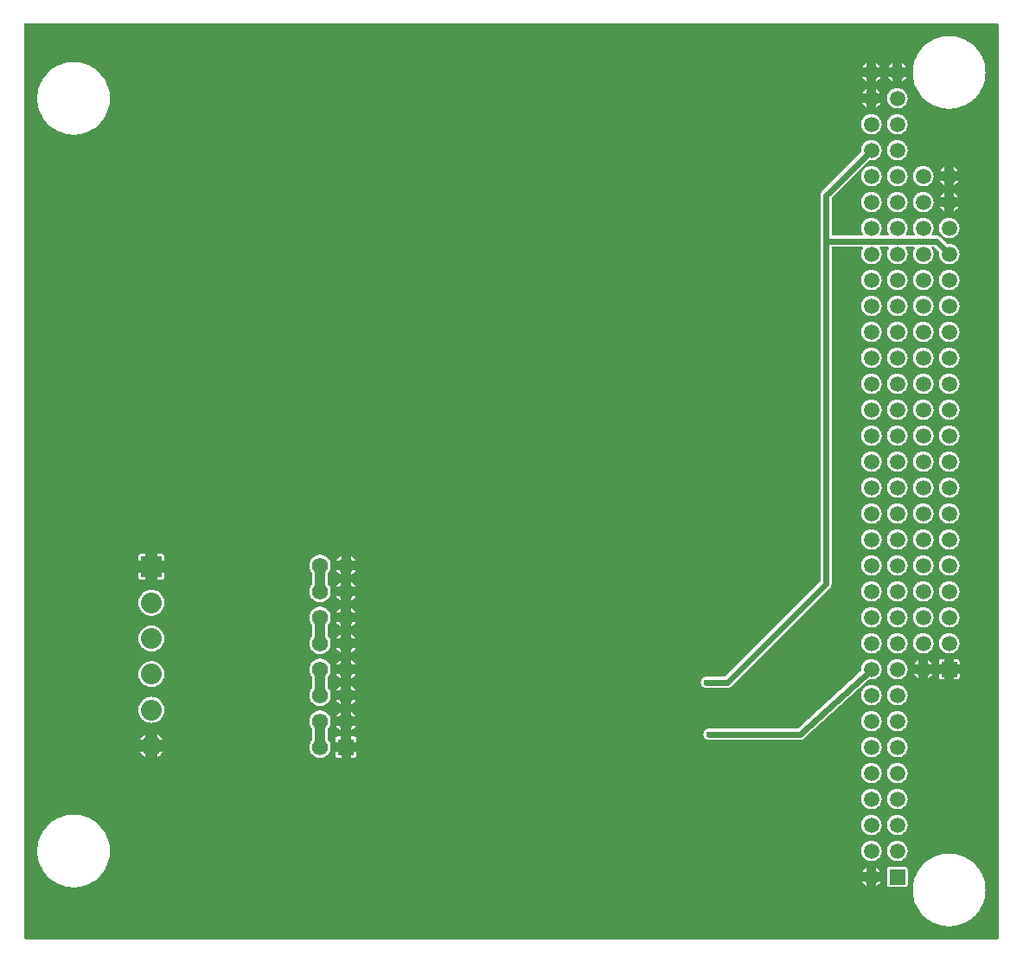
<source format=gtl>
G04 Layer: TopLayer*
G04 EasyEDA v6.5.40, 2024-06-11 05:07:01*
G04 a67cddfb3fce44daa9051d46cbbcc19f,10*
G04 Gerber Generator version 0.2*
G04 Scale: 100 percent, Rotated: No, Reflected: No *
G04 Dimensions in millimeters *
G04 leading zeros omitted , absolute positions ,4 integer and 5 decimal *
%FSLAX45Y45*%
%MOMM*%

%ADD10C,0.6000*%
%ADD11C,1.0000*%
%ADD12R,2.0320X2.0320*%
%ADD13C,2.0320*%
%ADD14R,1.5000X1.5000*%
%ADD15C,1.5000*%
%ADD16C,1.5748*%
%ADD17R,1.5748X1.5748*%
%ADD18C,0.6096*%
%ADD19C,0.6100*%
%ADD20C,0.0130*%

%LPD*%
G36*
X36068Y25908D02*
G01*
X32156Y26670D01*
X28905Y28905D01*
X26670Y32156D01*
X25908Y36068D01*
X25908Y8980932D01*
X26670Y8984843D01*
X28905Y8988094D01*
X32156Y8990330D01*
X36068Y8991092D01*
X9552432Y8991092D01*
X9556343Y8990330D01*
X9559594Y8988094D01*
X9561830Y8984843D01*
X9562592Y8980932D01*
X9562592Y36068D01*
X9561830Y32156D01*
X9559594Y28905D01*
X9556343Y26670D01*
X9552432Y25908D01*
G37*

%LPC*%
G36*
X9067495Y152298D02*
G01*
X9093504Y152298D01*
X9119412Y154178D01*
X9145117Y157988D01*
X9170466Y163626D01*
X9195308Y171145D01*
X9219590Y180441D01*
X9243060Y191465D01*
X9265716Y204216D01*
X9287357Y218541D01*
X9307931Y234442D01*
X9327235Y251815D01*
X9345218Y270510D01*
X9361830Y290525D01*
X9376918Y311658D01*
X9390380Y333857D01*
X9402216Y356971D01*
X9412325Y380898D01*
X9420656Y405536D01*
X9427210Y430682D01*
X9431832Y456234D01*
X9434626Y482041D01*
X9435490Y507949D01*
X9434626Y533958D01*
X9431832Y559765D01*
X9427210Y585317D01*
X9420656Y610463D01*
X9412325Y635101D01*
X9402216Y659028D01*
X9390380Y682142D01*
X9376918Y704342D01*
X9361830Y725474D01*
X9345218Y745490D01*
X9327235Y764184D01*
X9307931Y781558D01*
X9287357Y797458D01*
X9265716Y811784D01*
X9243060Y824534D01*
X9219590Y835558D01*
X9195308Y844854D01*
X9170466Y852373D01*
X9145117Y858012D01*
X9119412Y861821D01*
X9093504Y863701D01*
X9067495Y863701D01*
X9041587Y861821D01*
X9015933Y858012D01*
X8990584Y852373D01*
X8965692Y844854D01*
X8941409Y835558D01*
X8917940Y824534D01*
X8895283Y811784D01*
X8873642Y797458D01*
X8853068Y781558D01*
X8833764Y764184D01*
X8815781Y745490D01*
X8799169Y725474D01*
X8784082Y704342D01*
X8770620Y682142D01*
X8758783Y659028D01*
X8748674Y635101D01*
X8740343Y610463D01*
X8733790Y585317D01*
X8729167Y559765D01*
X8726373Y533958D01*
X8725509Y508050D01*
X8726373Y482041D01*
X8729167Y456234D01*
X8733790Y430682D01*
X8740343Y405536D01*
X8748674Y380898D01*
X8758783Y356971D01*
X8770620Y333857D01*
X8784082Y311658D01*
X8799169Y290525D01*
X8815781Y270510D01*
X8833764Y251815D01*
X8853068Y234442D01*
X8873642Y218541D01*
X8895283Y204216D01*
X8917940Y191465D01*
X8941409Y180441D01*
X8965692Y171145D01*
X8990584Y163626D01*
X9015933Y157988D01*
X9041587Y154178D01*
G37*
G36*
X494995Y533298D02*
G01*
X521004Y533298D01*
X546912Y535178D01*
X572617Y538988D01*
X597966Y544626D01*
X622808Y552145D01*
X647090Y561441D01*
X670560Y572465D01*
X693216Y585216D01*
X714857Y599541D01*
X735431Y615442D01*
X754735Y632815D01*
X772718Y651510D01*
X789330Y671525D01*
X804418Y692658D01*
X817880Y714857D01*
X829716Y737971D01*
X839825Y761898D01*
X848156Y786536D01*
X854710Y811682D01*
X859332Y837234D01*
X862126Y863041D01*
X862990Y888949D01*
X862126Y914958D01*
X859332Y940765D01*
X854710Y966317D01*
X848156Y991463D01*
X839825Y1016101D01*
X829716Y1040028D01*
X817880Y1063142D01*
X804418Y1085342D01*
X789330Y1106474D01*
X772718Y1126490D01*
X754735Y1145184D01*
X735431Y1162558D01*
X714857Y1178458D01*
X693216Y1192784D01*
X670560Y1205534D01*
X647090Y1216558D01*
X622808Y1225854D01*
X597966Y1233373D01*
X572617Y1239012D01*
X546912Y1242822D01*
X521004Y1244701D01*
X494995Y1244701D01*
X469087Y1242822D01*
X443433Y1239012D01*
X418084Y1233373D01*
X393192Y1225854D01*
X368909Y1216558D01*
X345440Y1205534D01*
X322783Y1192784D01*
X301142Y1178458D01*
X280568Y1162558D01*
X261264Y1145184D01*
X243281Y1126490D01*
X226669Y1106474D01*
X211582Y1085342D01*
X198120Y1063142D01*
X186283Y1040028D01*
X176174Y1016101D01*
X167843Y991463D01*
X161290Y966317D01*
X156667Y940765D01*
X153873Y914958D01*
X153009Y889050D01*
X153873Y863041D01*
X156667Y837234D01*
X161290Y811682D01*
X167843Y786536D01*
X176174Y761898D01*
X186283Y737971D01*
X198120Y714857D01*
X211582Y692658D01*
X226669Y671525D01*
X243281Y651510D01*
X261264Y632815D01*
X280568Y615442D01*
X301142Y599541D01*
X322783Y585216D01*
X345440Y572465D01*
X368909Y561441D01*
X393192Y552145D01*
X418084Y544626D01*
X443433Y538988D01*
X469087Y535178D01*
G37*
G36*
X8498078Y534111D02*
G01*
X8646922Y534111D01*
X8653272Y534822D01*
X8658707Y536702D01*
X8663635Y539800D01*
X8667699Y543864D01*
X8670798Y548792D01*
X8672677Y554228D01*
X8673388Y560578D01*
X8673388Y709422D01*
X8672677Y715772D01*
X8670798Y721207D01*
X8667699Y726135D01*
X8663635Y730199D01*
X8658707Y733298D01*
X8653272Y735177D01*
X8646922Y735888D01*
X8498078Y735888D01*
X8491728Y735177D01*
X8486292Y733298D01*
X8481364Y730199D01*
X8477300Y726135D01*
X8474202Y721207D01*
X8472322Y715772D01*
X8471611Y709422D01*
X8471611Y560578D01*
X8472322Y554228D01*
X8474202Y548792D01*
X8477300Y543864D01*
X8481364Y539800D01*
X8486292Y536702D01*
X8491728Y534822D01*
G37*
G36*
X8362340Y544271D02*
G01*
X8364016Y544982D01*
X8375599Y551840D01*
X8386165Y560171D01*
X8395563Y569874D01*
X8403539Y580694D01*
X8409228Y591159D01*
X8362340Y591159D01*
G37*
G36*
X8274659Y544271D02*
G01*
X8274659Y591159D01*
X8227771Y591159D01*
X8233460Y580694D01*
X8241436Y569874D01*
X8250834Y560171D01*
X8261400Y551840D01*
X8272983Y544982D01*
G37*
G36*
X8362340Y678840D02*
G01*
X8409127Y678840D01*
X8406993Y683463D01*
X8399729Y694842D01*
X8391042Y705154D01*
X8381034Y714197D01*
X8369909Y721817D01*
X8362340Y725627D01*
G37*
G36*
X8227872Y678840D02*
G01*
X8274659Y678840D01*
X8274659Y725627D01*
X8267090Y721817D01*
X8255965Y714197D01*
X8245957Y705154D01*
X8237270Y694842D01*
X8230006Y683463D01*
G37*
G36*
X8311743Y788365D02*
G01*
X8325256Y788365D01*
X8338616Y790143D01*
X8351570Y793699D01*
X8364016Y798982D01*
X8375599Y805840D01*
X8386165Y814171D01*
X8395563Y823874D01*
X8403539Y834694D01*
X8409990Y846531D01*
X8414867Y859129D01*
X8417966Y872236D01*
X8419338Y885647D01*
X8418880Y899109D01*
X8416645Y912368D01*
X8412632Y925271D01*
X8406993Y937463D01*
X8399729Y948842D01*
X8391042Y959154D01*
X8381034Y968197D01*
X8369909Y975817D01*
X8357870Y981862D01*
X8345170Y986282D01*
X8331962Y988974D01*
X8318500Y989888D01*
X8305038Y988974D01*
X8291830Y986282D01*
X8279130Y981862D01*
X8267090Y975817D01*
X8255965Y968197D01*
X8245957Y959154D01*
X8237270Y948842D01*
X8230006Y937463D01*
X8224367Y925271D01*
X8220354Y912368D01*
X8218119Y899109D01*
X8217662Y885647D01*
X8219033Y872236D01*
X8222132Y859129D01*
X8227009Y846531D01*
X8233460Y834694D01*
X8241436Y823874D01*
X8250834Y814171D01*
X8261400Y805840D01*
X8272983Y798982D01*
X8285429Y793699D01*
X8298383Y790143D01*
G37*
G36*
X8565743Y788365D02*
G01*
X8579256Y788365D01*
X8592616Y790143D01*
X8605570Y793699D01*
X8618016Y798982D01*
X8629599Y805840D01*
X8640165Y814171D01*
X8649563Y823874D01*
X8657539Y834694D01*
X8663990Y846531D01*
X8668867Y859129D01*
X8671966Y872236D01*
X8673338Y885647D01*
X8672880Y899109D01*
X8670645Y912368D01*
X8666632Y925271D01*
X8660993Y937463D01*
X8653729Y948842D01*
X8645042Y959154D01*
X8635034Y968197D01*
X8623909Y975817D01*
X8611870Y981862D01*
X8599170Y986282D01*
X8585962Y988974D01*
X8572500Y989888D01*
X8559038Y988974D01*
X8545830Y986282D01*
X8533130Y981862D01*
X8521090Y975817D01*
X8509965Y968197D01*
X8499957Y959154D01*
X8491270Y948842D01*
X8484006Y937463D01*
X8478367Y925271D01*
X8474354Y912368D01*
X8472119Y899109D01*
X8471662Y885647D01*
X8473033Y872236D01*
X8476132Y859129D01*
X8481009Y846531D01*
X8487460Y834694D01*
X8495436Y823874D01*
X8504834Y814171D01*
X8515400Y805840D01*
X8526983Y798982D01*
X8539429Y793699D01*
X8552383Y790143D01*
G37*
G36*
X8311743Y1042365D02*
G01*
X8325256Y1042365D01*
X8338616Y1044143D01*
X8351570Y1047699D01*
X8364016Y1052982D01*
X8375599Y1059840D01*
X8386165Y1068171D01*
X8395563Y1077874D01*
X8403539Y1088694D01*
X8409990Y1100531D01*
X8414867Y1113129D01*
X8417966Y1126236D01*
X8419338Y1139647D01*
X8418880Y1153109D01*
X8416645Y1166368D01*
X8412632Y1179271D01*
X8406993Y1191463D01*
X8399729Y1202842D01*
X8391042Y1213154D01*
X8381034Y1222197D01*
X8369909Y1229817D01*
X8357870Y1235862D01*
X8345170Y1240282D01*
X8331962Y1242974D01*
X8318500Y1243888D01*
X8305038Y1242974D01*
X8291830Y1240282D01*
X8279130Y1235862D01*
X8267090Y1229817D01*
X8255965Y1222197D01*
X8245957Y1213154D01*
X8237270Y1202842D01*
X8230006Y1191463D01*
X8224367Y1179271D01*
X8220354Y1166368D01*
X8218119Y1153109D01*
X8217662Y1139647D01*
X8219033Y1126236D01*
X8222132Y1113129D01*
X8227009Y1100531D01*
X8233460Y1088694D01*
X8241436Y1077874D01*
X8250834Y1068171D01*
X8261400Y1059840D01*
X8272983Y1052982D01*
X8285429Y1047699D01*
X8298383Y1044143D01*
G37*
G36*
X8565743Y1042365D02*
G01*
X8579256Y1042365D01*
X8592616Y1044143D01*
X8605570Y1047699D01*
X8618016Y1052982D01*
X8629599Y1059840D01*
X8640165Y1068171D01*
X8649563Y1077874D01*
X8657539Y1088694D01*
X8663990Y1100531D01*
X8668867Y1113129D01*
X8671966Y1126236D01*
X8673338Y1139647D01*
X8672880Y1153109D01*
X8670645Y1166368D01*
X8666632Y1179271D01*
X8660993Y1191463D01*
X8653729Y1202842D01*
X8645042Y1213154D01*
X8635034Y1222197D01*
X8623909Y1229817D01*
X8611870Y1235862D01*
X8599170Y1240282D01*
X8585962Y1242974D01*
X8572500Y1243888D01*
X8559038Y1242974D01*
X8545830Y1240282D01*
X8533130Y1235862D01*
X8521090Y1229817D01*
X8509965Y1222197D01*
X8499957Y1213154D01*
X8491270Y1202842D01*
X8484006Y1191463D01*
X8478367Y1179271D01*
X8474354Y1166368D01*
X8472119Y1153109D01*
X8471662Y1139647D01*
X8473033Y1126236D01*
X8476132Y1113129D01*
X8481009Y1100531D01*
X8487460Y1088694D01*
X8495436Y1077874D01*
X8504834Y1068171D01*
X8515400Y1059840D01*
X8526983Y1052982D01*
X8539429Y1047699D01*
X8552383Y1044143D01*
G37*
G36*
X8565743Y1296365D02*
G01*
X8579256Y1296365D01*
X8592616Y1298143D01*
X8605570Y1301699D01*
X8618016Y1306982D01*
X8629599Y1313840D01*
X8640165Y1322171D01*
X8649563Y1331874D01*
X8657539Y1342694D01*
X8663990Y1354531D01*
X8668867Y1367129D01*
X8671966Y1380236D01*
X8673338Y1393647D01*
X8672880Y1407109D01*
X8670645Y1420368D01*
X8666632Y1433271D01*
X8660993Y1445463D01*
X8653729Y1456842D01*
X8645042Y1467154D01*
X8635034Y1476197D01*
X8623909Y1483817D01*
X8611870Y1489862D01*
X8599170Y1494282D01*
X8585962Y1496974D01*
X8572500Y1497888D01*
X8559038Y1496974D01*
X8545830Y1494282D01*
X8533130Y1489862D01*
X8521090Y1483817D01*
X8509965Y1476197D01*
X8499957Y1467154D01*
X8491270Y1456842D01*
X8484006Y1445463D01*
X8478367Y1433271D01*
X8474354Y1420368D01*
X8472119Y1407109D01*
X8471662Y1393647D01*
X8473033Y1380236D01*
X8476132Y1367129D01*
X8481009Y1354531D01*
X8487460Y1342694D01*
X8495436Y1331874D01*
X8504834Y1322171D01*
X8515400Y1313840D01*
X8526983Y1306982D01*
X8539429Y1301699D01*
X8552383Y1298143D01*
G37*
G36*
X8311743Y1296365D02*
G01*
X8325256Y1296365D01*
X8338616Y1298143D01*
X8351570Y1301699D01*
X8364016Y1306982D01*
X8375599Y1313840D01*
X8386165Y1322171D01*
X8395563Y1331874D01*
X8403539Y1342694D01*
X8409990Y1354531D01*
X8414867Y1367129D01*
X8417966Y1380236D01*
X8419338Y1393647D01*
X8418880Y1407109D01*
X8416645Y1420368D01*
X8412632Y1433271D01*
X8406993Y1445463D01*
X8399729Y1456842D01*
X8391042Y1467154D01*
X8381034Y1476197D01*
X8369909Y1483817D01*
X8357870Y1489862D01*
X8345170Y1494282D01*
X8331962Y1496974D01*
X8318500Y1497888D01*
X8305038Y1496974D01*
X8291830Y1494282D01*
X8279130Y1489862D01*
X8267090Y1483817D01*
X8255965Y1476197D01*
X8245957Y1467154D01*
X8237270Y1456842D01*
X8230006Y1445463D01*
X8224367Y1433271D01*
X8220354Y1420368D01*
X8218119Y1407109D01*
X8217662Y1393647D01*
X8219033Y1380236D01*
X8222132Y1367129D01*
X8227009Y1354531D01*
X8233460Y1342694D01*
X8241436Y1331874D01*
X8250834Y1322171D01*
X8261400Y1313840D01*
X8272983Y1306982D01*
X8285429Y1301699D01*
X8298383Y1298143D01*
G37*
G36*
X8565743Y1550365D02*
G01*
X8579256Y1550365D01*
X8592616Y1552143D01*
X8605570Y1555699D01*
X8618016Y1560982D01*
X8629599Y1567840D01*
X8640165Y1576171D01*
X8649563Y1585874D01*
X8657539Y1596694D01*
X8663990Y1608531D01*
X8668867Y1621129D01*
X8671966Y1634236D01*
X8673338Y1647647D01*
X8672880Y1661109D01*
X8670645Y1674368D01*
X8666632Y1687271D01*
X8660993Y1699463D01*
X8653729Y1710842D01*
X8645042Y1721154D01*
X8635034Y1730197D01*
X8623909Y1737817D01*
X8611870Y1743862D01*
X8599170Y1748282D01*
X8585962Y1750974D01*
X8572500Y1751888D01*
X8559038Y1750974D01*
X8545830Y1748282D01*
X8533130Y1743862D01*
X8521090Y1737817D01*
X8509965Y1730197D01*
X8499957Y1721154D01*
X8491270Y1710842D01*
X8484006Y1699463D01*
X8478367Y1687271D01*
X8474354Y1674368D01*
X8472119Y1661109D01*
X8471662Y1647647D01*
X8473033Y1634236D01*
X8476132Y1621129D01*
X8481009Y1608531D01*
X8487460Y1596694D01*
X8495436Y1585874D01*
X8504834Y1576171D01*
X8515400Y1567840D01*
X8526983Y1560982D01*
X8539429Y1555699D01*
X8552383Y1552143D01*
G37*
G36*
X8311743Y1550365D02*
G01*
X8325256Y1550365D01*
X8338616Y1552143D01*
X8351570Y1555699D01*
X8364016Y1560982D01*
X8375599Y1567840D01*
X8386165Y1576171D01*
X8395563Y1585874D01*
X8403539Y1596694D01*
X8409990Y1608531D01*
X8414867Y1621129D01*
X8417966Y1634236D01*
X8419338Y1647647D01*
X8418880Y1661109D01*
X8416645Y1674368D01*
X8412632Y1687271D01*
X8406993Y1699463D01*
X8399729Y1710842D01*
X8391042Y1721154D01*
X8381034Y1730197D01*
X8369909Y1737817D01*
X8357870Y1743862D01*
X8345170Y1748282D01*
X8331962Y1750974D01*
X8318500Y1751888D01*
X8305038Y1750974D01*
X8291830Y1748282D01*
X8279130Y1743862D01*
X8267090Y1737817D01*
X8255965Y1730197D01*
X8245957Y1721154D01*
X8237270Y1710842D01*
X8230006Y1699463D01*
X8224367Y1687271D01*
X8220354Y1674368D01*
X8218119Y1661109D01*
X8217662Y1647647D01*
X8219033Y1634236D01*
X8222132Y1621129D01*
X8227009Y1608531D01*
X8233460Y1596694D01*
X8241436Y1585874D01*
X8250834Y1576171D01*
X8261400Y1567840D01*
X8272983Y1560982D01*
X8285429Y1555699D01*
X8298383Y1552143D01*
G37*
G36*
X3096818Y1800352D02*
G01*
X3129280Y1800352D01*
X3129280Y1859280D01*
X3070352Y1859280D01*
X3070352Y1826818D01*
X3071063Y1820519D01*
X3072993Y1815033D01*
X3076041Y1810156D01*
X3080156Y1806041D01*
X3085033Y1802993D01*
X3090519Y1801063D01*
G37*
G36*
X3220720Y1800352D02*
G01*
X3253181Y1800352D01*
X3259480Y1801063D01*
X3264966Y1802993D01*
X3269843Y1806041D01*
X3273958Y1810156D01*
X3277006Y1815033D01*
X3278936Y1820519D01*
X3279648Y1826818D01*
X3279648Y1859280D01*
X3220720Y1859280D01*
G37*
G36*
X2921000Y1800352D02*
G01*
X2934665Y1801266D01*
X2948076Y1803958D01*
X2961030Y1808327D01*
X2973324Y1814372D01*
X2984703Y1821992D01*
X2994964Y1831035D01*
X3004007Y1841296D01*
X3011627Y1852675D01*
X3017672Y1864969D01*
X3022041Y1877923D01*
X3024733Y1891334D01*
X3025597Y1905000D01*
X3024733Y1918665D01*
X3022041Y1932076D01*
X3017672Y1945030D01*
X3011627Y1957324D01*
X3004007Y1968703D01*
X2999435Y1973884D01*
X2997555Y1977034D01*
X2996895Y1980590D01*
X2996895Y2083409D01*
X2997555Y2086965D01*
X2999435Y2090064D01*
X3004007Y2095296D01*
X3011627Y2106676D01*
X3017672Y2118969D01*
X3022041Y2131923D01*
X3024733Y2145334D01*
X3025597Y2159000D01*
X3024733Y2172665D01*
X3022041Y2186076D01*
X3017672Y2199030D01*
X3011627Y2211324D01*
X3004007Y2222703D01*
X2994964Y2232964D01*
X2984703Y2242007D01*
X2973324Y2249627D01*
X2961030Y2255672D01*
X2948076Y2260041D01*
X2934665Y2262733D01*
X2921000Y2263597D01*
X2907334Y2262733D01*
X2893923Y2260041D01*
X2880969Y2255672D01*
X2868676Y2249627D01*
X2857296Y2242007D01*
X2847035Y2232964D01*
X2837992Y2222703D01*
X2830372Y2211324D01*
X2824327Y2199030D01*
X2819958Y2186076D01*
X2817266Y2172665D01*
X2816352Y2159000D01*
X2817266Y2145334D01*
X2819958Y2131923D01*
X2824327Y2118969D01*
X2830372Y2106676D01*
X2837992Y2095296D01*
X2842564Y2090064D01*
X2844444Y2086965D01*
X2845104Y2083358D01*
X2845104Y1980590D01*
X2844444Y1977034D01*
X2842564Y1973884D01*
X2837992Y1968703D01*
X2830372Y1957324D01*
X2824327Y1945030D01*
X2819958Y1932076D01*
X2817266Y1918665D01*
X2816352Y1905000D01*
X2817266Y1891334D01*
X2819958Y1877923D01*
X2824327Y1864969D01*
X2830372Y1852675D01*
X2837992Y1841296D01*
X2847035Y1831035D01*
X2857296Y1821992D01*
X2868676Y1814372D01*
X2880969Y1808327D01*
X2893923Y1803958D01*
X2907334Y1801266D01*
G37*
G36*
X8311743Y1804365D02*
G01*
X8325256Y1804365D01*
X8338616Y1806143D01*
X8351570Y1809699D01*
X8364016Y1814982D01*
X8375599Y1821840D01*
X8386165Y1830171D01*
X8395563Y1839874D01*
X8403539Y1850694D01*
X8409990Y1862531D01*
X8414867Y1875129D01*
X8417966Y1888236D01*
X8419338Y1901647D01*
X8418880Y1915109D01*
X8416645Y1928368D01*
X8412632Y1941271D01*
X8406993Y1953463D01*
X8399729Y1964842D01*
X8391042Y1975154D01*
X8381034Y1984197D01*
X8369909Y1991817D01*
X8357870Y1997862D01*
X8345170Y2002282D01*
X8331962Y2004974D01*
X8318500Y2005888D01*
X8305038Y2004974D01*
X8291830Y2002282D01*
X8279130Y1997862D01*
X8267090Y1991817D01*
X8255965Y1984197D01*
X8245957Y1975154D01*
X8237270Y1964842D01*
X8230006Y1953463D01*
X8224367Y1941271D01*
X8220354Y1928368D01*
X8218119Y1915109D01*
X8217662Y1901647D01*
X8219033Y1888236D01*
X8222132Y1875129D01*
X8227009Y1862531D01*
X8233460Y1850694D01*
X8241436Y1839874D01*
X8250834Y1830171D01*
X8261400Y1821840D01*
X8272983Y1814982D01*
X8285429Y1809699D01*
X8298383Y1806143D01*
G37*
G36*
X8565743Y1804365D02*
G01*
X8579256Y1804365D01*
X8592616Y1806143D01*
X8605570Y1809699D01*
X8618016Y1814982D01*
X8629599Y1821840D01*
X8640165Y1830171D01*
X8649563Y1839874D01*
X8657539Y1850694D01*
X8663990Y1862531D01*
X8668867Y1875129D01*
X8671966Y1888236D01*
X8673338Y1901647D01*
X8672880Y1915109D01*
X8670645Y1928368D01*
X8666632Y1941271D01*
X8660993Y1953463D01*
X8653729Y1964842D01*
X8645042Y1975154D01*
X8635034Y1984197D01*
X8623909Y1991817D01*
X8611870Y1997862D01*
X8599170Y2002282D01*
X8585962Y2004974D01*
X8572500Y2005888D01*
X8559038Y2004974D01*
X8545830Y2002282D01*
X8533130Y1997862D01*
X8521090Y1991817D01*
X8509965Y1984197D01*
X8499957Y1975154D01*
X8491270Y1964842D01*
X8484006Y1953463D01*
X8478367Y1941271D01*
X8474354Y1928368D01*
X8472119Y1915109D01*
X8471662Y1901647D01*
X8473033Y1888236D01*
X8476132Y1875129D01*
X8481009Y1862531D01*
X8487460Y1850694D01*
X8495436Y1839874D01*
X8504834Y1830171D01*
X8515400Y1821840D01*
X8526983Y1814982D01*
X8539429Y1809699D01*
X8552383Y1806143D01*
G37*
G36*
X1327150Y1805127D02*
G01*
X1329232Y1806092D01*
X1342440Y1814068D01*
X1354531Y1823516D01*
X1365402Y1834438D01*
X1374902Y1846529D01*
X1382877Y1859737D01*
X1383842Y1861820D01*
X1327150Y1861820D01*
G37*
G36*
X1212850Y1805127D02*
G01*
X1212850Y1861820D01*
X1156157Y1861820D01*
X1157122Y1859737D01*
X1165098Y1846529D01*
X1174546Y1834438D01*
X1185468Y1823516D01*
X1197559Y1814068D01*
X1210767Y1806092D01*
G37*
G36*
X3070352Y1950720D02*
G01*
X3129280Y1950720D01*
X3129280Y2009648D01*
X3096818Y2009648D01*
X3090519Y2008936D01*
X3085033Y2007006D01*
X3080156Y2003958D01*
X3076041Y1999843D01*
X3072993Y1994966D01*
X3071063Y1989480D01*
X3070352Y1983181D01*
G37*
G36*
X3220720Y1950720D02*
G01*
X3279648Y1950720D01*
X3279648Y1983181D01*
X3278936Y1989480D01*
X3277006Y1994966D01*
X3273958Y1999843D01*
X3269843Y2003958D01*
X3264966Y2007006D01*
X3259480Y2008936D01*
X3253181Y2009648D01*
X3220720Y2009648D01*
G37*
G36*
X6731000Y1975662D02*
G01*
X6736486Y1976069D01*
X6852513Y1976069D01*
X6858000Y1975662D01*
X6863486Y1976069D01*
X6979513Y1976069D01*
X6985000Y1975662D01*
X6990486Y1976069D01*
X7621879Y1976120D01*
X7631836Y1977389D01*
X7641183Y1980285D01*
X7649819Y1984756D01*
X7657896Y1990902D01*
X8290052Y2565603D01*
X8293912Y2567787D01*
X8298281Y2568143D01*
X8311743Y2566365D01*
X8325256Y2566365D01*
X8338616Y2568143D01*
X8351570Y2571699D01*
X8364016Y2576982D01*
X8375599Y2583840D01*
X8386165Y2592171D01*
X8395563Y2601874D01*
X8403539Y2612694D01*
X8409990Y2624531D01*
X8414867Y2637129D01*
X8417966Y2650236D01*
X8419338Y2663647D01*
X8418880Y2677109D01*
X8416645Y2690368D01*
X8412632Y2703271D01*
X8406993Y2715463D01*
X8399729Y2726842D01*
X8391042Y2737154D01*
X8381034Y2746197D01*
X8369909Y2753817D01*
X8357870Y2759862D01*
X8345170Y2764282D01*
X8331962Y2766974D01*
X8318500Y2767888D01*
X8305038Y2766974D01*
X8291830Y2764282D01*
X8279130Y2759862D01*
X8267090Y2753817D01*
X8255965Y2746197D01*
X8245957Y2737154D01*
X8237270Y2726842D01*
X8230006Y2715463D01*
X8224367Y2703271D01*
X8220354Y2690368D01*
X8218119Y2677109D01*
X8217662Y2663647D01*
X8218322Y2657043D01*
X8218170Y2653893D01*
X8217052Y2650947D01*
X8215071Y2648508D01*
X7601254Y2090521D01*
X7598105Y2088591D01*
X7594447Y2087880D01*
X6990486Y2087930D01*
X6985000Y2088337D01*
X6979513Y2087930D01*
X6863486Y2087930D01*
X6858000Y2088337D01*
X6852513Y2087930D01*
X6736486Y2087930D01*
X6731000Y2088337D01*
X6721195Y2087473D01*
X6711746Y2084933D01*
X6702806Y2080818D01*
X6694779Y2075180D01*
X6687820Y2068220D01*
X6682181Y2060193D01*
X6678066Y2051253D01*
X6675526Y2041804D01*
X6674662Y2032000D01*
X6675526Y2022195D01*
X6678066Y2012746D01*
X6682181Y2003806D01*
X6687820Y1995779D01*
X6694779Y1988820D01*
X6702806Y1983181D01*
X6711746Y1979066D01*
X6721195Y1976526D01*
G37*
G36*
X1327150Y1976120D02*
G01*
X1383842Y1976120D01*
X1382877Y1978202D01*
X1374902Y1991410D01*
X1365402Y2003501D01*
X1354531Y2014372D01*
X1342440Y2023872D01*
X1329232Y2031847D01*
X1327150Y2032812D01*
G37*
G36*
X1156157Y1976120D02*
G01*
X1212850Y1976120D01*
X1212850Y2032812D01*
X1210767Y2031847D01*
X1197559Y2023872D01*
X1185468Y2014372D01*
X1174546Y2003501D01*
X1165098Y1991410D01*
X1157122Y1978202D01*
G37*
G36*
X8311743Y2058365D02*
G01*
X8325256Y2058365D01*
X8338616Y2060143D01*
X8351570Y2063699D01*
X8364016Y2068982D01*
X8375599Y2075840D01*
X8386165Y2084171D01*
X8395563Y2093874D01*
X8403539Y2104694D01*
X8409990Y2116531D01*
X8414867Y2129129D01*
X8417966Y2142236D01*
X8419338Y2155647D01*
X8418880Y2169109D01*
X8416645Y2182368D01*
X8412632Y2195271D01*
X8406993Y2207463D01*
X8399729Y2218842D01*
X8391042Y2229154D01*
X8381034Y2238197D01*
X8369909Y2245817D01*
X8357870Y2251862D01*
X8345170Y2256282D01*
X8331962Y2258974D01*
X8318500Y2259888D01*
X8305038Y2258974D01*
X8291830Y2256282D01*
X8279130Y2251862D01*
X8267090Y2245817D01*
X8255965Y2238197D01*
X8245957Y2229154D01*
X8237270Y2218842D01*
X8230006Y2207463D01*
X8224367Y2195271D01*
X8220354Y2182368D01*
X8218119Y2169109D01*
X8217662Y2155647D01*
X8219033Y2142236D01*
X8222132Y2129129D01*
X8227009Y2116531D01*
X8233460Y2104694D01*
X8241436Y2093874D01*
X8250834Y2084171D01*
X8261400Y2075840D01*
X8272983Y2068982D01*
X8285429Y2063699D01*
X8298383Y2060143D01*
G37*
G36*
X8565743Y2058365D02*
G01*
X8579256Y2058365D01*
X8592616Y2060143D01*
X8605570Y2063699D01*
X8618016Y2068982D01*
X8629599Y2075840D01*
X8640165Y2084171D01*
X8649563Y2093874D01*
X8657539Y2104694D01*
X8663990Y2116531D01*
X8668867Y2129129D01*
X8671966Y2142236D01*
X8673338Y2155647D01*
X8672880Y2169109D01*
X8670645Y2182368D01*
X8666632Y2195271D01*
X8660993Y2207463D01*
X8653729Y2218842D01*
X8645042Y2229154D01*
X8635034Y2238197D01*
X8623909Y2245817D01*
X8611870Y2251862D01*
X8599170Y2256282D01*
X8585962Y2258974D01*
X8572500Y2259888D01*
X8559038Y2258974D01*
X8545830Y2256282D01*
X8533130Y2251862D01*
X8521090Y2245817D01*
X8509965Y2238197D01*
X8499957Y2229154D01*
X8491270Y2218842D01*
X8484006Y2207463D01*
X8478367Y2195271D01*
X8474354Y2182368D01*
X8472119Y2169109D01*
X8471662Y2155647D01*
X8473033Y2142236D01*
X8476132Y2129129D01*
X8481009Y2116531D01*
X8487460Y2104694D01*
X8495436Y2093874D01*
X8504834Y2084171D01*
X8515400Y2075840D01*
X8526983Y2068982D01*
X8539429Y2063699D01*
X8552383Y2060143D01*
G37*
G36*
X3220720Y2065121D02*
G01*
X3227324Y2068372D01*
X3238703Y2075992D01*
X3248964Y2085035D01*
X3258007Y2095296D01*
X3265627Y2106676D01*
X3268878Y2113280D01*
X3220720Y2113280D01*
G37*
G36*
X3129280Y2065121D02*
G01*
X3129280Y2113280D01*
X3081121Y2113280D01*
X3084372Y2106676D01*
X3091992Y2095296D01*
X3101035Y2085035D01*
X3111296Y2075992D01*
X3122676Y2068372D01*
G37*
G36*
X1270000Y2141982D02*
G01*
X1285341Y2142947D01*
X1300530Y2145690D01*
X1315212Y2150262D01*
X1329232Y2156612D01*
X1342440Y2164588D01*
X1354531Y2174036D01*
X1365402Y2184958D01*
X1374902Y2197049D01*
X1382877Y2210257D01*
X1389227Y2224278D01*
X1393799Y2238959D01*
X1396542Y2254097D01*
X1397508Y2269490D01*
X1396542Y2284831D01*
X1393799Y2299970D01*
X1389227Y2314702D01*
X1382877Y2328722D01*
X1374902Y2341930D01*
X1365402Y2354021D01*
X1354531Y2364892D01*
X1342440Y2374392D01*
X1329232Y2382367D01*
X1315212Y2388666D01*
X1300530Y2393289D01*
X1285341Y2396032D01*
X1270000Y2396998D01*
X1254607Y2396032D01*
X1239469Y2393289D01*
X1224788Y2388666D01*
X1210767Y2382367D01*
X1197559Y2374392D01*
X1185468Y2364892D01*
X1174546Y2354021D01*
X1165098Y2341930D01*
X1157122Y2328722D01*
X1150772Y2314702D01*
X1146200Y2299970D01*
X1143457Y2284831D01*
X1142492Y2269490D01*
X1143457Y2254097D01*
X1146200Y2238959D01*
X1150772Y2224278D01*
X1157122Y2210257D01*
X1165098Y2197049D01*
X1174546Y2184958D01*
X1185468Y2174036D01*
X1197559Y2164588D01*
X1210767Y2156612D01*
X1224788Y2150262D01*
X1239469Y2145690D01*
X1254607Y2142947D01*
G37*
G36*
X3220720Y2204720D02*
G01*
X3268878Y2204720D01*
X3265627Y2211324D01*
X3258007Y2222703D01*
X3248964Y2232964D01*
X3238703Y2242007D01*
X3227324Y2249627D01*
X3220720Y2252878D01*
G37*
G36*
X3081121Y2204720D02*
G01*
X3129280Y2204720D01*
X3129280Y2252878D01*
X3122676Y2249627D01*
X3111296Y2242007D01*
X3101035Y2232964D01*
X3091992Y2222703D01*
X3084372Y2211324D01*
G37*
G36*
X2921000Y2308352D02*
G01*
X2934665Y2309266D01*
X2948076Y2311958D01*
X2961030Y2316327D01*
X2973324Y2322372D01*
X2984703Y2329992D01*
X2994964Y2339035D01*
X3004007Y2349296D01*
X3011627Y2360676D01*
X3017672Y2372969D01*
X3022041Y2385923D01*
X3024733Y2399334D01*
X3025597Y2413000D01*
X3024733Y2426665D01*
X3022041Y2440076D01*
X3017672Y2453030D01*
X3011627Y2465324D01*
X3004007Y2476703D01*
X2999435Y2481884D01*
X2997555Y2485034D01*
X2996895Y2488590D01*
X2996895Y2591409D01*
X2997555Y2594965D01*
X2999435Y2598064D01*
X3004007Y2603296D01*
X3011627Y2614676D01*
X3017672Y2626969D01*
X3022041Y2639923D01*
X3024733Y2653334D01*
X3025597Y2667000D01*
X3024733Y2680665D01*
X3022041Y2694076D01*
X3017672Y2707030D01*
X3011627Y2719324D01*
X3004007Y2730703D01*
X2994964Y2740964D01*
X2984703Y2750007D01*
X2973324Y2757627D01*
X2961030Y2763672D01*
X2948076Y2768041D01*
X2934665Y2770733D01*
X2921000Y2771597D01*
X2907334Y2770733D01*
X2893923Y2768041D01*
X2880969Y2763672D01*
X2868676Y2757627D01*
X2857296Y2750007D01*
X2847035Y2740964D01*
X2837992Y2730703D01*
X2830372Y2719324D01*
X2824327Y2707030D01*
X2819958Y2694076D01*
X2817266Y2680665D01*
X2816352Y2667000D01*
X2817266Y2653334D01*
X2819958Y2639923D01*
X2824327Y2626969D01*
X2830372Y2614676D01*
X2837992Y2603296D01*
X2842564Y2598064D01*
X2844444Y2594965D01*
X2845104Y2591358D01*
X2845104Y2488590D01*
X2844444Y2485034D01*
X2842564Y2481884D01*
X2837992Y2476703D01*
X2830372Y2465324D01*
X2824327Y2453030D01*
X2819958Y2440076D01*
X2817266Y2426665D01*
X2816352Y2413000D01*
X2817266Y2399334D01*
X2819958Y2385923D01*
X2824327Y2372969D01*
X2830372Y2360676D01*
X2837992Y2349296D01*
X2847035Y2339035D01*
X2857296Y2329992D01*
X2868676Y2322372D01*
X2880969Y2316327D01*
X2893923Y2311958D01*
X2907334Y2309266D01*
G37*
G36*
X8311743Y2312365D02*
G01*
X8325256Y2312365D01*
X8338616Y2314143D01*
X8351570Y2317699D01*
X8364016Y2322982D01*
X8375599Y2329840D01*
X8386165Y2338171D01*
X8395563Y2347874D01*
X8403539Y2358694D01*
X8409990Y2370531D01*
X8414867Y2383129D01*
X8417966Y2396236D01*
X8419338Y2409647D01*
X8418880Y2423109D01*
X8416645Y2436368D01*
X8412632Y2449271D01*
X8406993Y2461463D01*
X8399729Y2472842D01*
X8391042Y2483154D01*
X8381034Y2492197D01*
X8369909Y2499817D01*
X8357870Y2505862D01*
X8345170Y2510282D01*
X8331962Y2512974D01*
X8318500Y2513888D01*
X8305038Y2512974D01*
X8291830Y2510282D01*
X8279130Y2505862D01*
X8267090Y2499817D01*
X8255965Y2492197D01*
X8245957Y2483154D01*
X8237270Y2472842D01*
X8230006Y2461463D01*
X8224367Y2449271D01*
X8220354Y2436368D01*
X8218119Y2423109D01*
X8217662Y2409647D01*
X8219033Y2396236D01*
X8222132Y2383129D01*
X8227009Y2370531D01*
X8233460Y2358694D01*
X8241436Y2347874D01*
X8250834Y2338171D01*
X8261400Y2329840D01*
X8272983Y2322982D01*
X8285429Y2317699D01*
X8298383Y2314143D01*
G37*
G36*
X8565743Y2312365D02*
G01*
X8579256Y2312365D01*
X8592616Y2314143D01*
X8605570Y2317699D01*
X8618016Y2322982D01*
X8629599Y2329840D01*
X8640165Y2338171D01*
X8649563Y2347874D01*
X8657539Y2358694D01*
X8663990Y2370531D01*
X8668867Y2383129D01*
X8671966Y2396236D01*
X8673338Y2409647D01*
X8672880Y2423109D01*
X8670645Y2436368D01*
X8666632Y2449271D01*
X8660993Y2461463D01*
X8653729Y2472842D01*
X8645042Y2483154D01*
X8635034Y2492197D01*
X8623909Y2499817D01*
X8611870Y2505862D01*
X8599170Y2510282D01*
X8585962Y2512974D01*
X8572500Y2513888D01*
X8559038Y2512974D01*
X8545830Y2510282D01*
X8533130Y2505862D01*
X8521090Y2499817D01*
X8509965Y2492197D01*
X8499957Y2483154D01*
X8491270Y2472842D01*
X8484006Y2461463D01*
X8478367Y2449271D01*
X8474354Y2436368D01*
X8472119Y2423109D01*
X8471662Y2409647D01*
X8473033Y2396236D01*
X8476132Y2383129D01*
X8481009Y2370531D01*
X8487460Y2358694D01*
X8495436Y2347874D01*
X8504834Y2338171D01*
X8515400Y2329840D01*
X8526983Y2322982D01*
X8539429Y2317699D01*
X8552383Y2314143D01*
G37*
G36*
X3220720Y2319121D02*
G01*
X3227324Y2322372D01*
X3238703Y2329992D01*
X3248964Y2339035D01*
X3258007Y2349296D01*
X3265627Y2360676D01*
X3268878Y2367280D01*
X3220720Y2367280D01*
G37*
G36*
X3129280Y2319121D02*
G01*
X3129280Y2367280D01*
X3081121Y2367280D01*
X3084372Y2360676D01*
X3091992Y2349296D01*
X3101035Y2339035D01*
X3111296Y2329992D01*
X3122676Y2322372D01*
G37*
G36*
X3081121Y2458720D02*
G01*
X3129280Y2458720D01*
X3129280Y2506878D01*
X3122676Y2503627D01*
X3111296Y2496007D01*
X3101035Y2486964D01*
X3091992Y2476703D01*
X3084372Y2465324D01*
G37*
G36*
X3220720Y2458720D02*
G01*
X3268878Y2458720D01*
X3265627Y2465324D01*
X3258007Y2476703D01*
X3248964Y2486964D01*
X3238703Y2496007D01*
X3227324Y2503627D01*
X3220720Y2506878D01*
G37*
G36*
X6705600Y2483662D02*
G01*
X6711035Y2484069D01*
X6801764Y2484069D01*
X6807200Y2483662D01*
X6812635Y2484069D01*
X6903364Y2484069D01*
X6908800Y2483662D01*
X6918604Y2484526D01*
X6928053Y2487066D01*
X6936994Y2491181D01*
X6945020Y2496820D01*
X6953351Y2505456D01*
X7913370Y3465474D01*
X7916824Y3469233D01*
X7919770Y3473145D01*
X7922412Y3477260D01*
X7924647Y3481578D01*
X7926527Y3486048D01*
X7928000Y3490722D01*
X7929016Y3495497D01*
X7929676Y3500323D01*
X7929880Y3505403D01*
X7929880Y6791909D01*
X7930692Y6795820D01*
X7932877Y6799122D01*
X7936179Y6801307D01*
X7940040Y6802069D01*
X8225891Y6802069D01*
X8230108Y6801154D01*
X8233562Y6798564D01*
X8235645Y6794804D01*
X8235950Y6790486D01*
X8234476Y6786473D01*
X8230006Y6779463D01*
X8224367Y6767271D01*
X8220354Y6754368D01*
X8218119Y6741109D01*
X8217662Y6727647D01*
X8219033Y6714236D01*
X8222132Y6701129D01*
X8227009Y6688531D01*
X8233460Y6676694D01*
X8241436Y6665874D01*
X8250834Y6656171D01*
X8261400Y6647840D01*
X8272983Y6640982D01*
X8285429Y6635699D01*
X8298383Y6632143D01*
X8311743Y6630365D01*
X8325256Y6630365D01*
X8338616Y6632143D01*
X8351570Y6635699D01*
X8364016Y6640982D01*
X8375599Y6647840D01*
X8386165Y6656171D01*
X8395563Y6665874D01*
X8403539Y6676694D01*
X8409990Y6688531D01*
X8414867Y6701129D01*
X8417966Y6714236D01*
X8419338Y6727647D01*
X8418880Y6741109D01*
X8416645Y6754368D01*
X8412632Y6767271D01*
X8406993Y6779463D01*
X8402523Y6786473D01*
X8401050Y6790486D01*
X8401354Y6794804D01*
X8403437Y6798564D01*
X8406892Y6801154D01*
X8411108Y6802069D01*
X8479891Y6802069D01*
X8484108Y6801154D01*
X8487562Y6798564D01*
X8489645Y6794804D01*
X8489950Y6790486D01*
X8488476Y6786473D01*
X8484006Y6779463D01*
X8478367Y6767271D01*
X8474354Y6754368D01*
X8472119Y6741109D01*
X8471662Y6727647D01*
X8473033Y6714236D01*
X8476132Y6701129D01*
X8481009Y6688531D01*
X8487460Y6676694D01*
X8495436Y6665874D01*
X8504834Y6656171D01*
X8515400Y6647840D01*
X8526983Y6640982D01*
X8539429Y6635699D01*
X8552383Y6632143D01*
X8565743Y6630365D01*
X8579256Y6630365D01*
X8592616Y6632143D01*
X8605570Y6635699D01*
X8618016Y6640982D01*
X8629599Y6647840D01*
X8640165Y6656171D01*
X8649563Y6665874D01*
X8657539Y6676694D01*
X8663990Y6688531D01*
X8668867Y6701129D01*
X8671966Y6714236D01*
X8673338Y6727647D01*
X8672880Y6741109D01*
X8670645Y6754368D01*
X8666632Y6767271D01*
X8660993Y6779463D01*
X8656523Y6786473D01*
X8655050Y6790486D01*
X8655354Y6794804D01*
X8657437Y6798564D01*
X8660892Y6801154D01*
X8665108Y6802069D01*
X8733891Y6802069D01*
X8738108Y6801154D01*
X8741562Y6798564D01*
X8743645Y6794804D01*
X8743950Y6790486D01*
X8742476Y6786473D01*
X8738006Y6779463D01*
X8732367Y6767271D01*
X8728354Y6754368D01*
X8726119Y6741109D01*
X8725662Y6727647D01*
X8727033Y6714236D01*
X8730132Y6701129D01*
X8735009Y6688531D01*
X8741460Y6676694D01*
X8749436Y6665874D01*
X8758834Y6656171D01*
X8769400Y6647840D01*
X8780983Y6640982D01*
X8793429Y6635699D01*
X8806383Y6632143D01*
X8819743Y6630365D01*
X8833256Y6630365D01*
X8846616Y6632143D01*
X8859570Y6635699D01*
X8872016Y6640982D01*
X8883599Y6647840D01*
X8894165Y6656171D01*
X8903563Y6665874D01*
X8911539Y6676694D01*
X8917990Y6688531D01*
X8922867Y6701129D01*
X8925966Y6714236D01*
X8927338Y6727647D01*
X8926880Y6741109D01*
X8924645Y6754368D01*
X8920632Y6767271D01*
X8914993Y6779463D01*
X8910523Y6786473D01*
X8909050Y6790486D01*
X8909354Y6794804D01*
X8911437Y6798564D01*
X8914892Y6801154D01*
X8919108Y6802069D01*
X8926169Y6802069D01*
X8930030Y6801307D01*
X8933332Y6799122D01*
X8978036Y6754418D01*
X8979916Y6751777D01*
X8980881Y6748729D01*
X8980881Y6745528D01*
X8980119Y6741109D01*
X8979662Y6727647D01*
X8981033Y6714236D01*
X8984132Y6701129D01*
X8989009Y6688531D01*
X8995460Y6676694D01*
X9003436Y6665874D01*
X9012834Y6656171D01*
X9023400Y6647840D01*
X9034983Y6640982D01*
X9047429Y6635699D01*
X9060383Y6632143D01*
X9073743Y6630365D01*
X9087256Y6630365D01*
X9100616Y6632143D01*
X9113570Y6635699D01*
X9126016Y6640982D01*
X9137599Y6647840D01*
X9148165Y6656171D01*
X9157563Y6665874D01*
X9165539Y6676694D01*
X9171990Y6688531D01*
X9176867Y6701129D01*
X9179966Y6714236D01*
X9181338Y6727647D01*
X9180880Y6741109D01*
X9178645Y6754368D01*
X9174632Y6767271D01*
X9168993Y6779463D01*
X9161729Y6790842D01*
X9153042Y6801154D01*
X9143034Y6810197D01*
X9131909Y6817817D01*
X9119870Y6823862D01*
X9107170Y6828281D01*
X9093962Y6830974D01*
X9080500Y6831888D01*
X9062872Y6830669D01*
X9059672Y6831634D01*
X9056979Y6833565D01*
X8993225Y6897370D01*
X8989466Y6900824D01*
X8985554Y6903770D01*
X8981440Y6906412D01*
X8977122Y6908647D01*
X8972651Y6910527D01*
X8967978Y6912000D01*
X8963202Y6913016D01*
X8958376Y6913676D01*
X8953296Y6913880D01*
X8919260Y6913880D01*
X8914892Y6914845D01*
X8911386Y6917588D01*
X8909405Y6921550D01*
X8909253Y6926021D01*
X8911539Y6930694D01*
X8917990Y6942531D01*
X8922867Y6955129D01*
X8925966Y6968236D01*
X8927338Y6981647D01*
X8926880Y6995109D01*
X8924645Y7008368D01*
X8920632Y7021271D01*
X8914993Y7033463D01*
X8907729Y7044842D01*
X8899042Y7055154D01*
X8889034Y7064197D01*
X8877909Y7071817D01*
X8865870Y7077862D01*
X8853170Y7082281D01*
X8839962Y7084974D01*
X8826500Y7085888D01*
X8813038Y7084974D01*
X8799830Y7082281D01*
X8787130Y7077862D01*
X8775090Y7071817D01*
X8763965Y7064197D01*
X8753957Y7055154D01*
X8745270Y7044842D01*
X8738006Y7033463D01*
X8732367Y7021271D01*
X8728354Y7008368D01*
X8726119Y6995109D01*
X8725662Y6981647D01*
X8727033Y6968236D01*
X8730132Y6955129D01*
X8735009Y6942531D01*
X8741460Y6930694D01*
X8743746Y6926021D01*
X8743594Y6921550D01*
X8741613Y6917588D01*
X8738108Y6914845D01*
X8733739Y6913880D01*
X8665260Y6913880D01*
X8660892Y6914845D01*
X8657386Y6917588D01*
X8655405Y6921550D01*
X8655253Y6926021D01*
X8657539Y6930694D01*
X8663990Y6942531D01*
X8668867Y6955129D01*
X8671966Y6968236D01*
X8673338Y6981647D01*
X8672880Y6995109D01*
X8670645Y7008368D01*
X8666632Y7021271D01*
X8660993Y7033463D01*
X8653729Y7044842D01*
X8645042Y7055154D01*
X8635034Y7064197D01*
X8623909Y7071817D01*
X8611870Y7077862D01*
X8599170Y7082281D01*
X8585962Y7084974D01*
X8572500Y7085888D01*
X8559038Y7084974D01*
X8545830Y7082281D01*
X8533130Y7077862D01*
X8521090Y7071817D01*
X8509965Y7064197D01*
X8499957Y7055154D01*
X8491270Y7044842D01*
X8484006Y7033463D01*
X8478367Y7021271D01*
X8474354Y7008368D01*
X8472119Y6995109D01*
X8471662Y6981647D01*
X8473033Y6968236D01*
X8476132Y6955129D01*
X8481009Y6942531D01*
X8487460Y6930694D01*
X8489746Y6926021D01*
X8489594Y6921550D01*
X8487613Y6917588D01*
X8484108Y6914845D01*
X8479739Y6913880D01*
X8411260Y6913880D01*
X8406892Y6914845D01*
X8403386Y6917588D01*
X8401405Y6921550D01*
X8401253Y6926021D01*
X8403539Y6930694D01*
X8409990Y6942531D01*
X8414867Y6955129D01*
X8417966Y6968236D01*
X8419338Y6981647D01*
X8418880Y6995109D01*
X8416645Y7008368D01*
X8412632Y7021271D01*
X8406993Y7033463D01*
X8399729Y7044842D01*
X8391042Y7055154D01*
X8381034Y7064197D01*
X8369909Y7071817D01*
X8357870Y7077862D01*
X8345170Y7082281D01*
X8331962Y7084974D01*
X8318500Y7085888D01*
X8305038Y7084974D01*
X8291830Y7082281D01*
X8279130Y7077862D01*
X8267090Y7071817D01*
X8255965Y7064197D01*
X8245957Y7055154D01*
X8237270Y7044842D01*
X8230006Y7033463D01*
X8224367Y7021271D01*
X8220354Y7008368D01*
X8218119Y6995109D01*
X8217662Y6981647D01*
X8219033Y6968236D01*
X8222132Y6955129D01*
X8227009Y6942531D01*
X8233460Y6930694D01*
X8235746Y6926021D01*
X8235594Y6921550D01*
X8233613Y6917588D01*
X8230108Y6914845D01*
X8225739Y6913880D01*
X7940040Y6913880D01*
X7936179Y6914692D01*
X7932877Y6916877D01*
X7930692Y6920179D01*
X7929880Y6924040D01*
X7929880Y7275118D01*
X7930692Y7279030D01*
X7932877Y7282281D01*
X8295131Y7644536D01*
X8297621Y7646365D01*
X8300567Y7647381D01*
X8303666Y7647431D01*
X8311743Y7646365D01*
X8325256Y7646365D01*
X8338616Y7648143D01*
X8351570Y7651699D01*
X8364016Y7656982D01*
X8375599Y7663840D01*
X8386165Y7672171D01*
X8395563Y7681874D01*
X8403539Y7692694D01*
X8409990Y7704531D01*
X8414867Y7717129D01*
X8417966Y7730236D01*
X8419338Y7743647D01*
X8418880Y7757109D01*
X8416645Y7770368D01*
X8412632Y7783271D01*
X8406993Y7795463D01*
X8399729Y7806842D01*
X8391042Y7817154D01*
X8381034Y7826197D01*
X8369909Y7833817D01*
X8357870Y7839862D01*
X8345170Y7844281D01*
X8331962Y7846974D01*
X8318500Y7847888D01*
X8305038Y7846974D01*
X8291830Y7844281D01*
X8279130Y7839862D01*
X8267090Y7833817D01*
X8255965Y7826197D01*
X8245957Y7817154D01*
X8237270Y7806842D01*
X8230006Y7795463D01*
X8224367Y7783271D01*
X8220354Y7770368D01*
X8218119Y7757109D01*
X8217662Y7743647D01*
X8218881Y7731709D01*
X8218322Y7727289D01*
X8215934Y7723530D01*
X7834630Y7342174D01*
X7831175Y7338415D01*
X7828178Y7334554D01*
X7825587Y7330440D01*
X7823301Y7326122D01*
X7821472Y7321600D01*
X7819999Y7316978D01*
X7818932Y7312202D01*
X7818323Y7307376D01*
X7818069Y7302246D01*
X7818069Y3532530D01*
X7817307Y3528669D01*
X7815122Y3525367D01*
X6888632Y2598877D01*
X6885330Y2596692D01*
X6881418Y2595930D01*
X6812686Y2595930D01*
X6807200Y2596337D01*
X6801713Y2595930D01*
X6711086Y2595930D01*
X6705600Y2596337D01*
X6695795Y2595473D01*
X6686346Y2592933D01*
X6677406Y2588818D01*
X6669379Y2583180D01*
X6662420Y2576220D01*
X6656781Y2568194D01*
X6652666Y2559253D01*
X6650126Y2549804D01*
X6649262Y2540000D01*
X6650126Y2530195D01*
X6652666Y2520746D01*
X6656781Y2511806D01*
X6662420Y2503779D01*
X6669379Y2496820D01*
X6677406Y2491181D01*
X6686346Y2487066D01*
X6695795Y2484526D01*
G37*
G36*
X1270000Y2492502D02*
G01*
X1285341Y2493467D01*
X1300530Y2496210D01*
X1315212Y2500782D01*
X1329232Y2507132D01*
X1342440Y2515108D01*
X1354531Y2524556D01*
X1365402Y2535478D01*
X1374902Y2547569D01*
X1382877Y2560777D01*
X1389227Y2574798D01*
X1393799Y2589479D01*
X1396542Y2604617D01*
X1397508Y2620010D01*
X1396542Y2635351D01*
X1393799Y2650490D01*
X1389227Y2665222D01*
X1382877Y2679242D01*
X1374902Y2692450D01*
X1365402Y2704541D01*
X1354531Y2715412D01*
X1342440Y2724912D01*
X1329232Y2732887D01*
X1315212Y2739186D01*
X1300530Y2743809D01*
X1285341Y2746552D01*
X1270000Y2747518D01*
X1254607Y2746552D01*
X1239469Y2743809D01*
X1224788Y2739186D01*
X1210767Y2732887D01*
X1197559Y2724912D01*
X1185468Y2715412D01*
X1174546Y2704541D01*
X1165098Y2692450D01*
X1157122Y2679242D01*
X1150772Y2665222D01*
X1146200Y2650490D01*
X1143457Y2635351D01*
X1142492Y2620010D01*
X1143457Y2604617D01*
X1146200Y2589479D01*
X1150772Y2574798D01*
X1157122Y2560777D01*
X1165098Y2547569D01*
X1174546Y2535478D01*
X1185468Y2524556D01*
X1197559Y2515108D01*
X1210767Y2507132D01*
X1224788Y2500782D01*
X1239469Y2496210D01*
X1254607Y2493467D01*
G37*
G36*
X9006078Y2566111D02*
G01*
X9036659Y2566111D01*
X9036659Y2623159D01*
X8979611Y2623159D01*
X8979611Y2592578D01*
X8980322Y2586228D01*
X8982202Y2580792D01*
X8985300Y2575864D01*
X8989364Y2571800D01*
X8994292Y2568702D01*
X8999728Y2566822D01*
G37*
G36*
X9124340Y2566111D02*
G01*
X9154922Y2566111D01*
X9161272Y2566822D01*
X9166707Y2568702D01*
X9171635Y2571800D01*
X9175699Y2575864D01*
X9178798Y2580792D01*
X9180677Y2586228D01*
X9181388Y2592578D01*
X9181388Y2623159D01*
X9124340Y2623159D01*
G37*
G36*
X8565743Y2566365D02*
G01*
X8579256Y2566365D01*
X8592616Y2568143D01*
X8605570Y2571699D01*
X8618016Y2576982D01*
X8629599Y2583840D01*
X8640165Y2592171D01*
X8649563Y2601874D01*
X8657539Y2612694D01*
X8663990Y2624531D01*
X8668867Y2637129D01*
X8671966Y2650236D01*
X8673338Y2663647D01*
X8672880Y2677109D01*
X8670645Y2690368D01*
X8666632Y2703271D01*
X8660993Y2715463D01*
X8653729Y2726842D01*
X8645042Y2737154D01*
X8635034Y2746197D01*
X8623909Y2753817D01*
X8611870Y2759862D01*
X8599170Y2764282D01*
X8585962Y2766974D01*
X8572500Y2767888D01*
X8559038Y2766974D01*
X8545830Y2764282D01*
X8533130Y2759862D01*
X8521090Y2753817D01*
X8509965Y2746197D01*
X8499957Y2737154D01*
X8491270Y2726842D01*
X8484006Y2715463D01*
X8478367Y2703271D01*
X8474354Y2690368D01*
X8472119Y2677109D01*
X8471662Y2663647D01*
X8473033Y2650236D01*
X8476132Y2637129D01*
X8481009Y2624531D01*
X8487460Y2612694D01*
X8495436Y2601874D01*
X8504834Y2592171D01*
X8515400Y2583840D01*
X8526983Y2576982D01*
X8539429Y2571699D01*
X8552383Y2568143D01*
G37*
G36*
X3220720Y2573121D02*
G01*
X3227324Y2576372D01*
X3238703Y2583992D01*
X3248964Y2593035D01*
X3258007Y2603296D01*
X3265627Y2614676D01*
X3268878Y2621280D01*
X3220720Y2621280D01*
G37*
G36*
X3129280Y2573121D02*
G01*
X3129280Y2621280D01*
X3081121Y2621280D01*
X3084372Y2614676D01*
X3091992Y2603296D01*
X3101035Y2593035D01*
X3111296Y2583992D01*
X3122676Y2576372D01*
G37*
G36*
X8870340Y2576271D02*
G01*
X8872016Y2576982D01*
X8883599Y2583840D01*
X8894165Y2592171D01*
X8903563Y2601874D01*
X8911539Y2612694D01*
X8917228Y2623159D01*
X8870340Y2623159D01*
G37*
G36*
X8782659Y2576271D02*
G01*
X8782659Y2623159D01*
X8735771Y2623159D01*
X8741460Y2612694D01*
X8749436Y2601874D01*
X8758834Y2592171D01*
X8769400Y2583840D01*
X8780983Y2576982D01*
G37*
G36*
X8870340Y2710840D02*
G01*
X8917127Y2710840D01*
X8914993Y2715463D01*
X8907729Y2726842D01*
X8899042Y2737154D01*
X8889034Y2746197D01*
X8877909Y2753817D01*
X8870340Y2757627D01*
G37*
G36*
X8735872Y2710840D02*
G01*
X8782659Y2710840D01*
X8782659Y2757627D01*
X8775090Y2753817D01*
X8763965Y2746197D01*
X8753957Y2737154D01*
X8745270Y2726842D01*
X8738006Y2715463D01*
G37*
G36*
X9124340Y2710840D02*
G01*
X9181388Y2710840D01*
X9181388Y2741422D01*
X9180677Y2747772D01*
X9178798Y2753207D01*
X9175699Y2758135D01*
X9171635Y2762199D01*
X9166707Y2765298D01*
X9161272Y2767177D01*
X9154922Y2767888D01*
X9124340Y2767888D01*
G37*
G36*
X8979611Y2710840D02*
G01*
X9036659Y2710840D01*
X9036659Y2767888D01*
X9006078Y2767888D01*
X8999728Y2767177D01*
X8994292Y2765298D01*
X8989364Y2762199D01*
X8985300Y2758135D01*
X8982202Y2753207D01*
X8980322Y2747772D01*
X8979611Y2741422D01*
G37*
G36*
X3081121Y2712720D02*
G01*
X3129280Y2712720D01*
X3129280Y2760878D01*
X3122676Y2757627D01*
X3111296Y2750007D01*
X3101035Y2740964D01*
X3091992Y2730703D01*
X3084372Y2719324D01*
G37*
G36*
X3220720Y2712720D02*
G01*
X3268878Y2712720D01*
X3265627Y2719324D01*
X3258007Y2730703D01*
X3248964Y2740964D01*
X3238703Y2750007D01*
X3227324Y2757627D01*
X3220720Y2760878D01*
G37*
G36*
X2921000Y2816352D02*
G01*
X2934665Y2817266D01*
X2948076Y2819958D01*
X2961030Y2824327D01*
X2973324Y2830372D01*
X2984703Y2837992D01*
X2994964Y2847035D01*
X3004007Y2857296D01*
X3011627Y2868676D01*
X3017672Y2880969D01*
X3022041Y2893923D01*
X3024733Y2907334D01*
X3025597Y2921000D01*
X3024733Y2934665D01*
X3022041Y2948076D01*
X3017672Y2961030D01*
X3011627Y2973324D01*
X3004007Y2984703D01*
X2999435Y2989884D01*
X2997555Y2993034D01*
X2996895Y2996590D01*
X2996895Y3099409D01*
X2997555Y3102965D01*
X2999435Y3106064D01*
X3004007Y3111296D01*
X3011627Y3122676D01*
X3017672Y3134969D01*
X3022041Y3147923D01*
X3024733Y3161334D01*
X3025597Y3175000D01*
X3024733Y3188665D01*
X3022041Y3202076D01*
X3017672Y3215030D01*
X3011627Y3227324D01*
X3004007Y3238703D01*
X2994964Y3248964D01*
X2984703Y3258007D01*
X2973324Y3265627D01*
X2961030Y3271672D01*
X2948076Y3276041D01*
X2934665Y3278733D01*
X2921000Y3279597D01*
X2907334Y3278733D01*
X2893923Y3276041D01*
X2880969Y3271672D01*
X2868676Y3265627D01*
X2857296Y3258007D01*
X2847035Y3248964D01*
X2837992Y3238703D01*
X2830372Y3227324D01*
X2824327Y3215030D01*
X2819958Y3202076D01*
X2817266Y3188665D01*
X2816352Y3175000D01*
X2817266Y3161334D01*
X2819958Y3147923D01*
X2824327Y3134969D01*
X2830372Y3122676D01*
X2837992Y3111296D01*
X2842564Y3106064D01*
X2844444Y3102965D01*
X2845104Y3099358D01*
X2845104Y2996590D01*
X2844444Y2993034D01*
X2842564Y2989884D01*
X2837992Y2984703D01*
X2830372Y2973324D01*
X2824327Y2961030D01*
X2819958Y2948076D01*
X2817266Y2934665D01*
X2816352Y2921000D01*
X2817266Y2907334D01*
X2819958Y2893923D01*
X2824327Y2880969D01*
X2830372Y2868676D01*
X2837992Y2857296D01*
X2847035Y2847035D01*
X2857296Y2837992D01*
X2868676Y2830372D01*
X2880969Y2824327D01*
X2893923Y2819958D01*
X2907334Y2817266D01*
G37*
G36*
X8819743Y2820365D02*
G01*
X8833256Y2820365D01*
X8846616Y2822143D01*
X8859570Y2825699D01*
X8872016Y2830982D01*
X8883599Y2837840D01*
X8894165Y2846171D01*
X8903563Y2855874D01*
X8911539Y2866694D01*
X8917990Y2878531D01*
X8922867Y2891129D01*
X8925966Y2904236D01*
X8927338Y2917647D01*
X8926880Y2931109D01*
X8924645Y2944368D01*
X8920632Y2957271D01*
X8914993Y2969463D01*
X8907729Y2980842D01*
X8899042Y2991154D01*
X8889034Y3000197D01*
X8877909Y3007817D01*
X8865870Y3013862D01*
X8853170Y3018282D01*
X8839962Y3020974D01*
X8826500Y3021888D01*
X8813038Y3020974D01*
X8799830Y3018282D01*
X8787130Y3013862D01*
X8775090Y3007817D01*
X8763965Y3000197D01*
X8753957Y2991154D01*
X8745270Y2980842D01*
X8738006Y2969463D01*
X8732367Y2957271D01*
X8728354Y2944368D01*
X8726119Y2931109D01*
X8725662Y2917647D01*
X8727033Y2904236D01*
X8730132Y2891129D01*
X8735009Y2878531D01*
X8741460Y2866694D01*
X8749436Y2855874D01*
X8758834Y2846171D01*
X8769400Y2837840D01*
X8780983Y2830982D01*
X8793429Y2825699D01*
X8806383Y2822143D01*
G37*
G36*
X8565743Y2820365D02*
G01*
X8579256Y2820365D01*
X8592616Y2822143D01*
X8605570Y2825699D01*
X8618016Y2830982D01*
X8629599Y2837840D01*
X8640165Y2846171D01*
X8649563Y2855874D01*
X8657539Y2866694D01*
X8663990Y2878531D01*
X8668867Y2891129D01*
X8671966Y2904236D01*
X8673338Y2917647D01*
X8672880Y2931109D01*
X8670645Y2944368D01*
X8666632Y2957271D01*
X8660993Y2969463D01*
X8653729Y2980842D01*
X8645042Y2991154D01*
X8635034Y3000197D01*
X8623909Y3007817D01*
X8611870Y3013862D01*
X8599170Y3018282D01*
X8585962Y3020974D01*
X8572500Y3021888D01*
X8559038Y3020974D01*
X8545830Y3018282D01*
X8533130Y3013862D01*
X8521090Y3007817D01*
X8509965Y3000197D01*
X8499957Y2991154D01*
X8491270Y2980842D01*
X8484006Y2969463D01*
X8478367Y2957271D01*
X8474354Y2944368D01*
X8472119Y2931109D01*
X8471662Y2917647D01*
X8473033Y2904236D01*
X8476132Y2891129D01*
X8481009Y2878531D01*
X8487460Y2866694D01*
X8495436Y2855874D01*
X8504834Y2846171D01*
X8515400Y2837840D01*
X8526983Y2830982D01*
X8539429Y2825699D01*
X8552383Y2822143D01*
G37*
G36*
X9073743Y2820365D02*
G01*
X9087256Y2820365D01*
X9100616Y2822143D01*
X9113570Y2825699D01*
X9126016Y2830982D01*
X9137599Y2837840D01*
X9148165Y2846171D01*
X9157563Y2855874D01*
X9165539Y2866694D01*
X9171990Y2878531D01*
X9176867Y2891129D01*
X9179966Y2904236D01*
X9181338Y2917647D01*
X9180880Y2931109D01*
X9178645Y2944368D01*
X9174632Y2957271D01*
X9168993Y2969463D01*
X9161729Y2980842D01*
X9153042Y2991154D01*
X9143034Y3000197D01*
X9131909Y3007817D01*
X9119870Y3013862D01*
X9107170Y3018282D01*
X9093962Y3020974D01*
X9080500Y3021888D01*
X9067038Y3020974D01*
X9053830Y3018282D01*
X9041130Y3013862D01*
X9029090Y3007817D01*
X9017965Y3000197D01*
X9007957Y2991154D01*
X8999270Y2980842D01*
X8992006Y2969463D01*
X8986367Y2957271D01*
X8982354Y2944368D01*
X8980119Y2931109D01*
X8979662Y2917647D01*
X8981033Y2904236D01*
X8984132Y2891129D01*
X8989009Y2878531D01*
X8995460Y2866694D01*
X9003436Y2855874D01*
X9012834Y2846171D01*
X9023400Y2837840D01*
X9034983Y2830982D01*
X9047429Y2825699D01*
X9060383Y2822143D01*
G37*
G36*
X8311743Y2820365D02*
G01*
X8325256Y2820365D01*
X8338616Y2822143D01*
X8351570Y2825699D01*
X8364016Y2830982D01*
X8375599Y2837840D01*
X8386165Y2846171D01*
X8395563Y2855874D01*
X8403539Y2866694D01*
X8409990Y2878531D01*
X8414867Y2891129D01*
X8417966Y2904236D01*
X8419338Y2917647D01*
X8418880Y2931109D01*
X8416645Y2944368D01*
X8412632Y2957271D01*
X8406993Y2969463D01*
X8399729Y2980842D01*
X8391042Y2991154D01*
X8381034Y3000197D01*
X8369909Y3007817D01*
X8357870Y3013862D01*
X8345170Y3018282D01*
X8331962Y3020974D01*
X8318500Y3021888D01*
X8305038Y3020974D01*
X8291830Y3018282D01*
X8279130Y3013862D01*
X8267090Y3007817D01*
X8255965Y3000197D01*
X8245957Y2991154D01*
X8237270Y2980842D01*
X8230006Y2969463D01*
X8224367Y2957271D01*
X8220354Y2944368D01*
X8218119Y2931109D01*
X8217662Y2917647D01*
X8219033Y2904236D01*
X8222132Y2891129D01*
X8227009Y2878531D01*
X8233460Y2866694D01*
X8241436Y2855874D01*
X8250834Y2846171D01*
X8261400Y2837840D01*
X8272983Y2830982D01*
X8285429Y2825699D01*
X8298383Y2822143D01*
G37*
G36*
X3220720Y2827121D02*
G01*
X3227324Y2830372D01*
X3238703Y2837992D01*
X3248964Y2847035D01*
X3258007Y2857296D01*
X3265627Y2868676D01*
X3268878Y2875280D01*
X3220720Y2875280D01*
G37*
G36*
X3129280Y2827121D02*
G01*
X3129280Y2875280D01*
X3081121Y2875280D01*
X3084372Y2868676D01*
X3091992Y2857296D01*
X3101035Y2847035D01*
X3111296Y2837992D01*
X3122676Y2830372D01*
G37*
G36*
X1270000Y2840482D02*
G01*
X1285341Y2841447D01*
X1300530Y2844190D01*
X1315212Y2848762D01*
X1329232Y2855112D01*
X1342440Y2863088D01*
X1354531Y2872536D01*
X1365402Y2883458D01*
X1374902Y2895549D01*
X1382877Y2908757D01*
X1389227Y2922778D01*
X1393799Y2937459D01*
X1396542Y2952597D01*
X1397508Y2967990D01*
X1396542Y2983331D01*
X1393799Y2998470D01*
X1389227Y3013202D01*
X1382877Y3027222D01*
X1374902Y3040430D01*
X1365402Y3052521D01*
X1354531Y3063392D01*
X1342440Y3072892D01*
X1329232Y3080867D01*
X1315212Y3087166D01*
X1300530Y3091789D01*
X1285341Y3094532D01*
X1270000Y3095498D01*
X1254607Y3094532D01*
X1239469Y3091789D01*
X1224788Y3087166D01*
X1210767Y3080867D01*
X1197559Y3072892D01*
X1185468Y3063392D01*
X1174546Y3052521D01*
X1165098Y3040430D01*
X1157122Y3027222D01*
X1150772Y3013202D01*
X1146200Y2998470D01*
X1143457Y2983331D01*
X1142492Y2967990D01*
X1143457Y2952597D01*
X1146200Y2937459D01*
X1150772Y2922778D01*
X1157122Y2908757D01*
X1165098Y2895549D01*
X1174546Y2883458D01*
X1185468Y2872536D01*
X1197559Y2863088D01*
X1210767Y2855112D01*
X1224788Y2848762D01*
X1239469Y2844190D01*
X1254607Y2841447D01*
G37*
G36*
X3220720Y2966720D02*
G01*
X3268878Y2966720D01*
X3265627Y2973324D01*
X3258007Y2984703D01*
X3248964Y2994964D01*
X3238703Y3004007D01*
X3227324Y3011627D01*
X3220720Y3014878D01*
G37*
G36*
X3081121Y2966720D02*
G01*
X3129280Y2966720D01*
X3129280Y3014878D01*
X3122676Y3011627D01*
X3111296Y3004007D01*
X3101035Y2994964D01*
X3091992Y2984703D01*
X3084372Y2973324D01*
G37*
G36*
X8565743Y3074365D02*
G01*
X8579256Y3074365D01*
X8592616Y3076143D01*
X8605570Y3079699D01*
X8618016Y3084982D01*
X8629599Y3091840D01*
X8640165Y3100171D01*
X8649563Y3109874D01*
X8657539Y3120694D01*
X8663990Y3132531D01*
X8668867Y3145129D01*
X8671966Y3158236D01*
X8673338Y3171647D01*
X8672880Y3185109D01*
X8670645Y3198368D01*
X8666632Y3211271D01*
X8660993Y3223463D01*
X8653729Y3234842D01*
X8645042Y3245154D01*
X8635034Y3254197D01*
X8623909Y3261817D01*
X8611870Y3267862D01*
X8599170Y3272282D01*
X8585962Y3274974D01*
X8572500Y3275888D01*
X8559038Y3274974D01*
X8545830Y3272282D01*
X8533130Y3267862D01*
X8521090Y3261817D01*
X8509965Y3254197D01*
X8499957Y3245154D01*
X8491270Y3234842D01*
X8484006Y3223463D01*
X8478367Y3211271D01*
X8474354Y3198368D01*
X8472119Y3185109D01*
X8471662Y3171647D01*
X8473033Y3158236D01*
X8476132Y3145129D01*
X8481009Y3132531D01*
X8487460Y3120694D01*
X8495436Y3109874D01*
X8504834Y3100171D01*
X8515400Y3091840D01*
X8526983Y3084982D01*
X8539429Y3079699D01*
X8552383Y3076143D01*
G37*
G36*
X8819743Y3074365D02*
G01*
X8833256Y3074365D01*
X8846616Y3076143D01*
X8859570Y3079699D01*
X8872016Y3084982D01*
X8883599Y3091840D01*
X8894165Y3100171D01*
X8903563Y3109874D01*
X8911539Y3120694D01*
X8917990Y3132531D01*
X8922867Y3145129D01*
X8925966Y3158236D01*
X8927338Y3171647D01*
X8926880Y3185109D01*
X8924645Y3198368D01*
X8920632Y3211271D01*
X8914993Y3223463D01*
X8907729Y3234842D01*
X8899042Y3245154D01*
X8889034Y3254197D01*
X8877909Y3261817D01*
X8865870Y3267862D01*
X8853170Y3272282D01*
X8839962Y3274974D01*
X8826500Y3275888D01*
X8813038Y3274974D01*
X8799830Y3272282D01*
X8787130Y3267862D01*
X8775090Y3261817D01*
X8763965Y3254197D01*
X8753957Y3245154D01*
X8745270Y3234842D01*
X8738006Y3223463D01*
X8732367Y3211271D01*
X8728354Y3198368D01*
X8726119Y3185109D01*
X8725662Y3171647D01*
X8727033Y3158236D01*
X8730132Y3145129D01*
X8735009Y3132531D01*
X8741460Y3120694D01*
X8749436Y3109874D01*
X8758834Y3100171D01*
X8769400Y3091840D01*
X8780983Y3084982D01*
X8793429Y3079699D01*
X8806383Y3076143D01*
G37*
G36*
X9073743Y3074365D02*
G01*
X9087256Y3074365D01*
X9100616Y3076143D01*
X9113570Y3079699D01*
X9126016Y3084982D01*
X9137599Y3091840D01*
X9148165Y3100171D01*
X9157563Y3109874D01*
X9165539Y3120694D01*
X9171990Y3132531D01*
X9176867Y3145129D01*
X9179966Y3158236D01*
X9181338Y3171647D01*
X9180880Y3185109D01*
X9178645Y3198368D01*
X9174632Y3211271D01*
X9168993Y3223463D01*
X9161729Y3234842D01*
X9153042Y3245154D01*
X9143034Y3254197D01*
X9131909Y3261817D01*
X9119870Y3267862D01*
X9107170Y3272282D01*
X9093962Y3274974D01*
X9080500Y3275888D01*
X9067038Y3274974D01*
X9053830Y3272282D01*
X9041130Y3267862D01*
X9029090Y3261817D01*
X9017965Y3254197D01*
X9007957Y3245154D01*
X8999270Y3234842D01*
X8992006Y3223463D01*
X8986367Y3211271D01*
X8982354Y3198368D01*
X8980119Y3185109D01*
X8979662Y3171647D01*
X8981033Y3158236D01*
X8984132Y3145129D01*
X8989009Y3132531D01*
X8995460Y3120694D01*
X9003436Y3109874D01*
X9012834Y3100171D01*
X9023400Y3091840D01*
X9034983Y3084982D01*
X9047429Y3079699D01*
X9060383Y3076143D01*
G37*
G36*
X8311743Y3074365D02*
G01*
X8325256Y3074365D01*
X8338616Y3076143D01*
X8351570Y3079699D01*
X8364016Y3084982D01*
X8375599Y3091840D01*
X8386165Y3100171D01*
X8395563Y3109874D01*
X8403539Y3120694D01*
X8409990Y3132531D01*
X8414867Y3145129D01*
X8417966Y3158236D01*
X8419338Y3171647D01*
X8418880Y3185109D01*
X8416645Y3198368D01*
X8412632Y3211271D01*
X8406993Y3223463D01*
X8399729Y3234842D01*
X8391042Y3245154D01*
X8381034Y3254197D01*
X8369909Y3261817D01*
X8357870Y3267862D01*
X8345170Y3272282D01*
X8331962Y3274974D01*
X8318500Y3275888D01*
X8305038Y3274974D01*
X8291830Y3272282D01*
X8279130Y3267862D01*
X8267090Y3261817D01*
X8255965Y3254197D01*
X8245957Y3245154D01*
X8237270Y3234842D01*
X8230006Y3223463D01*
X8224367Y3211271D01*
X8220354Y3198368D01*
X8218119Y3185109D01*
X8217662Y3171647D01*
X8219033Y3158236D01*
X8222132Y3145129D01*
X8227009Y3132531D01*
X8233460Y3120694D01*
X8241436Y3109874D01*
X8250834Y3100171D01*
X8261400Y3091840D01*
X8272983Y3084982D01*
X8285429Y3079699D01*
X8298383Y3076143D01*
G37*
G36*
X3220720Y3081121D02*
G01*
X3227324Y3084372D01*
X3238703Y3091992D01*
X3248964Y3101035D01*
X3258007Y3111296D01*
X3265627Y3122676D01*
X3268878Y3129280D01*
X3220720Y3129280D01*
G37*
G36*
X3129280Y3081121D02*
G01*
X3129280Y3129280D01*
X3081121Y3129280D01*
X3084372Y3122676D01*
X3091992Y3111296D01*
X3101035Y3101035D01*
X3111296Y3091992D01*
X3122676Y3084372D01*
G37*
G36*
X1270000Y3191002D02*
G01*
X1285341Y3191967D01*
X1300530Y3194710D01*
X1315212Y3199282D01*
X1329232Y3205632D01*
X1342440Y3213608D01*
X1354531Y3223056D01*
X1365402Y3233978D01*
X1374902Y3246069D01*
X1382877Y3259277D01*
X1389227Y3273298D01*
X1393799Y3287979D01*
X1396542Y3303117D01*
X1397508Y3318510D01*
X1396542Y3333851D01*
X1393799Y3348990D01*
X1389227Y3363722D01*
X1382877Y3377742D01*
X1374902Y3390950D01*
X1365402Y3403041D01*
X1354531Y3413912D01*
X1342440Y3423412D01*
X1329232Y3431387D01*
X1315212Y3437686D01*
X1300530Y3442309D01*
X1285341Y3445052D01*
X1270000Y3446018D01*
X1254607Y3445052D01*
X1239469Y3442309D01*
X1224788Y3437686D01*
X1210767Y3431387D01*
X1197559Y3423412D01*
X1185468Y3413912D01*
X1174546Y3403041D01*
X1165098Y3390950D01*
X1157122Y3377742D01*
X1150772Y3363722D01*
X1146200Y3348990D01*
X1143457Y3333851D01*
X1142492Y3318510D01*
X1143457Y3303117D01*
X1146200Y3287979D01*
X1150772Y3273298D01*
X1157122Y3259277D01*
X1165098Y3246069D01*
X1174546Y3233978D01*
X1185468Y3223056D01*
X1197559Y3213608D01*
X1210767Y3205632D01*
X1224788Y3199282D01*
X1239469Y3194710D01*
X1254607Y3191967D01*
G37*
G36*
X3220720Y3220720D02*
G01*
X3268878Y3220720D01*
X3265627Y3227324D01*
X3258007Y3238703D01*
X3248964Y3248964D01*
X3238703Y3258007D01*
X3227324Y3265627D01*
X3220720Y3268878D01*
G37*
G36*
X3081121Y3220720D02*
G01*
X3129280Y3220720D01*
X3129280Y3268878D01*
X3122676Y3265627D01*
X3111296Y3258007D01*
X3101035Y3248964D01*
X3091992Y3238703D01*
X3084372Y3227324D01*
G37*
G36*
X2921000Y3324351D02*
G01*
X2934665Y3325266D01*
X2948076Y3327958D01*
X2961030Y3332327D01*
X2973324Y3338372D01*
X2984703Y3345992D01*
X2994964Y3355035D01*
X3004007Y3365296D01*
X3011627Y3376676D01*
X3017672Y3388969D01*
X3022041Y3401923D01*
X3024733Y3415334D01*
X3025597Y3429000D01*
X3024733Y3442665D01*
X3022041Y3456076D01*
X3017672Y3469030D01*
X3011627Y3481324D01*
X3004007Y3492703D01*
X2999435Y3497884D01*
X2997555Y3501034D01*
X2996895Y3504590D01*
X2996895Y3607409D01*
X2997555Y3610965D01*
X2999435Y3614064D01*
X3004007Y3619296D01*
X3011627Y3630676D01*
X3017672Y3642969D01*
X3022041Y3655923D01*
X3024733Y3669334D01*
X3025597Y3683000D01*
X3024733Y3696665D01*
X3022041Y3710076D01*
X3017672Y3723030D01*
X3011627Y3735324D01*
X3004007Y3746703D01*
X2994964Y3756964D01*
X2984703Y3766007D01*
X2973324Y3773627D01*
X2961030Y3779672D01*
X2948076Y3784041D01*
X2934665Y3786733D01*
X2921000Y3787597D01*
X2907334Y3786733D01*
X2893923Y3784041D01*
X2880969Y3779672D01*
X2868676Y3773627D01*
X2857296Y3766007D01*
X2847035Y3756964D01*
X2837992Y3746703D01*
X2830372Y3735324D01*
X2824327Y3723030D01*
X2819958Y3710076D01*
X2817266Y3696665D01*
X2816352Y3683000D01*
X2817266Y3669334D01*
X2819958Y3655923D01*
X2824327Y3642969D01*
X2830372Y3630676D01*
X2837992Y3619296D01*
X2842564Y3614064D01*
X2844444Y3610965D01*
X2845104Y3607358D01*
X2845104Y3504590D01*
X2844444Y3501034D01*
X2842564Y3497884D01*
X2837992Y3492703D01*
X2830372Y3481324D01*
X2824327Y3469030D01*
X2819958Y3456076D01*
X2817266Y3442665D01*
X2816352Y3429000D01*
X2817266Y3415334D01*
X2819958Y3401923D01*
X2824327Y3388969D01*
X2830372Y3376676D01*
X2837992Y3365296D01*
X2847035Y3355035D01*
X2857296Y3345992D01*
X2868676Y3338372D01*
X2880969Y3332327D01*
X2893923Y3327958D01*
X2907334Y3325266D01*
G37*
G36*
X8565743Y3328365D02*
G01*
X8579256Y3328365D01*
X8592616Y3330143D01*
X8605570Y3333699D01*
X8618016Y3338982D01*
X8629599Y3345840D01*
X8640165Y3354171D01*
X8649563Y3363874D01*
X8657539Y3374694D01*
X8663990Y3386531D01*
X8668867Y3399129D01*
X8671966Y3412236D01*
X8673338Y3425647D01*
X8672880Y3439109D01*
X8670645Y3452368D01*
X8666632Y3465271D01*
X8660993Y3477463D01*
X8653729Y3488842D01*
X8645042Y3499154D01*
X8635034Y3508197D01*
X8623909Y3515817D01*
X8611870Y3521862D01*
X8599170Y3526282D01*
X8585962Y3528974D01*
X8572500Y3529888D01*
X8559038Y3528974D01*
X8545830Y3526282D01*
X8533130Y3521862D01*
X8521090Y3515817D01*
X8509965Y3508197D01*
X8499957Y3499154D01*
X8491270Y3488842D01*
X8484006Y3477463D01*
X8478367Y3465271D01*
X8474354Y3452368D01*
X8472119Y3439109D01*
X8471662Y3425647D01*
X8473033Y3412236D01*
X8476132Y3399129D01*
X8481009Y3386531D01*
X8487460Y3374694D01*
X8495436Y3363874D01*
X8504834Y3354171D01*
X8515400Y3345840D01*
X8526983Y3338982D01*
X8539429Y3333699D01*
X8552383Y3330143D01*
G37*
G36*
X9073743Y3328365D02*
G01*
X9087256Y3328365D01*
X9100616Y3330143D01*
X9113570Y3333699D01*
X9126016Y3338982D01*
X9137599Y3345840D01*
X9148165Y3354171D01*
X9157563Y3363874D01*
X9165539Y3374694D01*
X9171990Y3386531D01*
X9176867Y3399129D01*
X9179966Y3412236D01*
X9181338Y3425647D01*
X9180880Y3439109D01*
X9178645Y3452368D01*
X9174632Y3465271D01*
X9168993Y3477463D01*
X9161729Y3488842D01*
X9153042Y3499154D01*
X9143034Y3508197D01*
X9131909Y3515817D01*
X9119870Y3521862D01*
X9107170Y3526282D01*
X9093962Y3528974D01*
X9080500Y3529888D01*
X9067038Y3528974D01*
X9053830Y3526282D01*
X9041130Y3521862D01*
X9029090Y3515817D01*
X9017965Y3508197D01*
X9007957Y3499154D01*
X8999270Y3488842D01*
X8992006Y3477463D01*
X8986367Y3465271D01*
X8982354Y3452368D01*
X8980119Y3439109D01*
X8979662Y3425647D01*
X8981033Y3412236D01*
X8984132Y3399129D01*
X8989009Y3386531D01*
X8995460Y3374694D01*
X9003436Y3363874D01*
X9012834Y3354171D01*
X9023400Y3345840D01*
X9034983Y3338982D01*
X9047429Y3333699D01*
X9060383Y3330143D01*
G37*
G36*
X8819743Y3328365D02*
G01*
X8833256Y3328365D01*
X8846616Y3330143D01*
X8859570Y3333699D01*
X8872016Y3338982D01*
X8883599Y3345840D01*
X8894165Y3354171D01*
X8903563Y3363874D01*
X8911539Y3374694D01*
X8917990Y3386531D01*
X8922867Y3399129D01*
X8925966Y3412236D01*
X8927338Y3425647D01*
X8926880Y3439109D01*
X8924645Y3452368D01*
X8920632Y3465271D01*
X8914993Y3477463D01*
X8907729Y3488842D01*
X8899042Y3499154D01*
X8889034Y3508197D01*
X8877909Y3515817D01*
X8865870Y3521862D01*
X8853170Y3526282D01*
X8839962Y3528974D01*
X8826500Y3529888D01*
X8813038Y3528974D01*
X8799830Y3526282D01*
X8787130Y3521862D01*
X8775090Y3515817D01*
X8763965Y3508197D01*
X8753957Y3499154D01*
X8745270Y3488842D01*
X8738006Y3477463D01*
X8732367Y3465271D01*
X8728354Y3452368D01*
X8726119Y3439109D01*
X8725662Y3425647D01*
X8727033Y3412236D01*
X8730132Y3399129D01*
X8735009Y3386531D01*
X8741460Y3374694D01*
X8749436Y3363874D01*
X8758834Y3354171D01*
X8769400Y3345840D01*
X8780983Y3338982D01*
X8793429Y3333699D01*
X8806383Y3330143D01*
G37*
G36*
X8311743Y3328365D02*
G01*
X8325256Y3328365D01*
X8338616Y3330143D01*
X8351570Y3333699D01*
X8364016Y3338982D01*
X8375599Y3345840D01*
X8386165Y3354171D01*
X8395563Y3363874D01*
X8403539Y3374694D01*
X8409990Y3386531D01*
X8414867Y3399129D01*
X8417966Y3412236D01*
X8419338Y3425647D01*
X8418880Y3439109D01*
X8416645Y3452368D01*
X8412632Y3465271D01*
X8406993Y3477463D01*
X8399729Y3488842D01*
X8391042Y3499154D01*
X8381034Y3508197D01*
X8369909Y3515817D01*
X8357870Y3521862D01*
X8345170Y3526282D01*
X8331962Y3528974D01*
X8318500Y3529888D01*
X8305038Y3528974D01*
X8291830Y3526282D01*
X8279130Y3521862D01*
X8267090Y3515817D01*
X8255965Y3508197D01*
X8245957Y3499154D01*
X8237270Y3488842D01*
X8230006Y3477463D01*
X8224367Y3465271D01*
X8220354Y3452368D01*
X8218119Y3439109D01*
X8217662Y3425647D01*
X8219033Y3412236D01*
X8222132Y3399129D01*
X8227009Y3386531D01*
X8233460Y3374694D01*
X8241436Y3363874D01*
X8250834Y3354171D01*
X8261400Y3345840D01*
X8272983Y3338982D01*
X8285429Y3333699D01*
X8298383Y3330143D01*
G37*
G36*
X3220720Y3335121D02*
G01*
X3227324Y3338372D01*
X3238703Y3345992D01*
X3248964Y3355035D01*
X3258007Y3365296D01*
X3265627Y3376676D01*
X3268878Y3383279D01*
X3220720Y3383279D01*
G37*
G36*
X3129280Y3335121D02*
G01*
X3129280Y3383279D01*
X3081121Y3383279D01*
X3084372Y3376676D01*
X3091992Y3365296D01*
X3101035Y3355035D01*
X3111296Y3345992D01*
X3122676Y3338372D01*
G37*
G36*
X3220720Y3474720D02*
G01*
X3268878Y3474720D01*
X3265627Y3481324D01*
X3258007Y3492703D01*
X3248964Y3502964D01*
X3238703Y3512007D01*
X3227324Y3519627D01*
X3220720Y3522878D01*
G37*
G36*
X3081121Y3474720D02*
G01*
X3129280Y3474720D01*
X3129280Y3522878D01*
X3122676Y3519627D01*
X3111296Y3512007D01*
X3101035Y3502964D01*
X3091992Y3492703D01*
X3084372Y3481324D01*
G37*
G36*
X1327150Y3541522D02*
G01*
X1371041Y3541522D01*
X1377340Y3542233D01*
X1382826Y3544163D01*
X1387703Y3547211D01*
X1391818Y3551326D01*
X1394866Y3556203D01*
X1396796Y3561689D01*
X1397508Y3567988D01*
X1397508Y3611879D01*
X1327150Y3611879D01*
G37*
G36*
X1168958Y3541522D02*
G01*
X1212850Y3541522D01*
X1212850Y3611879D01*
X1142492Y3611879D01*
X1142492Y3567988D01*
X1143203Y3561689D01*
X1145133Y3556203D01*
X1148181Y3551326D01*
X1152296Y3547211D01*
X1157173Y3544163D01*
X1162659Y3542233D01*
G37*
G36*
X8565743Y3582365D02*
G01*
X8579256Y3582365D01*
X8592616Y3584143D01*
X8605570Y3587699D01*
X8618016Y3592982D01*
X8629599Y3599840D01*
X8640165Y3608171D01*
X8649563Y3617874D01*
X8657539Y3628694D01*
X8663990Y3640531D01*
X8668867Y3653129D01*
X8671966Y3666236D01*
X8673338Y3679647D01*
X8672880Y3693109D01*
X8670645Y3706368D01*
X8666632Y3719271D01*
X8660993Y3731463D01*
X8653729Y3742842D01*
X8645042Y3753154D01*
X8635034Y3762197D01*
X8623909Y3769817D01*
X8611870Y3775862D01*
X8599170Y3780282D01*
X8585962Y3782974D01*
X8572500Y3783888D01*
X8559038Y3782974D01*
X8545830Y3780282D01*
X8533130Y3775862D01*
X8521090Y3769817D01*
X8509965Y3762197D01*
X8499957Y3753154D01*
X8491270Y3742842D01*
X8484006Y3731463D01*
X8478367Y3719271D01*
X8474354Y3706368D01*
X8472119Y3693109D01*
X8471662Y3679647D01*
X8473033Y3666236D01*
X8476132Y3653129D01*
X8481009Y3640531D01*
X8487460Y3628694D01*
X8495436Y3617874D01*
X8504834Y3608171D01*
X8515400Y3599840D01*
X8526983Y3592982D01*
X8539429Y3587699D01*
X8552383Y3584143D01*
G37*
G36*
X9073743Y3582365D02*
G01*
X9087256Y3582365D01*
X9100616Y3584143D01*
X9113570Y3587699D01*
X9126016Y3592982D01*
X9137599Y3599840D01*
X9148165Y3608171D01*
X9157563Y3617874D01*
X9165539Y3628694D01*
X9171990Y3640531D01*
X9176867Y3653129D01*
X9179966Y3666236D01*
X9181338Y3679647D01*
X9180880Y3693109D01*
X9178645Y3706368D01*
X9174632Y3719271D01*
X9168993Y3731463D01*
X9161729Y3742842D01*
X9153042Y3753154D01*
X9143034Y3762197D01*
X9131909Y3769817D01*
X9119870Y3775862D01*
X9107170Y3780282D01*
X9093962Y3782974D01*
X9080500Y3783888D01*
X9067038Y3782974D01*
X9053830Y3780282D01*
X9041130Y3775862D01*
X9029090Y3769817D01*
X9017965Y3762197D01*
X9007957Y3753154D01*
X8999270Y3742842D01*
X8992006Y3731463D01*
X8986367Y3719271D01*
X8982354Y3706368D01*
X8980119Y3693109D01*
X8979662Y3679647D01*
X8981033Y3666236D01*
X8984132Y3653129D01*
X8989009Y3640531D01*
X8995460Y3628694D01*
X9003436Y3617874D01*
X9012834Y3608171D01*
X9023400Y3599840D01*
X9034983Y3592982D01*
X9047429Y3587699D01*
X9060383Y3584143D01*
G37*
G36*
X8819743Y3582365D02*
G01*
X8833256Y3582365D01*
X8846616Y3584143D01*
X8859570Y3587699D01*
X8872016Y3592982D01*
X8883599Y3599840D01*
X8894165Y3608171D01*
X8903563Y3617874D01*
X8911539Y3628694D01*
X8917990Y3640531D01*
X8922867Y3653129D01*
X8925966Y3666236D01*
X8927338Y3679647D01*
X8926880Y3693109D01*
X8924645Y3706368D01*
X8920632Y3719271D01*
X8914993Y3731463D01*
X8907729Y3742842D01*
X8899042Y3753154D01*
X8889034Y3762197D01*
X8877909Y3769817D01*
X8865870Y3775862D01*
X8853170Y3780282D01*
X8839962Y3782974D01*
X8826500Y3783888D01*
X8813038Y3782974D01*
X8799830Y3780282D01*
X8787130Y3775862D01*
X8775090Y3769817D01*
X8763965Y3762197D01*
X8753957Y3753154D01*
X8745270Y3742842D01*
X8738006Y3731463D01*
X8732367Y3719271D01*
X8728354Y3706368D01*
X8726119Y3693109D01*
X8725662Y3679647D01*
X8727033Y3666236D01*
X8730132Y3653129D01*
X8735009Y3640531D01*
X8741460Y3628694D01*
X8749436Y3617874D01*
X8758834Y3608171D01*
X8769400Y3599840D01*
X8780983Y3592982D01*
X8793429Y3587699D01*
X8806383Y3584143D01*
G37*
G36*
X8311743Y3582365D02*
G01*
X8325256Y3582365D01*
X8338616Y3584143D01*
X8351570Y3587699D01*
X8364016Y3592982D01*
X8375599Y3599840D01*
X8386165Y3608171D01*
X8395563Y3617874D01*
X8403539Y3628694D01*
X8409990Y3640531D01*
X8414867Y3653129D01*
X8417966Y3666236D01*
X8419338Y3679647D01*
X8418880Y3693109D01*
X8416645Y3706368D01*
X8412632Y3719271D01*
X8406993Y3731463D01*
X8399729Y3742842D01*
X8391042Y3753154D01*
X8381034Y3762197D01*
X8369909Y3769817D01*
X8357870Y3775862D01*
X8345170Y3780282D01*
X8331962Y3782974D01*
X8318500Y3783888D01*
X8305038Y3782974D01*
X8291830Y3780282D01*
X8279130Y3775862D01*
X8267090Y3769817D01*
X8255965Y3762197D01*
X8245957Y3753154D01*
X8237270Y3742842D01*
X8230006Y3731463D01*
X8224367Y3719271D01*
X8220354Y3706368D01*
X8218119Y3693109D01*
X8217662Y3679647D01*
X8219033Y3666236D01*
X8222132Y3653129D01*
X8227009Y3640531D01*
X8233460Y3628694D01*
X8241436Y3617874D01*
X8250834Y3608171D01*
X8261400Y3599840D01*
X8272983Y3592982D01*
X8285429Y3587699D01*
X8298383Y3584143D01*
G37*
G36*
X3220720Y3589121D02*
G01*
X3227324Y3592372D01*
X3238703Y3599992D01*
X3248964Y3609035D01*
X3258007Y3619296D01*
X3265627Y3630676D01*
X3268878Y3637279D01*
X3220720Y3637279D01*
G37*
G36*
X3129280Y3589121D02*
G01*
X3129280Y3637279D01*
X3081121Y3637279D01*
X3084372Y3630676D01*
X3091992Y3619296D01*
X3101035Y3609035D01*
X3111296Y3599992D01*
X3122676Y3592372D01*
G37*
G36*
X1327150Y3726179D02*
G01*
X1397508Y3726179D01*
X1397508Y3770071D01*
X1396796Y3776370D01*
X1394866Y3781856D01*
X1391818Y3786733D01*
X1387703Y3790848D01*
X1382826Y3793896D01*
X1377340Y3795826D01*
X1371041Y3796537D01*
X1327150Y3796537D01*
G37*
G36*
X1142492Y3726179D02*
G01*
X1212850Y3726179D01*
X1212850Y3796537D01*
X1168958Y3796537D01*
X1162659Y3795826D01*
X1157173Y3793896D01*
X1152296Y3790848D01*
X1148181Y3786733D01*
X1145133Y3781856D01*
X1143203Y3776370D01*
X1142492Y3770071D01*
G37*
G36*
X3220720Y3728720D02*
G01*
X3268878Y3728720D01*
X3265627Y3735324D01*
X3258007Y3746703D01*
X3248964Y3756964D01*
X3238703Y3766007D01*
X3227324Y3773627D01*
X3220720Y3776878D01*
G37*
G36*
X3081121Y3728720D02*
G01*
X3129280Y3728720D01*
X3129280Y3776878D01*
X3122676Y3773627D01*
X3111296Y3766007D01*
X3101035Y3756964D01*
X3091992Y3746703D01*
X3084372Y3735324D01*
G37*
G36*
X8565743Y3836365D02*
G01*
X8579256Y3836365D01*
X8592616Y3838143D01*
X8605570Y3841699D01*
X8618016Y3846982D01*
X8629599Y3853840D01*
X8640165Y3862171D01*
X8649563Y3871874D01*
X8657539Y3882694D01*
X8663990Y3894531D01*
X8668867Y3907129D01*
X8671966Y3920236D01*
X8673338Y3933647D01*
X8672880Y3947109D01*
X8670645Y3960368D01*
X8666632Y3973271D01*
X8660993Y3985463D01*
X8653729Y3996842D01*
X8645042Y4007154D01*
X8635034Y4016197D01*
X8623909Y4023817D01*
X8611870Y4029862D01*
X8599170Y4034282D01*
X8585962Y4036974D01*
X8572500Y4037888D01*
X8559038Y4036974D01*
X8545830Y4034282D01*
X8533130Y4029862D01*
X8521090Y4023817D01*
X8509965Y4016197D01*
X8499957Y4007154D01*
X8491270Y3996842D01*
X8484006Y3985463D01*
X8478367Y3973271D01*
X8474354Y3960368D01*
X8472119Y3947109D01*
X8471662Y3933647D01*
X8473033Y3920236D01*
X8476132Y3907129D01*
X8481009Y3894531D01*
X8487460Y3882694D01*
X8495436Y3871874D01*
X8504834Y3862171D01*
X8515400Y3853840D01*
X8526983Y3846982D01*
X8539429Y3841699D01*
X8552383Y3838143D01*
G37*
G36*
X9073743Y3836365D02*
G01*
X9087256Y3836365D01*
X9100616Y3838143D01*
X9113570Y3841699D01*
X9126016Y3846982D01*
X9137599Y3853840D01*
X9148165Y3862171D01*
X9157563Y3871874D01*
X9165539Y3882694D01*
X9171990Y3894531D01*
X9176867Y3907129D01*
X9179966Y3920236D01*
X9181338Y3933647D01*
X9180880Y3947109D01*
X9178645Y3960368D01*
X9174632Y3973271D01*
X9168993Y3985463D01*
X9161729Y3996842D01*
X9153042Y4007154D01*
X9143034Y4016197D01*
X9131909Y4023817D01*
X9119870Y4029862D01*
X9107170Y4034282D01*
X9093962Y4036974D01*
X9080500Y4037888D01*
X9067038Y4036974D01*
X9053830Y4034282D01*
X9041130Y4029862D01*
X9029090Y4023817D01*
X9017965Y4016197D01*
X9007957Y4007154D01*
X8999270Y3996842D01*
X8992006Y3985463D01*
X8986367Y3973271D01*
X8982354Y3960368D01*
X8980119Y3947109D01*
X8979662Y3933647D01*
X8981033Y3920236D01*
X8984132Y3907129D01*
X8989009Y3894531D01*
X8995460Y3882694D01*
X9003436Y3871874D01*
X9012834Y3862171D01*
X9023400Y3853840D01*
X9034983Y3846982D01*
X9047429Y3841699D01*
X9060383Y3838143D01*
G37*
G36*
X8311743Y3836365D02*
G01*
X8325256Y3836365D01*
X8338616Y3838143D01*
X8351570Y3841699D01*
X8364016Y3846982D01*
X8375599Y3853840D01*
X8386165Y3862171D01*
X8395563Y3871874D01*
X8403539Y3882694D01*
X8409990Y3894531D01*
X8414867Y3907129D01*
X8417966Y3920236D01*
X8419338Y3933647D01*
X8418880Y3947109D01*
X8416645Y3960368D01*
X8412632Y3973271D01*
X8406993Y3985463D01*
X8399729Y3996842D01*
X8391042Y4007154D01*
X8381034Y4016197D01*
X8369909Y4023817D01*
X8357870Y4029862D01*
X8345170Y4034282D01*
X8331962Y4036974D01*
X8318500Y4037888D01*
X8305038Y4036974D01*
X8291830Y4034282D01*
X8279130Y4029862D01*
X8267090Y4023817D01*
X8255965Y4016197D01*
X8245957Y4007154D01*
X8237270Y3996842D01*
X8230006Y3985463D01*
X8224367Y3973271D01*
X8220354Y3960368D01*
X8218119Y3947109D01*
X8217662Y3933647D01*
X8219033Y3920236D01*
X8222132Y3907129D01*
X8227009Y3894531D01*
X8233460Y3882694D01*
X8241436Y3871874D01*
X8250834Y3862171D01*
X8261400Y3853840D01*
X8272983Y3846982D01*
X8285429Y3841699D01*
X8298383Y3838143D01*
G37*
G36*
X8819743Y3836365D02*
G01*
X8833256Y3836365D01*
X8846616Y3838143D01*
X8859570Y3841699D01*
X8872016Y3846982D01*
X8883599Y3853840D01*
X8894165Y3862171D01*
X8903563Y3871874D01*
X8911539Y3882694D01*
X8917990Y3894531D01*
X8922867Y3907129D01*
X8925966Y3920236D01*
X8927338Y3933647D01*
X8926880Y3947109D01*
X8924645Y3960368D01*
X8920632Y3973271D01*
X8914993Y3985463D01*
X8907729Y3996842D01*
X8899042Y4007154D01*
X8889034Y4016197D01*
X8877909Y4023817D01*
X8865870Y4029862D01*
X8853170Y4034282D01*
X8839962Y4036974D01*
X8826500Y4037888D01*
X8813038Y4036974D01*
X8799830Y4034282D01*
X8787130Y4029862D01*
X8775090Y4023817D01*
X8763965Y4016197D01*
X8753957Y4007154D01*
X8745270Y3996842D01*
X8738006Y3985463D01*
X8732367Y3973271D01*
X8728354Y3960368D01*
X8726119Y3947109D01*
X8725662Y3933647D01*
X8727033Y3920236D01*
X8730132Y3907129D01*
X8735009Y3894531D01*
X8741460Y3882694D01*
X8749436Y3871874D01*
X8758834Y3862171D01*
X8769400Y3853840D01*
X8780983Y3846982D01*
X8793429Y3841699D01*
X8806383Y3838143D01*
G37*
G36*
X9073743Y4090365D02*
G01*
X9087256Y4090365D01*
X9100616Y4092143D01*
X9113570Y4095699D01*
X9126016Y4100982D01*
X9137599Y4107840D01*
X9148165Y4116171D01*
X9157563Y4125874D01*
X9165539Y4136694D01*
X9171990Y4148531D01*
X9176867Y4161129D01*
X9179966Y4174236D01*
X9181338Y4187647D01*
X9180880Y4201109D01*
X9178645Y4214368D01*
X9174632Y4227271D01*
X9168993Y4239463D01*
X9161729Y4250842D01*
X9153042Y4261154D01*
X9143034Y4270197D01*
X9131909Y4277817D01*
X9119870Y4283862D01*
X9107170Y4288282D01*
X9093962Y4290974D01*
X9080500Y4291888D01*
X9067038Y4290974D01*
X9053830Y4288282D01*
X9041130Y4283862D01*
X9029090Y4277817D01*
X9017965Y4270197D01*
X9007957Y4261154D01*
X8999270Y4250842D01*
X8992006Y4239463D01*
X8986367Y4227271D01*
X8982354Y4214368D01*
X8980119Y4201109D01*
X8979662Y4187647D01*
X8981033Y4174236D01*
X8984132Y4161129D01*
X8989009Y4148531D01*
X8995460Y4136694D01*
X9003436Y4125874D01*
X9012834Y4116171D01*
X9023400Y4107840D01*
X9034983Y4100982D01*
X9047429Y4095699D01*
X9060383Y4092143D01*
G37*
G36*
X8565743Y4090365D02*
G01*
X8579256Y4090365D01*
X8592616Y4092143D01*
X8605570Y4095699D01*
X8618016Y4100982D01*
X8629599Y4107840D01*
X8640165Y4116171D01*
X8649563Y4125874D01*
X8657539Y4136694D01*
X8663990Y4148531D01*
X8668867Y4161129D01*
X8671966Y4174236D01*
X8673338Y4187647D01*
X8672880Y4201109D01*
X8670645Y4214368D01*
X8666632Y4227271D01*
X8660993Y4239463D01*
X8653729Y4250842D01*
X8645042Y4261154D01*
X8635034Y4270197D01*
X8623909Y4277817D01*
X8611870Y4283862D01*
X8599170Y4288282D01*
X8585962Y4290974D01*
X8572500Y4291888D01*
X8559038Y4290974D01*
X8545830Y4288282D01*
X8533130Y4283862D01*
X8521090Y4277817D01*
X8509965Y4270197D01*
X8499957Y4261154D01*
X8491270Y4250842D01*
X8484006Y4239463D01*
X8478367Y4227271D01*
X8474354Y4214368D01*
X8472119Y4201109D01*
X8471662Y4187647D01*
X8473033Y4174236D01*
X8476132Y4161129D01*
X8481009Y4148531D01*
X8487460Y4136694D01*
X8495436Y4125874D01*
X8504834Y4116171D01*
X8515400Y4107840D01*
X8526983Y4100982D01*
X8539429Y4095699D01*
X8552383Y4092143D01*
G37*
G36*
X8311743Y4090365D02*
G01*
X8325256Y4090365D01*
X8338616Y4092143D01*
X8351570Y4095699D01*
X8364016Y4100982D01*
X8375599Y4107840D01*
X8386165Y4116171D01*
X8395563Y4125874D01*
X8403539Y4136694D01*
X8409990Y4148531D01*
X8414867Y4161129D01*
X8417966Y4174236D01*
X8419338Y4187647D01*
X8418880Y4201109D01*
X8416645Y4214368D01*
X8412632Y4227271D01*
X8406993Y4239463D01*
X8399729Y4250842D01*
X8391042Y4261154D01*
X8381034Y4270197D01*
X8369909Y4277817D01*
X8357870Y4283862D01*
X8345170Y4288282D01*
X8331962Y4290974D01*
X8318500Y4291888D01*
X8305038Y4290974D01*
X8291830Y4288282D01*
X8279130Y4283862D01*
X8267090Y4277817D01*
X8255965Y4270197D01*
X8245957Y4261154D01*
X8237270Y4250842D01*
X8230006Y4239463D01*
X8224367Y4227271D01*
X8220354Y4214368D01*
X8218119Y4201109D01*
X8217662Y4187647D01*
X8219033Y4174236D01*
X8222132Y4161129D01*
X8227009Y4148531D01*
X8233460Y4136694D01*
X8241436Y4125874D01*
X8250834Y4116171D01*
X8261400Y4107840D01*
X8272983Y4100982D01*
X8285429Y4095699D01*
X8298383Y4092143D01*
G37*
G36*
X8819743Y4090365D02*
G01*
X8833256Y4090365D01*
X8846616Y4092143D01*
X8859570Y4095699D01*
X8872016Y4100982D01*
X8883599Y4107840D01*
X8894165Y4116171D01*
X8903563Y4125874D01*
X8911539Y4136694D01*
X8917990Y4148531D01*
X8922867Y4161129D01*
X8925966Y4174236D01*
X8927338Y4187647D01*
X8926880Y4201109D01*
X8924645Y4214368D01*
X8920632Y4227271D01*
X8914993Y4239463D01*
X8907729Y4250842D01*
X8899042Y4261154D01*
X8889034Y4270197D01*
X8877909Y4277817D01*
X8865870Y4283862D01*
X8853170Y4288282D01*
X8839962Y4290974D01*
X8826500Y4291888D01*
X8813038Y4290974D01*
X8799830Y4288282D01*
X8787130Y4283862D01*
X8775090Y4277817D01*
X8763965Y4270197D01*
X8753957Y4261154D01*
X8745270Y4250842D01*
X8738006Y4239463D01*
X8732367Y4227271D01*
X8728354Y4214368D01*
X8726119Y4201109D01*
X8725662Y4187647D01*
X8727033Y4174236D01*
X8730132Y4161129D01*
X8735009Y4148531D01*
X8741460Y4136694D01*
X8749436Y4125874D01*
X8758834Y4116171D01*
X8769400Y4107840D01*
X8780983Y4100982D01*
X8793429Y4095699D01*
X8806383Y4092143D01*
G37*
G36*
X9073743Y4344365D02*
G01*
X9087256Y4344365D01*
X9100616Y4346143D01*
X9113570Y4349699D01*
X9126016Y4354982D01*
X9137599Y4361840D01*
X9148165Y4370171D01*
X9157563Y4379874D01*
X9165539Y4390694D01*
X9171990Y4402531D01*
X9176867Y4415129D01*
X9179966Y4428236D01*
X9181338Y4441647D01*
X9180880Y4455109D01*
X9178645Y4468368D01*
X9174632Y4481271D01*
X9168993Y4493463D01*
X9161729Y4504842D01*
X9153042Y4515154D01*
X9143034Y4524197D01*
X9131909Y4531817D01*
X9119870Y4537862D01*
X9107170Y4542282D01*
X9093962Y4544974D01*
X9080500Y4545888D01*
X9067038Y4544974D01*
X9053830Y4542282D01*
X9041130Y4537862D01*
X9029090Y4531817D01*
X9017965Y4524197D01*
X9007957Y4515154D01*
X8999270Y4504842D01*
X8992006Y4493463D01*
X8986367Y4481271D01*
X8982354Y4468368D01*
X8980119Y4455109D01*
X8979662Y4441647D01*
X8981033Y4428236D01*
X8984132Y4415129D01*
X8989009Y4402531D01*
X8995460Y4390694D01*
X9003436Y4379874D01*
X9012834Y4370171D01*
X9023400Y4361840D01*
X9034983Y4354982D01*
X9047429Y4349699D01*
X9060383Y4346143D01*
G37*
G36*
X8565743Y4344365D02*
G01*
X8579256Y4344365D01*
X8592616Y4346143D01*
X8605570Y4349699D01*
X8618016Y4354982D01*
X8629599Y4361840D01*
X8640165Y4370171D01*
X8649563Y4379874D01*
X8657539Y4390694D01*
X8663990Y4402531D01*
X8668867Y4415129D01*
X8671966Y4428236D01*
X8673338Y4441647D01*
X8672880Y4455109D01*
X8670645Y4468368D01*
X8666632Y4481271D01*
X8660993Y4493463D01*
X8653729Y4504842D01*
X8645042Y4515154D01*
X8635034Y4524197D01*
X8623909Y4531817D01*
X8611870Y4537862D01*
X8599170Y4542282D01*
X8585962Y4544974D01*
X8572500Y4545888D01*
X8559038Y4544974D01*
X8545830Y4542282D01*
X8533130Y4537862D01*
X8521090Y4531817D01*
X8509965Y4524197D01*
X8499957Y4515154D01*
X8491270Y4504842D01*
X8484006Y4493463D01*
X8478367Y4481271D01*
X8474354Y4468368D01*
X8472119Y4455109D01*
X8471662Y4441647D01*
X8473033Y4428236D01*
X8476132Y4415129D01*
X8481009Y4402531D01*
X8487460Y4390694D01*
X8495436Y4379874D01*
X8504834Y4370171D01*
X8515400Y4361840D01*
X8526983Y4354982D01*
X8539429Y4349699D01*
X8552383Y4346143D01*
G37*
G36*
X8311743Y4344365D02*
G01*
X8325256Y4344365D01*
X8338616Y4346143D01*
X8351570Y4349699D01*
X8364016Y4354982D01*
X8375599Y4361840D01*
X8386165Y4370171D01*
X8395563Y4379874D01*
X8403539Y4390694D01*
X8409990Y4402531D01*
X8414867Y4415129D01*
X8417966Y4428236D01*
X8419338Y4441647D01*
X8418880Y4455109D01*
X8416645Y4468368D01*
X8412632Y4481271D01*
X8406993Y4493463D01*
X8399729Y4504842D01*
X8391042Y4515154D01*
X8381034Y4524197D01*
X8369909Y4531817D01*
X8357870Y4537862D01*
X8345170Y4542282D01*
X8331962Y4544974D01*
X8318500Y4545888D01*
X8305038Y4544974D01*
X8291830Y4542282D01*
X8279130Y4537862D01*
X8267090Y4531817D01*
X8255965Y4524197D01*
X8245957Y4515154D01*
X8237270Y4504842D01*
X8230006Y4493463D01*
X8224367Y4481271D01*
X8220354Y4468368D01*
X8218119Y4455109D01*
X8217662Y4441647D01*
X8219033Y4428236D01*
X8222132Y4415129D01*
X8227009Y4402531D01*
X8233460Y4390694D01*
X8241436Y4379874D01*
X8250834Y4370171D01*
X8261400Y4361840D01*
X8272983Y4354982D01*
X8285429Y4349699D01*
X8298383Y4346143D01*
G37*
G36*
X8819743Y4344365D02*
G01*
X8833256Y4344365D01*
X8846616Y4346143D01*
X8859570Y4349699D01*
X8872016Y4354982D01*
X8883599Y4361840D01*
X8894165Y4370171D01*
X8903563Y4379874D01*
X8911539Y4390694D01*
X8917990Y4402531D01*
X8922867Y4415129D01*
X8925966Y4428236D01*
X8927338Y4441647D01*
X8926880Y4455109D01*
X8924645Y4468368D01*
X8920632Y4481271D01*
X8914993Y4493463D01*
X8907729Y4504842D01*
X8899042Y4515154D01*
X8889034Y4524197D01*
X8877909Y4531817D01*
X8865870Y4537862D01*
X8853170Y4542282D01*
X8839962Y4544974D01*
X8826500Y4545888D01*
X8813038Y4544974D01*
X8799830Y4542282D01*
X8787130Y4537862D01*
X8775090Y4531817D01*
X8763965Y4524197D01*
X8753957Y4515154D01*
X8745270Y4504842D01*
X8738006Y4493463D01*
X8732367Y4481271D01*
X8728354Y4468368D01*
X8726119Y4455109D01*
X8725662Y4441647D01*
X8727033Y4428236D01*
X8730132Y4415129D01*
X8735009Y4402531D01*
X8741460Y4390694D01*
X8749436Y4379874D01*
X8758834Y4370171D01*
X8769400Y4361840D01*
X8780983Y4354982D01*
X8793429Y4349699D01*
X8806383Y4346143D01*
G37*
G36*
X8819743Y4598365D02*
G01*
X8833256Y4598365D01*
X8846616Y4600143D01*
X8859570Y4603699D01*
X8872016Y4608982D01*
X8883599Y4615840D01*
X8894165Y4624171D01*
X8903563Y4633874D01*
X8911539Y4644694D01*
X8917990Y4656531D01*
X8922867Y4669129D01*
X8925966Y4682236D01*
X8927338Y4695647D01*
X8926880Y4709109D01*
X8924645Y4722368D01*
X8920632Y4735271D01*
X8914993Y4747463D01*
X8907729Y4758842D01*
X8899042Y4769154D01*
X8889034Y4778197D01*
X8877909Y4785817D01*
X8865870Y4791862D01*
X8853170Y4796282D01*
X8839962Y4798974D01*
X8826500Y4799888D01*
X8813038Y4798974D01*
X8799830Y4796282D01*
X8787130Y4791862D01*
X8775090Y4785817D01*
X8763965Y4778197D01*
X8753957Y4769154D01*
X8745270Y4758842D01*
X8738006Y4747463D01*
X8732367Y4735271D01*
X8728354Y4722368D01*
X8726119Y4709109D01*
X8725662Y4695647D01*
X8727033Y4682236D01*
X8730132Y4669129D01*
X8735009Y4656531D01*
X8741460Y4644694D01*
X8749436Y4633874D01*
X8758834Y4624171D01*
X8769400Y4615840D01*
X8780983Y4608982D01*
X8793429Y4603699D01*
X8806383Y4600143D01*
G37*
G36*
X9073743Y4598365D02*
G01*
X9087256Y4598365D01*
X9100616Y4600143D01*
X9113570Y4603699D01*
X9126016Y4608982D01*
X9137599Y4615840D01*
X9148165Y4624171D01*
X9157563Y4633874D01*
X9165539Y4644694D01*
X9171990Y4656531D01*
X9176867Y4669129D01*
X9179966Y4682236D01*
X9181338Y4695647D01*
X9180880Y4709109D01*
X9178645Y4722368D01*
X9174632Y4735271D01*
X9168993Y4747463D01*
X9161729Y4758842D01*
X9153042Y4769154D01*
X9143034Y4778197D01*
X9131909Y4785817D01*
X9119870Y4791862D01*
X9107170Y4796282D01*
X9093962Y4798974D01*
X9080500Y4799888D01*
X9067038Y4798974D01*
X9053830Y4796282D01*
X9041130Y4791862D01*
X9029090Y4785817D01*
X9017965Y4778197D01*
X9007957Y4769154D01*
X8999270Y4758842D01*
X8992006Y4747463D01*
X8986367Y4735271D01*
X8982354Y4722368D01*
X8980119Y4709109D01*
X8979662Y4695647D01*
X8981033Y4682236D01*
X8984132Y4669129D01*
X8989009Y4656531D01*
X8995460Y4644694D01*
X9003436Y4633874D01*
X9012834Y4624171D01*
X9023400Y4615840D01*
X9034983Y4608982D01*
X9047429Y4603699D01*
X9060383Y4600143D01*
G37*
G36*
X8311743Y4598365D02*
G01*
X8325256Y4598365D01*
X8338616Y4600143D01*
X8351570Y4603699D01*
X8364016Y4608982D01*
X8375599Y4615840D01*
X8386165Y4624171D01*
X8395563Y4633874D01*
X8403539Y4644694D01*
X8409990Y4656531D01*
X8414867Y4669129D01*
X8417966Y4682236D01*
X8419338Y4695647D01*
X8418880Y4709109D01*
X8416645Y4722368D01*
X8412632Y4735271D01*
X8406993Y4747463D01*
X8399729Y4758842D01*
X8391042Y4769154D01*
X8381034Y4778197D01*
X8369909Y4785817D01*
X8357870Y4791862D01*
X8345170Y4796282D01*
X8331962Y4798974D01*
X8318500Y4799888D01*
X8305038Y4798974D01*
X8291830Y4796282D01*
X8279130Y4791862D01*
X8267090Y4785817D01*
X8255965Y4778197D01*
X8245957Y4769154D01*
X8237270Y4758842D01*
X8230006Y4747463D01*
X8224367Y4735271D01*
X8220354Y4722368D01*
X8218119Y4709109D01*
X8217662Y4695647D01*
X8219033Y4682236D01*
X8222132Y4669129D01*
X8227009Y4656531D01*
X8233460Y4644694D01*
X8241436Y4633874D01*
X8250834Y4624171D01*
X8261400Y4615840D01*
X8272983Y4608982D01*
X8285429Y4603699D01*
X8298383Y4600143D01*
G37*
G36*
X8565743Y4598365D02*
G01*
X8579256Y4598365D01*
X8592616Y4600143D01*
X8605570Y4603699D01*
X8618016Y4608982D01*
X8629599Y4615840D01*
X8640165Y4624171D01*
X8649563Y4633874D01*
X8657539Y4644694D01*
X8663990Y4656531D01*
X8668867Y4669129D01*
X8671966Y4682236D01*
X8673338Y4695647D01*
X8672880Y4709109D01*
X8670645Y4722368D01*
X8666632Y4735271D01*
X8660993Y4747463D01*
X8653729Y4758842D01*
X8645042Y4769154D01*
X8635034Y4778197D01*
X8623909Y4785817D01*
X8611870Y4791862D01*
X8599170Y4796282D01*
X8585962Y4798974D01*
X8572500Y4799888D01*
X8559038Y4798974D01*
X8545830Y4796282D01*
X8533130Y4791862D01*
X8521090Y4785817D01*
X8509965Y4778197D01*
X8499957Y4769154D01*
X8491270Y4758842D01*
X8484006Y4747463D01*
X8478367Y4735271D01*
X8474354Y4722368D01*
X8472119Y4709109D01*
X8471662Y4695647D01*
X8473033Y4682236D01*
X8476132Y4669129D01*
X8481009Y4656531D01*
X8487460Y4644694D01*
X8495436Y4633874D01*
X8504834Y4624171D01*
X8515400Y4615840D01*
X8526983Y4608982D01*
X8539429Y4603699D01*
X8552383Y4600143D01*
G37*
G36*
X8819743Y4852365D02*
G01*
X8833256Y4852365D01*
X8846616Y4854143D01*
X8859570Y4857699D01*
X8872016Y4862982D01*
X8883599Y4869840D01*
X8894165Y4878171D01*
X8903563Y4887874D01*
X8911539Y4898694D01*
X8917990Y4910531D01*
X8922867Y4923129D01*
X8925966Y4936236D01*
X8927338Y4949647D01*
X8926880Y4963109D01*
X8924645Y4976368D01*
X8920632Y4989271D01*
X8914993Y5001463D01*
X8907729Y5012842D01*
X8899042Y5023154D01*
X8889034Y5032197D01*
X8877909Y5039817D01*
X8865870Y5045862D01*
X8853170Y5050282D01*
X8839962Y5052974D01*
X8826500Y5053888D01*
X8813038Y5052974D01*
X8799830Y5050282D01*
X8787130Y5045862D01*
X8775090Y5039817D01*
X8763965Y5032197D01*
X8753957Y5023154D01*
X8745270Y5012842D01*
X8738006Y5001463D01*
X8732367Y4989271D01*
X8728354Y4976368D01*
X8726119Y4963109D01*
X8725662Y4949647D01*
X8727033Y4936236D01*
X8730132Y4923129D01*
X8735009Y4910531D01*
X8741460Y4898694D01*
X8749436Y4887874D01*
X8758834Y4878171D01*
X8769400Y4869840D01*
X8780983Y4862982D01*
X8793429Y4857699D01*
X8806383Y4854143D01*
G37*
G36*
X8565743Y4852365D02*
G01*
X8579256Y4852365D01*
X8592616Y4854143D01*
X8605570Y4857699D01*
X8618016Y4862982D01*
X8629599Y4869840D01*
X8640165Y4878171D01*
X8649563Y4887874D01*
X8657539Y4898694D01*
X8663990Y4910531D01*
X8668867Y4923129D01*
X8671966Y4936236D01*
X8673338Y4949647D01*
X8672880Y4963109D01*
X8670645Y4976368D01*
X8666632Y4989271D01*
X8660993Y5001463D01*
X8653729Y5012842D01*
X8645042Y5023154D01*
X8635034Y5032197D01*
X8623909Y5039817D01*
X8611870Y5045862D01*
X8599170Y5050282D01*
X8585962Y5052974D01*
X8572500Y5053888D01*
X8559038Y5052974D01*
X8545830Y5050282D01*
X8533130Y5045862D01*
X8521090Y5039817D01*
X8509965Y5032197D01*
X8499957Y5023154D01*
X8491270Y5012842D01*
X8484006Y5001463D01*
X8478367Y4989271D01*
X8474354Y4976368D01*
X8472119Y4963109D01*
X8471662Y4949647D01*
X8473033Y4936236D01*
X8476132Y4923129D01*
X8481009Y4910531D01*
X8487460Y4898694D01*
X8495436Y4887874D01*
X8504834Y4878171D01*
X8515400Y4869840D01*
X8526983Y4862982D01*
X8539429Y4857699D01*
X8552383Y4854143D01*
G37*
G36*
X9073743Y4852365D02*
G01*
X9087256Y4852365D01*
X9100616Y4854143D01*
X9113570Y4857699D01*
X9126016Y4862982D01*
X9137599Y4869840D01*
X9148165Y4878171D01*
X9157563Y4887874D01*
X9165539Y4898694D01*
X9171990Y4910531D01*
X9176867Y4923129D01*
X9179966Y4936236D01*
X9181338Y4949647D01*
X9180880Y4963109D01*
X9178645Y4976368D01*
X9174632Y4989271D01*
X9168993Y5001463D01*
X9161729Y5012842D01*
X9153042Y5023154D01*
X9143034Y5032197D01*
X9131909Y5039817D01*
X9119870Y5045862D01*
X9107170Y5050282D01*
X9093962Y5052974D01*
X9080500Y5053888D01*
X9067038Y5052974D01*
X9053830Y5050282D01*
X9041130Y5045862D01*
X9029090Y5039817D01*
X9017965Y5032197D01*
X9007957Y5023154D01*
X8999270Y5012842D01*
X8992006Y5001463D01*
X8986367Y4989271D01*
X8982354Y4976368D01*
X8980119Y4963109D01*
X8979662Y4949647D01*
X8981033Y4936236D01*
X8984132Y4923129D01*
X8989009Y4910531D01*
X8995460Y4898694D01*
X9003436Y4887874D01*
X9012834Y4878171D01*
X9023400Y4869840D01*
X9034983Y4862982D01*
X9047429Y4857699D01*
X9060383Y4854143D01*
G37*
G36*
X8311743Y4852365D02*
G01*
X8325256Y4852365D01*
X8338616Y4854143D01*
X8351570Y4857699D01*
X8364016Y4862982D01*
X8375599Y4869840D01*
X8386165Y4878171D01*
X8395563Y4887874D01*
X8403539Y4898694D01*
X8409990Y4910531D01*
X8414867Y4923129D01*
X8417966Y4936236D01*
X8419338Y4949647D01*
X8418880Y4963109D01*
X8416645Y4976368D01*
X8412632Y4989271D01*
X8406993Y5001463D01*
X8399729Y5012842D01*
X8391042Y5023154D01*
X8381034Y5032197D01*
X8369909Y5039817D01*
X8357870Y5045862D01*
X8345170Y5050282D01*
X8331962Y5052974D01*
X8318500Y5053888D01*
X8305038Y5052974D01*
X8291830Y5050282D01*
X8279130Y5045862D01*
X8267090Y5039817D01*
X8255965Y5032197D01*
X8245957Y5023154D01*
X8237270Y5012842D01*
X8230006Y5001463D01*
X8224367Y4989271D01*
X8220354Y4976368D01*
X8218119Y4963109D01*
X8217662Y4949647D01*
X8219033Y4936236D01*
X8222132Y4923129D01*
X8227009Y4910531D01*
X8233460Y4898694D01*
X8241436Y4887874D01*
X8250834Y4878171D01*
X8261400Y4869840D01*
X8272983Y4862982D01*
X8285429Y4857699D01*
X8298383Y4854143D01*
G37*
G36*
X8565743Y5106365D02*
G01*
X8579256Y5106365D01*
X8592616Y5108143D01*
X8605570Y5111699D01*
X8618016Y5116982D01*
X8629599Y5123840D01*
X8640165Y5132171D01*
X8649563Y5141874D01*
X8657539Y5152694D01*
X8663990Y5164531D01*
X8668867Y5177129D01*
X8671966Y5190236D01*
X8673338Y5203647D01*
X8672880Y5217109D01*
X8670645Y5230368D01*
X8666632Y5243271D01*
X8660993Y5255463D01*
X8653729Y5266842D01*
X8645042Y5277154D01*
X8635034Y5286197D01*
X8623909Y5293817D01*
X8611870Y5299862D01*
X8599170Y5304282D01*
X8585962Y5306974D01*
X8572500Y5307888D01*
X8559038Y5306974D01*
X8545830Y5304282D01*
X8533130Y5299862D01*
X8521090Y5293817D01*
X8509965Y5286197D01*
X8499957Y5277154D01*
X8491270Y5266842D01*
X8484006Y5255463D01*
X8478367Y5243271D01*
X8474354Y5230368D01*
X8472119Y5217109D01*
X8471662Y5203647D01*
X8473033Y5190236D01*
X8476132Y5177129D01*
X8481009Y5164531D01*
X8487460Y5152694D01*
X8495436Y5141874D01*
X8504834Y5132171D01*
X8515400Y5123840D01*
X8526983Y5116982D01*
X8539429Y5111699D01*
X8552383Y5108143D01*
G37*
G36*
X8311743Y5106365D02*
G01*
X8325256Y5106365D01*
X8338616Y5108143D01*
X8351570Y5111699D01*
X8364016Y5116982D01*
X8375599Y5123840D01*
X8386165Y5132171D01*
X8395563Y5141874D01*
X8403539Y5152694D01*
X8409990Y5164531D01*
X8414867Y5177129D01*
X8417966Y5190236D01*
X8419338Y5203647D01*
X8418880Y5217109D01*
X8416645Y5230368D01*
X8412632Y5243271D01*
X8406993Y5255463D01*
X8399729Y5266842D01*
X8391042Y5277154D01*
X8381034Y5286197D01*
X8369909Y5293817D01*
X8357870Y5299862D01*
X8345170Y5304282D01*
X8331962Y5306974D01*
X8318500Y5307888D01*
X8305038Y5306974D01*
X8291830Y5304282D01*
X8279130Y5299862D01*
X8267090Y5293817D01*
X8255965Y5286197D01*
X8245957Y5277154D01*
X8237270Y5266842D01*
X8230006Y5255463D01*
X8224367Y5243271D01*
X8220354Y5230368D01*
X8218119Y5217109D01*
X8217662Y5203647D01*
X8219033Y5190236D01*
X8222132Y5177129D01*
X8227009Y5164531D01*
X8233460Y5152694D01*
X8241436Y5141874D01*
X8250834Y5132171D01*
X8261400Y5123840D01*
X8272983Y5116982D01*
X8285429Y5111699D01*
X8298383Y5108143D01*
G37*
G36*
X9073743Y5106365D02*
G01*
X9087256Y5106365D01*
X9100616Y5108143D01*
X9113570Y5111699D01*
X9126016Y5116982D01*
X9137599Y5123840D01*
X9148165Y5132171D01*
X9157563Y5141874D01*
X9165539Y5152694D01*
X9171990Y5164531D01*
X9176867Y5177129D01*
X9179966Y5190236D01*
X9181338Y5203647D01*
X9180880Y5217109D01*
X9178645Y5230368D01*
X9174632Y5243271D01*
X9168993Y5255463D01*
X9161729Y5266842D01*
X9153042Y5277154D01*
X9143034Y5286197D01*
X9131909Y5293817D01*
X9119870Y5299862D01*
X9107170Y5304282D01*
X9093962Y5306974D01*
X9080500Y5307888D01*
X9067038Y5306974D01*
X9053830Y5304282D01*
X9041130Y5299862D01*
X9029090Y5293817D01*
X9017965Y5286197D01*
X9007957Y5277154D01*
X8999270Y5266842D01*
X8992006Y5255463D01*
X8986367Y5243271D01*
X8982354Y5230368D01*
X8980119Y5217109D01*
X8979662Y5203647D01*
X8981033Y5190236D01*
X8984132Y5177129D01*
X8989009Y5164531D01*
X8995460Y5152694D01*
X9003436Y5141874D01*
X9012834Y5132171D01*
X9023400Y5123840D01*
X9034983Y5116982D01*
X9047429Y5111699D01*
X9060383Y5108143D01*
G37*
G36*
X8819743Y5106365D02*
G01*
X8833256Y5106365D01*
X8846616Y5108143D01*
X8859570Y5111699D01*
X8872016Y5116982D01*
X8883599Y5123840D01*
X8894165Y5132171D01*
X8903563Y5141874D01*
X8911539Y5152694D01*
X8917990Y5164531D01*
X8922867Y5177129D01*
X8925966Y5190236D01*
X8927338Y5203647D01*
X8926880Y5217109D01*
X8924645Y5230368D01*
X8920632Y5243271D01*
X8914993Y5255463D01*
X8907729Y5266842D01*
X8899042Y5277154D01*
X8889034Y5286197D01*
X8877909Y5293817D01*
X8865870Y5299862D01*
X8853170Y5304282D01*
X8839962Y5306974D01*
X8826500Y5307888D01*
X8813038Y5306974D01*
X8799830Y5304282D01*
X8787130Y5299862D01*
X8775090Y5293817D01*
X8763965Y5286197D01*
X8753957Y5277154D01*
X8745270Y5266842D01*
X8738006Y5255463D01*
X8732367Y5243271D01*
X8728354Y5230368D01*
X8726119Y5217109D01*
X8725662Y5203647D01*
X8727033Y5190236D01*
X8730132Y5177129D01*
X8735009Y5164531D01*
X8741460Y5152694D01*
X8749436Y5141874D01*
X8758834Y5132171D01*
X8769400Y5123840D01*
X8780983Y5116982D01*
X8793429Y5111699D01*
X8806383Y5108143D01*
G37*
G36*
X8565743Y5360365D02*
G01*
X8579256Y5360365D01*
X8592616Y5362143D01*
X8605570Y5365699D01*
X8618016Y5370982D01*
X8629599Y5377840D01*
X8640165Y5386171D01*
X8649563Y5395874D01*
X8657539Y5406694D01*
X8663990Y5418531D01*
X8668867Y5431129D01*
X8671966Y5444236D01*
X8673338Y5457647D01*
X8672880Y5471109D01*
X8670645Y5484368D01*
X8666632Y5497271D01*
X8660993Y5509463D01*
X8653729Y5520842D01*
X8645042Y5531154D01*
X8635034Y5540197D01*
X8623909Y5547817D01*
X8611870Y5553862D01*
X8599170Y5558282D01*
X8585962Y5560974D01*
X8572500Y5561888D01*
X8559038Y5560974D01*
X8545830Y5558282D01*
X8533130Y5553862D01*
X8521090Y5547817D01*
X8509965Y5540197D01*
X8499957Y5531154D01*
X8491270Y5520842D01*
X8484006Y5509463D01*
X8478367Y5497271D01*
X8474354Y5484368D01*
X8472119Y5471109D01*
X8471662Y5457647D01*
X8473033Y5444236D01*
X8476132Y5431129D01*
X8481009Y5418531D01*
X8487460Y5406694D01*
X8495436Y5395874D01*
X8504834Y5386171D01*
X8515400Y5377840D01*
X8526983Y5370982D01*
X8539429Y5365699D01*
X8552383Y5362143D01*
G37*
G36*
X9073743Y5360365D02*
G01*
X9087256Y5360365D01*
X9100616Y5362143D01*
X9113570Y5365699D01*
X9126016Y5370982D01*
X9137599Y5377840D01*
X9148165Y5386171D01*
X9157563Y5395874D01*
X9165539Y5406694D01*
X9171990Y5418531D01*
X9176867Y5431129D01*
X9179966Y5444236D01*
X9181338Y5457647D01*
X9180880Y5471109D01*
X9178645Y5484368D01*
X9174632Y5497271D01*
X9168993Y5509463D01*
X9161729Y5520842D01*
X9153042Y5531154D01*
X9143034Y5540197D01*
X9131909Y5547817D01*
X9119870Y5553862D01*
X9107170Y5558282D01*
X9093962Y5560974D01*
X9080500Y5561888D01*
X9067038Y5560974D01*
X9053830Y5558282D01*
X9041130Y5553862D01*
X9029090Y5547817D01*
X9017965Y5540197D01*
X9007957Y5531154D01*
X8999270Y5520842D01*
X8992006Y5509463D01*
X8986367Y5497271D01*
X8982354Y5484368D01*
X8980119Y5471109D01*
X8979662Y5457647D01*
X8981033Y5444236D01*
X8984132Y5431129D01*
X8989009Y5418531D01*
X8995460Y5406694D01*
X9003436Y5395874D01*
X9012834Y5386171D01*
X9023400Y5377840D01*
X9034983Y5370982D01*
X9047429Y5365699D01*
X9060383Y5362143D01*
G37*
G36*
X8311743Y5360365D02*
G01*
X8325256Y5360365D01*
X8338616Y5362143D01*
X8351570Y5365699D01*
X8364016Y5370982D01*
X8375599Y5377840D01*
X8386165Y5386171D01*
X8395563Y5395874D01*
X8403539Y5406694D01*
X8409990Y5418531D01*
X8414867Y5431129D01*
X8417966Y5444236D01*
X8419338Y5457647D01*
X8418880Y5471109D01*
X8416645Y5484368D01*
X8412632Y5497271D01*
X8406993Y5509463D01*
X8399729Y5520842D01*
X8391042Y5531154D01*
X8381034Y5540197D01*
X8369909Y5547817D01*
X8357870Y5553862D01*
X8345170Y5558282D01*
X8331962Y5560974D01*
X8318500Y5561888D01*
X8305038Y5560974D01*
X8291830Y5558282D01*
X8279130Y5553862D01*
X8267090Y5547817D01*
X8255965Y5540197D01*
X8245957Y5531154D01*
X8237270Y5520842D01*
X8230006Y5509463D01*
X8224367Y5497271D01*
X8220354Y5484368D01*
X8218119Y5471109D01*
X8217662Y5457647D01*
X8219033Y5444236D01*
X8222132Y5431129D01*
X8227009Y5418531D01*
X8233460Y5406694D01*
X8241436Y5395874D01*
X8250834Y5386171D01*
X8261400Y5377840D01*
X8272983Y5370982D01*
X8285429Y5365699D01*
X8298383Y5362143D01*
G37*
G36*
X8819743Y5360365D02*
G01*
X8833256Y5360365D01*
X8846616Y5362143D01*
X8859570Y5365699D01*
X8872016Y5370982D01*
X8883599Y5377840D01*
X8894165Y5386171D01*
X8903563Y5395874D01*
X8911539Y5406694D01*
X8917990Y5418531D01*
X8922867Y5431129D01*
X8925966Y5444236D01*
X8927338Y5457647D01*
X8926880Y5471109D01*
X8924645Y5484368D01*
X8920632Y5497271D01*
X8914993Y5509463D01*
X8907729Y5520842D01*
X8899042Y5531154D01*
X8889034Y5540197D01*
X8877909Y5547817D01*
X8865870Y5553862D01*
X8853170Y5558282D01*
X8839962Y5560974D01*
X8826500Y5561888D01*
X8813038Y5560974D01*
X8799830Y5558282D01*
X8787130Y5553862D01*
X8775090Y5547817D01*
X8763965Y5540197D01*
X8753957Y5531154D01*
X8745270Y5520842D01*
X8738006Y5509463D01*
X8732367Y5497271D01*
X8728354Y5484368D01*
X8726119Y5471109D01*
X8725662Y5457647D01*
X8727033Y5444236D01*
X8730132Y5431129D01*
X8735009Y5418531D01*
X8741460Y5406694D01*
X8749436Y5395874D01*
X8758834Y5386171D01*
X8769400Y5377840D01*
X8780983Y5370982D01*
X8793429Y5365699D01*
X8806383Y5362143D01*
G37*
G36*
X8311743Y5614365D02*
G01*
X8325256Y5614365D01*
X8338616Y5616143D01*
X8351570Y5619699D01*
X8364016Y5624982D01*
X8375599Y5631840D01*
X8386165Y5640171D01*
X8395563Y5649874D01*
X8403539Y5660694D01*
X8409990Y5672531D01*
X8414867Y5685129D01*
X8417966Y5698236D01*
X8419338Y5711647D01*
X8418880Y5725109D01*
X8416645Y5738368D01*
X8412632Y5751271D01*
X8406993Y5763463D01*
X8399729Y5774842D01*
X8391042Y5785154D01*
X8381034Y5794197D01*
X8369909Y5801817D01*
X8357870Y5807862D01*
X8345170Y5812282D01*
X8331962Y5814974D01*
X8318500Y5815888D01*
X8305038Y5814974D01*
X8291830Y5812282D01*
X8279130Y5807862D01*
X8267090Y5801817D01*
X8255965Y5794197D01*
X8245957Y5785154D01*
X8237270Y5774842D01*
X8230006Y5763463D01*
X8224367Y5751271D01*
X8220354Y5738368D01*
X8218119Y5725109D01*
X8217662Y5711647D01*
X8219033Y5698236D01*
X8222132Y5685129D01*
X8227009Y5672531D01*
X8233460Y5660694D01*
X8241436Y5649874D01*
X8250834Y5640171D01*
X8261400Y5631840D01*
X8272983Y5624982D01*
X8285429Y5619699D01*
X8298383Y5616143D01*
G37*
G36*
X8565743Y5614365D02*
G01*
X8579256Y5614365D01*
X8592616Y5616143D01*
X8605570Y5619699D01*
X8618016Y5624982D01*
X8629599Y5631840D01*
X8640165Y5640171D01*
X8649563Y5649874D01*
X8657539Y5660694D01*
X8663990Y5672531D01*
X8668867Y5685129D01*
X8671966Y5698236D01*
X8673338Y5711647D01*
X8672880Y5725109D01*
X8670645Y5738368D01*
X8666632Y5751271D01*
X8660993Y5763463D01*
X8653729Y5774842D01*
X8645042Y5785154D01*
X8635034Y5794197D01*
X8623909Y5801817D01*
X8611870Y5807862D01*
X8599170Y5812282D01*
X8585962Y5814974D01*
X8572500Y5815888D01*
X8559038Y5814974D01*
X8545830Y5812282D01*
X8533130Y5807862D01*
X8521090Y5801817D01*
X8509965Y5794197D01*
X8499957Y5785154D01*
X8491270Y5774842D01*
X8484006Y5763463D01*
X8478367Y5751271D01*
X8474354Y5738368D01*
X8472119Y5725109D01*
X8471662Y5711647D01*
X8473033Y5698236D01*
X8476132Y5685129D01*
X8481009Y5672531D01*
X8487460Y5660694D01*
X8495436Y5649874D01*
X8504834Y5640171D01*
X8515400Y5631840D01*
X8526983Y5624982D01*
X8539429Y5619699D01*
X8552383Y5616143D01*
G37*
G36*
X9073743Y5614365D02*
G01*
X9087256Y5614365D01*
X9100616Y5616143D01*
X9113570Y5619699D01*
X9126016Y5624982D01*
X9137599Y5631840D01*
X9148165Y5640171D01*
X9157563Y5649874D01*
X9165539Y5660694D01*
X9171990Y5672531D01*
X9176867Y5685129D01*
X9179966Y5698236D01*
X9181338Y5711647D01*
X9180880Y5725109D01*
X9178645Y5738368D01*
X9174632Y5751271D01*
X9168993Y5763463D01*
X9161729Y5774842D01*
X9153042Y5785154D01*
X9143034Y5794197D01*
X9131909Y5801817D01*
X9119870Y5807862D01*
X9107170Y5812282D01*
X9093962Y5814974D01*
X9080500Y5815888D01*
X9067038Y5814974D01*
X9053830Y5812282D01*
X9041130Y5807862D01*
X9029090Y5801817D01*
X9017965Y5794197D01*
X9007957Y5785154D01*
X8999270Y5774842D01*
X8992006Y5763463D01*
X8986367Y5751271D01*
X8982354Y5738368D01*
X8980119Y5725109D01*
X8979662Y5711647D01*
X8981033Y5698236D01*
X8984132Y5685129D01*
X8989009Y5672531D01*
X8995460Y5660694D01*
X9003436Y5649874D01*
X9012834Y5640171D01*
X9023400Y5631840D01*
X9034983Y5624982D01*
X9047429Y5619699D01*
X9060383Y5616143D01*
G37*
G36*
X8819743Y5614365D02*
G01*
X8833256Y5614365D01*
X8846616Y5616143D01*
X8859570Y5619699D01*
X8872016Y5624982D01*
X8883599Y5631840D01*
X8894165Y5640171D01*
X8903563Y5649874D01*
X8911539Y5660694D01*
X8917990Y5672531D01*
X8922867Y5685129D01*
X8925966Y5698236D01*
X8927338Y5711647D01*
X8926880Y5725109D01*
X8924645Y5738368D01*
X8920632Y5751271D01*
X8914993Y5763463D01*
X8907729Y5774842D01*
X8899042Y5785154D01*
X8889034Y5794197D01*
X8877909Y5801817D01*
X8865870Y5807862D01*
X8853170Y5812282D01*
X8839962Y5814974D01*
X8826500Y5815888D01*
X8813038Y5814974D01*
X8799830Y5812282D01*
X8787130Y5807862D01*
X8775090Y5801817D01*
X8763965Y5794197D01*
X8753957Y5785154D01*
X8745270Y5774842D01*
X8738006Y5763463D01*
X8732367Y5751271D01*
X8728354Y5738368D01*
X8726119Y5725109D01*
X8725662Y5711647D01*
X8727033Y5698236D01*
X8730132Y5685129D01*
X8735009Y5672531D01*
X8741460Y5660694D01*
X8749436Y5649874D01*
X8758834Y5640171D01*
X8769400Y5631840D01*
X8780983Y5624982D01*
X8793429Y5619699D01*
X8806383Y5616143D01*
G37*
G36*
X8311743Y5868365D02*
G01*
X8325256Y5868365D01*
X8338616Y5870143D01*
X8351570Y5873699D01*
X8364016Y5878982D01*
X8375599Y5885840D01*
X8386165Y5894171D01*
X8395563Y5903874D01*
X8403539Y5914694D01*
X8409990Y5926531D01*
X8414867Y5939129D01*
X8417966Y5952236D01*
X8419338Y5965647D01*
X8418880Y5979109D01*
X8416645Y5992368D01*
X8412632Y6005271D01*
X8406993Y6017463D01*
X8399729Y6028842D01*
X8391042Y6039154D01*
X8381034Y6048197D01*
X8369909Y6055817D01*
X8357870Y6061862D01*
X8345170Y6066282D01*
X8331962Y6068974D01*
X8318500Y6069888D01*
X8305038Y6068974D01*
X8291830Y6066282D01*
X8279130Y6061862D01*
X8267090Y6055817D01*
X8255965Y6048197D01*
X8245957Y6039154D01*
X8237270Y6028842D01*
X8230006Y6017463D01*
X8224367Y6005271D01*
X8220354Y5992368D01*
X8218119Y5979109D01*
X8217662Y5965647D01*
X8219033Y5952236D01*
X8222132Y5939129D01*
X8227009Y5926531D01*
X8233460Y5914694D01*
X8241436Y5903874D01*
X8250834Y5894171D01*
X8261400Y5885840D01*
X8272983Y5878982D01*
X8285429Y5873699D01*
X8298383Y5870143D01*
G37*
G36*
X8565743Y5868365D02*
G01*
X8579256Y5868365D01*
X8592616Y5870143D01*
X8605570Y5873699D01*
X8618016Y5878982D01*
X8629599Y5885840D01*
X8640165Y5894171D01*
X8649563Y5903874D01*
X8657539Y5914694D01*
X8663990Y5926531D01*
X8668867Y5939129D01*
X8671966Y5952236D01*
X8673338Y5965647D01*
X8672880Y5979109D01*
X8670645Y5992368D01*
X8666632Y6005271D01*
X8660993Y6017463D01*
X8653729Y6028842D01*
X8645042Y6039154D01*
X8635034Y6048197D01*
X8623909Y6055817D01*
X8611870Y6061862D01*
X8599170Y6066282D01*
X8585962Y6068974D01*
X8572500Y6069888D01*
X8559038Y6068974D01*
X8545830Y6066282D01*
X8533130Y6061862D01*
X8521090Y6055817D01*
X8509965Y6048197D01*
X8499957Y6039154D01*
X8491270Y6028842D01*
X8484006Y6017463D01*
X8478367Y6005271D01*
X8474354Y5992368D01*
X8472119Y5979109D01*
X8471662Y5965647D01*
X8473033Y5952236D01*
X8476132Y5939129D01*
X8481009Y5926531D01*
X8487460Y5914694D01*
X8495436Y5903874D01*
X8504834Y5894171D01*
X8515400Y5885840D01*
X8526983Y5878982D01*
X8539429Y5873699D01*
X8552383Y5870143D01*
G37*
G36*
X9073743Y5868365D02*
G01*
X9087256Y5868365D01*
X9100616Y5870143D01*
X9113570Y5873699D01*
X9126016Y5878982D01*
X9137599Y5885840D01*
X9148165Y5894171D01*
X9157563Y5903874D01*
X9165539Y5914694D01*
X9171990Y5926531D01*
X9176867Y5939129D01*
X9179966Y5952236D01*
X9181338Y5965647D01*
X9180880Y5979109D01*
X9178645Y5992368D01*
X9174632Y6005271D01*
X9168993Y6017463D01*
X9161729Y6028842D01*
X9153042Y6039154D01*
X9143034Y6048197D01*
X9131909Y6055817D01*
X9119870Y6061862D01*
X9107170Y6066282D01*
X9093962Y6068974D01*
X9080500Y6069888D01*
X9067038Y6068974D01*
X9053830Y6066282D01*
X9041130Y6061862D01*
X9029090Y6055817D01*
X9017965Y6048197D01*
X9007957Y6039154D01*
X8999270Y6028842D01*
X8992006Y6017463D01*
X8986367Y6005271D01*
X8982354Y5992368D01*
X8980119Y5979109D01*
X8979662Y5965647D01*
X8981033Y5952236D01*
X8984132Y5939129D01*
X8989009Y5926531D01*
X8995460Y5914694D01*
X9003436Y5903874D01*
X9012834Y5894171D01*
X9023400Y5885840D01*
X9034983Y5878982D01*
X9047429Y5873699D01*
X9060383Y5870143D01*
G37*
G36*
X8819743Y5868365D02*
G01*
X8833256Y5868365D01*
X8846616Y5870143D01*
X8859570Y5873699D01*
X8872016Y5878982D01*
X8883599Y5885840D01*
X8894165Y5894171D01*
X8903563Y5903874D01*
X8911539Y5914694D01*
X8917990Y5926531D01*
X8922867Y5939129D01*
X8925966Y5952236D01*
X8927338Y5965647D01*
X8926880Y5979109D01*
X8924645Y5992368D01*
X8920632Y6005271D01*
X8914993Y6017463D01*
X8907729Y6028842D01*
X8899042Y6039154D01*
X8889034Y6048197D01*
X8877909Y6055817D01*
X8865870Y6061862D01*
X8853170Y6066282D01*
X8839962Y6068974D01*
X8826500Y6069888D01*
X8813038Y6068974D01*
X8799830Y6066282D01*
X8787130Y6061862D01*
X8775090Y6055817D01*
X8763965Y6048197D01*
X8753957Y6039154D01*
X8745270Y6028842D01*
X8738006Y6017463D01*
X8732367Y6005271D01*
X8728354Y5992368D01*
X8726119Y5979109D01*
X8725662Y5965647D01*
X8727033Y5952236D01*
X8730132Y5939129D01*
X8735009Y5926531D01*
X8741460Y5914694D01*
X8749436Y5903874D01*
X8758834Y5894171D01*
X8769400Y5885840D01*
X8780983Y5878982D01*
X8793429Y5873699D01*
X8806383Y5870143D01*
G37*
G36*
X8311743Y6122365D02*
G01*
X8325256Y6122365D01*
X8338616Y6124143D01*
X8351570Y6127699D01*
X8364016Y6132982D01*
X8375599Y6139840D01*
X8386165Y6148171D01*
X8395563Y6157874D01*
X8403539Y6168694D01*
X8409990Y6180531D01*
X8414867Y6193129D01*
X8417966Y6206236D01*
X8419338Y6219647D01*
X8418880Y6233109D01*
X8416645Y6246368D01*
X8412632Y6259271D01*
X8406993Y6271463D01*
X8399729Y6282842D01*
X8391042Y6293154D01*
X8381034Y6302197D01*
X8369909Y6309817D01*
X8357870Y6315862D01*
X8345170Y6320282D01*
X8331962Y6322974D01*
X8318500Y6323888D01*
X8305038Y6322974D01*
X8291830Y6320282D01*
X8279130Y6315862D01*
X8267090Y6309817D01*
X8255965Y6302197D01*
X8245957Y6293154D01*
X8237270Y6282842D01*
X8230006Y6271463D01*
X8224367Y6259271D01*
X8220354Y6246368D01*
X8218119Y6233109D01*
X8217662Y6219647D01*
X8219033Y6206236D01*
X8222132Y6193129D01*
X8227009Y6180531D01*
X8233460Y6168694D01*
X8241436Y6157874D01*
X8250834Y6148171D01*
X8261400Y6139840D01*
X8272983Y6132982D01*
X8285429Y6127699D01*
X8298383Y6124143D01*
G37*
G36*
X8565743Y6122365D02*
G01*
X8579256Y6122365D01*
X8592616Y6124143D01*
X8605570Y6127699D01*
X8618016Y6132982D01*
X8629599Y6139840D01*
X8640165Y6148171D01*
X8649563Y6157874D01*
X8657539Y6168694D01*
X8663990Y6180531D01*
X8668867Y6193129D01*
X8671966Y6206236D01*
X8673338Y6219647D01*
X8672880Y6233109D01*
X8670645Y6246368D01*
X8666632Y6259271D01*
X8660993Y6271463D01*
X8653729Y6282842D01*
X8645042Y6293154D01*
X8635034Y6302197D01*
X8623909Y6309817D01*
X8611870Y6315862D01*
X8599170Y6320282D01*
X8585962Y6322974D01*
X8572500Y6323888D01*
X8559038Y6322974D01*
X8545830Y6320282D01*
X8533130Y6315862D01*
X8521090Y6309817D01*
X8509965Y6302197D01*
X8499957Y6293154D01*
X8491270Y6282842D01*
X8484006Y6271463D01*
X8478367Y6259271D01*
X8474354Y6246368D01*
X8472119Y6233109D01*
X8471662Y6219647D01*
X8473033Y6206236D01*
X8476132Y6193129D01*
X8481009Y6180531D01*
X8487460Y6168694D01*
X8495436Y6157874D01*
X8504834Y6148171D01*
X8515400Y6139840D01*
X8526983Y6132982D01*
X8539429Y6127699D01*
X8552383Y6124143D01*
G37*
G36*
X9073743Y6122365D02*
G01*
X9087256Y6122365D01*
X9100616Y6124143D01*
X9113570Y6127699D01*
X9126016Y6132982D01*
X9137599Y6139840D01*
X9148165Y6148171D01*
X9157563Y6157874D01*
X9165539Y6168694D01*
X9171990Y6180531D01*
X9176867Y6193129D01*
X9179966Y6206236D01*
X9181338Y6219647D01*
X9180880Y6233109D01*
X9178645Y6246368D01*
X9174632Y6259271D01*
X9168993Y6271463D01*
X9161729Y6282842D01*
X9153042Y6293154D01*
X9143034Y6302197D01*
X9131909Y6309817D01*
X9119870Y6315862D01*
X9107170Y6320282D01*
X9093962Y6322974D01*
X9080500Y6323888D01*
X9067038Y6322974D01*
X9053830Y6320282D01*
X9041130Y6315862D01*
X9029090Y6309817D01*
X9017965Y6302197D01*
X9007957Y6293154D01*
X8999270Y6282842D01*
X8992006Y6271463D01*
X8986367Y6259271D01*
X8982354Y6246368D01*
X8980119Y6233109D01*
X8979662Y6219647D01*
X8981033Y6206236D01*
X8984132Y6193129D01*
X8989009Y6180531D01*
X8995460Y6168694D01*
X9003436Y6157874D01*
X9012834Y6148171D01*
X9023400Y6139840D01*
X9034983Y6132982D01*
X9047429Y6127699D01*
X9060383Y6124143D01*
G37*
G36*
X8819743Y6122365D02*
G01*
X8833256Y6122365D01*
X8846616Y6124143D01*
X8859570Y6127699D01*
X8872016Y6132982D01*
X8883599Y6139840D01*
X8894165Y6148171D01*
X8903563Y6157874D01*
X8911539Y6168694D01*
X8917990Y6180531D01*
X8922867Y6193129D01*
X8925966Y6206236D01*
X8927338Y6219647D01*
X8926880Y6233109D01*
X8924645Y6246368D01*
X8920632Y6259271D01*
X8914993Y6271463D01*
X8907729Y6282842D01*
X8899042Y6293154D01*
X8889034Y6302197D01*
X8877909Y6309817D01*
X8865870Y6315862D01*
X8853170Y6320282D01*
X8839962Y6322974D01*
X8826500Y6323888D01*
X8813038Y6322974D01*
X8799830Y6320282D01*
X8787130Y6315862D01*
X8775090Y6309817D01*
X8763965Y6302197D01*
X8753957Y6293154D01*
X8745270Y6282842D01*
X8738006Y6271463D01*
X8732367Y6259271D01*
X8728354Y6246368D01*
X8726119Y6233109D01*
X8725662Y6219647D01*
X8727033Y6206236D01*
X8730132Y6193129D01*
X8735009Y6180531D01*
X8741460Y6168694D01*
X8749436Y6157874D01*
X8758834Y6148171D01*
X8769400Y6139840D01*
X8780983Y6132982D01*
X8793429Y6127699D01*
X8806383Y6124143D01*
G37*
G36*
X8311743Y6376365D02*
G01*
X8325256Y6376365D01*
X8338616Y6378143D01*
X8351570Y6381699D01*
X8364016Y6386982D01*
X8375599Y6393840D01*
X8386165Y6402171D01*
X8395563Y6411874D01*
X8403539Y6422694D01*
X8409990Y6434531D01*
X8414867Y6447129D01*
X8417966Y6460236D01*
X8419338Y6473647D01*
X8418880Y6487109D01*
X8416645Y6500368D01*
X8412632Y6513271D01*
X8406993Y6525463D01*
X8399729Y6536842D01*
X8391042Y6547154D01*
X8381034Y6556197D01*
X8369909Y6563817D01*
X8357870Y6569862D01*
X8345170Y6574281D01*
X8331962Y6576974D01*
X8318500Y6577888D01*
X8305038Y6576974D01*
X8291830Y6574281D01*
X8279130Y6569862D01*
X8267090Y6563817D01*
X8255965Y6556197D01*
X8245957Y6547154D01*
X8237270Y6536842D01*
X8230006Y6525463D01*
X8224367Y6513271D01*
X8220354Y6500368D01*
X8218119Y6487109D01*
X8217662Y6473647D01*
X8219033Y6460236D01*
X8222132Y6447129D01*
X8227009Y6434531D01*
X8233460Y6422694D01*
X8241436Y6411874D01*
X8250834Y6402171D01*
X8261400Y6393840D01*
X8272983Y6386982D01*
X8285429Y6381699D01*
X8298383Y6378143D01*
G37*
G36*
X8565743Y6376365D02*
G01*
X8579256Y6376365D01*
X8592616Y6378143D01*
X8605570Y6381699D01*
X8618016Y6386982D01*
X8629599Y6393840D01*
X8640165Y6402171D01*
X8649563Y6411874D01*
X8657539Y6422694D01*
X8663990Y6434531D01*
X8668867Y6447129D01*
X8671966Y6460236D01*
X8673338Y6473647D01*
X8672880Y6487109D01*
X8670645Y6500368D01*
X8666632Y6513271D01*
X8660993Y6525463D01*
X8653729Y6536842D01*
X8645042Y6547154D01*
X8635034Y6556197D01*
X8623909Y6563817D01*
X8611870Y6569862D01*
X8599170Y6574281D01*
X8585962Y6576974D01*
X8572500Y6577888D01*
X8559038Y6576974D01*
X8545830Y6574281D01*
X8533130Y6569862D01*
X8521090Y6563817D01*
X8509965Y6556197D01*
X8499957Y6547154D01*
X8491270Y6536842D01*
X8484006Y6525463D01*
X8478367Y6513271D01*
X8474354Y6500368D01*
X8472119Y6487109D01*
X8471662Y6473647D01*
X8473033Y6460236D01*
X8476132Y6447129D01*
X8481009Y6434531D01*
X8487460Y6422694D01*
X8495436Y6411874D01*
X8504834Y6402171D01*
X8515400Y6393840D01*
X8526983Y6386982D01*
X8539429Y6381699D01*
X8552383Y6378143D01*
G37*
G36*
X8819743Y6376365D02*
G01*
X8833256Y6376365D01*
X8846616Y6378143D01*
X8859570Y6381699D01*
X8872016Y6386982D01*
X8883599Y6393840D01*
X8894165Y6402171D01*
X8903563Y6411874D01*
X8911539Y6422694D01*
X8917990Y6434531D01*
X8922867Y6447129D01*
X8925966Y6460236D01*
X8927338Y6473647D01*
X8926880Y6487109D01*
X8924645Y6500368D01*
X8920632Y6513271D01*
X8914993Y6525463D01*
X8907729Y6536842D01*
X8899042Y6547154D01*
X8889034Y6556197D01*
X8877909Y6563817D01*
X8865870Y6569862D01*
X8853170Y6574281D01*
X8839962Y6576974D01*
X8826500Y6577888D01*
X8813038Y6576974D01*
X8799830Y6574281D01*
X8787130Y6569862D01*
X8775090Y6563817D01*
X8763965Y6556197D01*
X8753957Y6547154D01*
X8745270Y6536842D01*
X8738006Y6525463D01*
X8732367Y6513271D01*
X8728354Y6500368D01*
X8726119Y6487109D01*
X8725662Y6473647D01*
X8727033Y6460236D01*
X8730132Y6447129D01*
X8735009Y6434531D01*
X8741460Y6422694D01*
X8749436Y6411874D01*
X8758834Y6402171D01*
X8769400Y6393840D01*
X8780983Y6386982D01*
X8793429Y6381699D01*
X8806383Y6378143D01*
G37*
G36*
X9073743Y6376365D02*
G01*
X9087256Y6376365D01*
X9100616Y6378143D01*
X9113570Y6381699D01*
X9126016Y6386982D01*
X9137599Y6393840D01*
X9148165Y6402171D01*
X9157563Y6411874D01*
X9165539Y6422694D01*
X9171990Y6434531D01*
X9176867Y6447129D01*
X9179966Y6460236D01*
X9181338Y6473647D01*
X9180880Y6487109D01*
X9178645Y6500368D01*
X9174632Y6513271D01*
X9168993Y6525463D01*
X9161729Y6536842D01*
X9153042Y6547154D01*
X9143034Y6556197D01*
X9131909Y6563817D01*
X9119870Y6569862D01*
X9107170Y6574281D01*
X9093962Y6576974D01*
X9080500Y6577888D01*
X9067038Y6576974D01*
X9053830Y6574281D01*
X9041130Y6569862D01*
X9029090Y6563817D01*
X9017965Y6556197D01*
X9007957Y6547154D01*
X8999270Y6536842D01*
X8992006Y6525463D01*
X8986367Y6513271D01*
X8982354Y6500368D01*
X8980119Y6487109D01*
X8979662Y6473647D01*
X8981033Y6460236D01*
X8984132Y6447129D01*
X8989009Y6434531D01*
X8995460Y6422694D01*
X9003436Y6411874D01*
X9012834Y6402171D01*
X9023400Y6393840D01*
X9034983Y6386982D01*
X9047429Y6381699D01*
X9060383Y6378143D01*
G37*
G36*
X9073743Y6884365D02*
G01*
X9087256Y6884365D01*
X9100616Y6886143D01*
X9113570Y6889699D01*
X9126016Y6894982D01*
X9137599Y6901840D01*
X9148165Y6910171D01*
X9157563Y6919874D01*
X9165539Y6930694D01*
X9171990Y6942531D01*
X9176867Y6955129D01*
X9179966Y6968236D01*
X9181338Y6981647D01*
X9180880Y6995109D01*
X9178645Y7008368D01*
X9174632Y7021271D01*
X9168993Y7033463D01*
X9161729Y7044842D01*
X9153042Y7055154D01*
X9143034Y7064197D01*
X9131909Y7071817D01*
X9119870Y7077862D01*
X9107170Y7082281D01*
X9093962Y7084974D01*
X9080500Y7085888D01*
X9067038Y7084974D01*
X9053830Y7082281D01*
X9041130Y7077862D01*
X9029090Y7071817D01*
X9017965Y7064197D01*
X9007957Y7055154D01*
X8999270Y7044842D01*
X8992006Y7033463D01*
X8986367Y7021271D01*
X8982354Y7008368D01*
X8980119Y6995109D01*
X8979662Y6981647D01*
X8981033Y6968236D01*
X8984132Y6955129D01*
X8989009Y6942531D01*
X8995460Y6930694D01*
X9003436Y6919874D01*
X9012834Y6910171D01*
X9023400Y6901840D01*
X9034983Y6894982D01*
X9047429Y6889699D01*
X9060383Y6886143D01*
G37*
G36*
X8311743Y7138365D02*
G01*
X8325256Y7138365D01*
X8338616Y7140143D01*
X8351570Y7143699D01*
X8364016Y7148982D01*
X8375599Y7155840D01*
X8386165Y7164171D01*
X8395563Y7173874D01*
X8403539Y7184694D01*
X8409990Y7196531D01*
X8414867Y7209129D01*
X8417966Y7222236D01*
X8419338Y7235647D01*
X8418880Y7249109D01*
X8416645Y7262368D01*
X8412632Y7275271D01*
X8406993Y7287463D01*
X8399729Y7298842D01*
X8391042Y7309154D01*
X8381034Y7318197D01*
X8369909Y7325817D01*
X8357870Y7331862D01*
X8345170Y7336281D01*
X8331962Y7338974D01*
X8318500Y7339888D01*
X8305038Y7338974D01*
X8291830Y7336281D01*
X8279130Y7331862D01*
X8267090Y7325817D01*
X8255965Y7318197D01*
X8245957Y7309154D01*
X8237270Y7298842D01*
X8230006Y7287463D01*
X8224367Y7275271D01*
X8220354Y7262368D01*
X8218119Y7249109D01*
X8217662Y7235647D01*
X8219033Y7222236D01*
X8222132Y7209129D01*
X8227009Y7196531D01*
X8233460Y7184694D01*
X8241436Y7173874D01*
X8250834Y7164171D01*
X8261400Y7155840D01*
X8272983Y7148982D01*
X8285429Y7143699D01*
X8298383Y7140143D01*
G37*
G36*
X8565743Y7138365D02*
G01*
X8579256Y7138365D01*
X8592616Y7140143D01*
X8605570Y7143699D01*
X8618016Y7148982D01*
X8629599Y7155840D01*
X8640165Y7164171D01*
X8649563Y7173874D01*
X8657539Y7184694D01*
X8663990Y7196531D01*
X8668867Y7209129D01*
X8671966Y7222236D01*
X8673338Y7235647D01*
X8672880Y7249109D01*
X8670645Y7262368D01*
X8666632Y7275271D01*
X8660993Y7287463D01*
X8653729Y7298842D01*
X8645042Y7309154D01*
X8635034Y7318197D01*
X8623909Y7325817D01*
X8611870Y7331862D01*
X8599170Y7336281D01*
X8585962Y7338974D01*
X8572500Y7339888D01*
X8559038Y7338974D01*
X8545830Y7336281D01*
X8533130Y7331862D01*
X8521090Y7325817D01*
X8509965Y7318197D01*
X8499957Y7309154D01*
X8491270Y7298842D01*
X8484006Y7287463D01*
X8478367Y7275271D01*
X8474354Y7262368D01*
X8472119Y7249109D01*
X8471662Y7235647D01*
X8473033Y7222236D01*
X8476132Y7209129D01*
X8481009Y7196531D01*
X8487460Y7184694D01*
X8495436Y7173874D01*
X8504834Y7164171D01*
X8515400Y7155840D01*
X8526983Y7148982D01*
X8539429Y7143699D01*
X8552383Y7140143D01*
G37*
G36*
X8819743Y7138365D02*
G01*
X8833256Y7138365D01*
X8846616Y7140143D01*
X8859570Y7143699D01*
X8872016Y7148982D01*
X8883599Y7155840D01*
X8894165Y7164171D01*
X8903563Y7173874D01*
X8911539Y7184694D01*
X8917990Y7196531D01*
X8922867Y7209129D01*
X8925966Y7222236D01*
X8927338Y7235647D01*
X8926880Y7249109D01*
X8924645Y7262368D01*
X8920632Y7275271D01*
X8914993Y7287463D01*
X8907729Y7298842D01*
X8899042Y7309154D01*
X8889034Y7318197D01*
X8877909Y7325817D01*
X8865870Y7331862D01*
X8853170Y7336281D01*
X8839962Y7338974D01*
X8826500Y7339888D01*
X8813038Y7338974D01*
X8799830Y7336281D01*
X8787130Y7331862D01*
X8775090Y7325817D01*
X8763965Y7318197D01*
X8753957Y7309154D01*
X8745270Y7298842D01*
X8738006Y7287463D01*
X8732367Y7275271D01*
X8728354Y7262368D01*
X8726119Y7249109D01*
X8725662Y7235647D01*
X8727033Y7222236D01*
X8730132Y7209129D01*
X8735009Y7196531D01*
X8741460Y7184694D01*
X8749436Y7173874D01*
X8758834Y7164171D01*
X8769400Y7155840D01*
X8780983Y7148982D01*
X8793429Y7143699D01*
X8806383Y7140143D01*
G37*
G36*
X9036659Y7148271D02*
G01*
X9036659Y7195159D01*
X8989771Y7195159D01*
X8995460Y7184694D01*
X9003436Y7173874D01*
X9012834Y7164171D01*
X9023400Y7155840D01*
X9034983Y7148982D01*
G37*
G36*
X9124340Y7148271D02*
G01*
X9126016Y7148982D01*
X9137599Y7155840D01*
X9148165Y7164171D01*
X9157563Y7173874D01*
X9165539Y7184694D01*
X9171228Y7195159D01*
X9124340Y7195159D01*
G37*
G36*
X8989872Y7282840D02*
G01*
X9036659Y7282840D01*
X9036659Y7329627D01*
X9029090Y7325817D01*
X9017965Y7318197D01*
X9007957Y7309154D01*
X8999270Y7298842D01*
X8992006Y7287463D01*
G37*
G36*
X9124340Y7282840D02*
G01*
X9171127Y7282840D01*
X9168993Y7287463D01*
X9161729Y7298842D01*
X9153042Y7309154D01*
X9143034Y7318197D01*
X9131909Y7325817D01*
X9124340Y7329627D01*
G37*
G36*
X8311743Y7392365D02*
G01*
X8325256Y7392365D01*
X8338616Y7394143D01*
X8351570Y7397699D01*
X8364016Y7402982D01*
X8375599Y7409840D01*
X8386165Y7418171D01*
X8395563Y7427874D01*
X8403539Y7438694D01*
X8409990Y7450531D01*
X8414867Y7463129D01*
X8417966Y7476236D01*
X8419338Y7489647D01*
X8418880Y7503109D01*
X8416645Y7516368D01*
X8412632Y7529271D01*
X8406993Y7541463D01*
X8399729Y7552842D01*
X8391042Y7563154D01*
X8381034Y7572197D01*
X8369909Y7579817D01*
X8357870Y7585862D01*
X8345170Y7590281D01*
X8331962Y7592974D01*
X8318500Y7593888D01*
X8305038Y7592974D01*
X8291830Y7590281D01*
X8279130Y7585862D01*
X8267090Y7579817D01*
X8255965Y7572197D01*
X8245957Y7563154D01*
X8237270Y7552842D01*
X8230006Y7541463D01*
X8224367Y7529271D01*
X8220354Y7516368D01*
X8218119Y7503109D01*
X8217662Y7489647D01*
X8219033Y7476236D01*
X8222132Y7463129D01*
X8227009Y7450531D01*
X8233460Y7438694D01*
X8241436Y7427874D01*
X8250834Y7418171D01*
X8261400Y7409840D01*
X8272983Y7402982D01*
X8285429Y7397699D01*
X8298383Y7394143D01*
G37*
G36*
X8565743Y7392365D02*
G01*
X8579256Y7392365D01*
X8592616Y7394143D01*
X8605570Y7397699D01*
X8618016Y7402982D01*
X8629599Y7409840D01*
X8640165Y7418171D01*
X8649563Y7427874D01*
X8657539Y7438694D01*
X8663990Y7450531D01*
X8668867Y7463129D01*
X8671966Y7476236D01*
X8673338Y7489647D01*
X8672880Y7503109D01*
X8670645Y7516368D01*
X8666632Y7529271D01*
X8660993Y7541463D01*
X8653729Y7552842D01*
X8645042Y7563154D01*
X8635034Y7572197D01*
X8623909Y7579817D01*
X8611870Y7585862D01*
X8599170Y7590281D01*
X8585962Y7592974D01*
X8572500Y7593888D01*
X8559038Y7592974D01*
X8545830Y7590281D01*
X8533130Y7585862D01*
X8521090Y7579817D01*
X8509965Y7572197D01*
X8499957Y7563154D01*
X8491270Y7552842D01*
X8484006Y7541463D01*
X8478367Y7529271D01*
X8474354Y7516368D01*
X8472119Y7503109D01*
X8471662Y7489647D01*
X8473033Y7476236D01*
X8476132Y7463129D01*
X8481009Y7450531D01*
X8487460Y7438694D01*
X8495436Y7427874D01*
X8504834Y7418171D01*
X8515400Y7409840D01*
X8526983Y7402982D01*
X8539429Y7397699D01*
X8552383Y7394143D01*
G37*
G36*
X8819743Y7392365D02*
G01*
X8833256Y7392365D01*
X8846616Y7394143D01*
X8859570Y7397699D01*
X8872016Y7402982D01*
X8883599Y7409840D01*
X8894165Y7418171D01*
X8903563Y7427874D01*
X8911539Y7438694D01*
X8917990Y7450531D01*
X8922867Y7463129D01*
X8925966Y7476236D01*
X8927338Y7489647D01*
X8926880Y7503109D01*
X8924645Y7516368D01*
X8920632Y7529271D01*
X8914993Y7541463D01*
X8907729Y7552842D01*
X8899042Y7563154D01*
X8889034Y7572197D01*
X8877909Y7579817D01*
X8865870Y7585862D01*
X8853170Y7590281D01*
X8839962Y7592974D01*
X8826500Y7593888D01*
X8813038Y7592974D01*
X8799830Y7590281D01*
X8787130Y7585862D01*
X8775090Y7579817D01*
X8763965Y7572197D01*
X8753957Y7563154D01*
X8745270Y7552842D01*
X8738006Y7541463D01*
X8732367Y7529271D01*
X8728354Y7516368D01*
X8726119Y7503109D01*
X8725662Y7489647D01*
X8727033Y7476236D01*
X8730132Y7463129D01*
X8735009Y7450531D01*
X8741460Y7438694D01*
X8749436Y7427874D01*
X8758834Y7418171D01*
X8769400Y7409840D01*
X8780983Y7402982D01*
X8793429Y7397699D01*
X8806383Y7394143D01*
G37*
G36*
X9036659Y7402271D02*
G01*
X9036659Y7449159D01*
X8989771Y7449159D01*
X8995460Y7438694D01*
X9003436Y7427874D01*
X9012834Y7418171D01*
X9023400Y7409840D01*
X9034983Y7402982D01*
G37*
G36*
X9124340Y7402271D02*
G01*
X9126016Y7402982D01*
X9137599Y7409840D01*
X9148165Y7418171D01*
X9157563Y7427874D01*
X9165539Y7438694D01*
X9171228Y7449159D01*
X9124340Y7449159D01*
G37*
G36*
X8989872Y7536840D02*
G01*
X9036659Y7536840D01*
X9036659Y7583627D01*
X9029090Y7579817D01*
X9017965Y7572197D01*
X9007957Y7563154D01*
X8999270Y7552842D01*
X8992006Y7541463D01*
G37*
G36*
X9124340Y7536840D02*
G01*
X9171127Y7536840D01*
X9168993Y7541463D01*
X9161729Y7552842D01*
X9153042Y7563154D01*
X9143034Y7572197D01*
X9131909Y7579817D01*
X9124340Y7583627D01*
G37*
G36*
X8565743Y7646365D02*
G01*
X8579256Y7646365D01*
X8592616Y7648143D01*
X8605570Y7651699D01*
X8618016Y7656982D01*
X8629599Y7663840D01*
X8640165Y7672171D01*
X8649563Y7681874D01*
X8657539Y7692694D01*
X8663990Y7704531D01*
X8668867Y7717129D01*
X8671966Y7730236D01*
X8673338Y7743647D01*
X8672880Y7757109D01*
X8670645Y7770368D01*
X8666632Y7783271D01*
X8660993Y7795463D01*
X8653729Y7806842D01*
X8645042Y7817154D01*
X8635034Y7826197D01*
X8623909Y7833817D01*
X8611870Y7839862D01*
X8599170Y7844281D01*
X8585962Y7846974D01*
X8572500Y7847888D01*
X8559038Y7846974D01*
X8545830Y7844281D01*
X8533130Y7839862D01*
X8521090Y7833817D01*
X8509965Y7826197D01*
X8499957Y7817154D01*
X8491270Y7806842D01*
X8484006Y7795463D01*
X8478367Y7783271D01*
X8474354Y7770368D01*
X8472119Y7757109D01*
X8471662Y7743647D01*
X8473033Y7730236D01*
X8476132Y7717129D01*
X8481009Y7704531D01*
X8487460Y7692694D01*
X8495436Y7681874D01*
X8504834Y7672171D01*
X8515400Y7663840D01*
X8526983Y7656982D01*
X8539429Y7651699D01*
X8552383Y7648143D01*
G37*
G36*
X494995Y7899298D02*
G01*
X521004Y7899298D01*
X546912Y7901178D01*
X572617Y7904988D01*
X597966Y7910626D01*
X622808Y7918145D01*
X647090Y7927441D01*
X670560Y7938465D01*
X693216Y7951216D01*
X714857Y7965541D01*
X735431Y7981442D01*
X754735Y7998815D01*
X772718Y8017509D01*
X789330Y8037525D01*
X804418Y8058658D01*
X817880Y8080857D01*
X829716Y8103971D01*
X839825Y8127898D01*
X848156Y8152536D01*
X854710Y8177682D01*
X859332Y8203234D01*
X862126Y8229041D01*
X862990Y8254949D01*
X862126Y8280958D01*
X859332Y8306765D01*
X854710Y8332317D01*
X848156Y8357463D01*
X839825Y8382101D01*
X829716Y8406028D01*
X817880Y8429142D01*
X804418Y8451342D01*
X789330Y8472474D01*
X772718Y8492490D01*
X754735Y8511184D01*
X735431Y8528558D01*
X714857Y8544458D01*
X693216Y8558784D01*
X670560Y8571534D01*
X647090Y8582558D01*
X622808Y8591854D01*
X597966Y8599373D01*
X572617Y8605012D01*
X546912Y8608822D01*
X521004Y8610701D01*
X494995Y8610701D01*
X469087Y8608822D01*
X443433Y8605012D01*
X418084Y8599373D01*
X393192Y8591854D01*
X368909Y8582558D01*
X345440Y8571534D01*
X322783Y8558784D01*
X301142Y8544458D01*
X280568Y8528558D01*
X261264Y8511184D01*
X243281Y8492490D01*
X226669Y8472474D01*
X211582Y8451342D01*
X198120Y8429142D01*
X186283Y8406028D01*
X176174Y8382101D01*
X167843Y8357463D01*
X161290Y8332317D01*
X156667Y8306765D01*
X153873Y8280958D01*
X153009Y8255050D01*
X153873Y8229041D01*
X156667Y8203234D01*
X161290Y8177682D01*
X167843Y8152536D01*
X176174Y8127898D01*
X186283Y8103971D01*
X198120Y8080857D01*
X211582Y8058658D01*
X226669Y8037525D01*
X243281Y8017509D01*
X261264Y7998815D01*
X280568Y7981442D01*
X301142Y7965541D01*
X322783Y7951216D01*
X345440Y7938465D01*
X368909Y7927441D01*
X393192Y7918145D01*
X418084Y7910626D01*
X443433Y7904988D01*
X469087Y7901178D01*
G37*
G36*
X8311743Y7900365D02*
G01*
X8325256Y7900365D01*
X8338616Y7902143D01*
X8351570Y7905699D01*
X8364016Y7910982D01*
X8375599Y7917840D01*
X8386165Y7926171D01*
X8395563Y7935874D01*
X8403539Y7946694D01*
X8409990Y7958531D01*
X8414867Y7971129D01*
X8417966Y7984236D01*
X8419338Y7997647D01*
X8418880Y8011109D01*
X8416645Y8024368D01*
X8412632Y8037271D01*
X8406993Y8049463D01*
X8399729Y8060842D01*
X8391042Y8071154D01*
X8381034Y8080197D01*
X8369909Y8087817D01*
X8357870Y8093862D01*
X8345170Y8098281D01*
X8331962Y8100974D01*
X8318500Y8101888D01*
X8305038Y8100974D01*
X8291830Y8098281D01*
X8279130Y8093862D01*
X8267090Y8087817D01*
X8255965Y8080197D01*
X8245957Y8071154D01*
X8237270Y8060842D01*
X8230006Y8049463D01*
X8224367Y8037271D01*
X8220354Y8024368D01*
X8218119Y8011109D01*
X8217662Y7997647D01*
X8219033Y7984236D01*
X8222132Y7971129D01*
X8227009Y7958531D01*
X8233460Y7946694D01*
X8241436Y7935874D01*
X8250834Y7926171D01*
X8261400Y7917840D01*
X8272983Y7910982D01*
X8285429Y7905699D01*
X8298383Y7902143D01*
G37*
G36*
X8565743Y7900365D02*
G01*
X8579256Y7900365D01*
X8592616Y7902143D01*
X8605570Y7905699D01*
X8618016Y7910982D01*
X8629599Y7917840D01*
X8640165Y7926171D01*
X8649563Y7935874D01*
X8657539Y7946694D01*
X8663990Y7958531D01*
X8668867Y7971129D01*
X8671966Y7984236D01*
X8673338Y7997647D01*
X8672880Y8011109D01*
X8670645Y8024368D01*
X8666632Y8037271D01*
X8660993Y8049463D01*
X8653729Y8060842D01*
X8645042Y8071154D01*
X8635034Y8080197D01*
X8623909Y8087817D01*
X8611870Y8093862D01*
X8599170Y8098281D01*
X8585962Y8100974D01*
X8572500Y8101888D01*
X8559038Y8100974D01*
X8545830Y8098281D01*
X8533130Y8093862D01*
X8521090Y8087817D01*
X8509965Y8080197D01*
X8499957Y8071154D01*
X8491270Y8060842D01*
X8484006Y8049463D01*
X8478367Y8037271D01*
X8474354Y8024368D01*
X8472119Y8011109D01*
X8471662Y7997647D01*
X8473033Y7984236D01*
X8476132Y7971129D01*
X8481009Y7958531D01*
X8487460Y7946694D01*
X8495436Y7935874D01*
X8504834Y7926171D01*
X8515400Y7917840D01*
X8526983Y7910982D01*
X8539429Y7905699D01*
X8552383Y7902143D01*
G37*
G36*
X9067495Y8153298D02*
G01*
X9093504Y8153298D01*
X9119412Y8155178D01*
X9145117Y8158988D01*
X9170466Y8164626D01*
X9195308Y8172145D01*
X9219590Y8181441D01*
X9243060Y8192465D01*
X9265716Y8205216D01*
X9287357Y8219541D01*
X9307931Y8235442D01*
X9327235Y8252815D01*
X9345218Y8271509D01*
X9361830Y8291525D01*
X9376918Y8312658D01*
X9390380Y8334857D01*
X9402216Y8357971D01*
X9412325Y8381898D01*
X9420656Y8406536D01*
X9427210Y8431682D01*
X9431832Y8457234D01*
X9434626Y8483041D01*
X9435490Y8508949D01*
X9434626Y8534958D01*
X9431832Y8560765D01*
X9427210Y8586317D01*
X9420656Y8611463D01*
X9412325Y8636101D01*
X9402216Y8660028D01*
X9390380Y8683142D01*
X9376918Y8705342D01*
X9361830Y8726474D01*
X9345218Y8746490D01*
X9327235Y8765184D01*
X9307931Y8782558D01*
X9287357Y8798458D01*
X9265716Y8812784D01*
X9243060Y8825534D01*
X9219590Y8836558D01*
X9195308Y8845854D01*
X9170466Y8853373D01*
X9145117Y8859012D01*
X9119412Y8862822D01*
X9093504Y8864701D01*
X9067495Y8864701D01*
X9041587Y8862822D01*
X9015933Y8859012D01*
X8990584Y8853373D01*
X8965692Y8845854D01*
X8941409Y8836558D01*
X8917940Y8825534D01*
X8895283Y8812784D01*
X8873642Y8798458D01*
X8853068Y8782558D01*
X8833764Y8765184D01*
X8815781Y8746490D01*
X8799169Y8726474D01*
X8784082Y8705342D01*
X8770620Y8683142D01*
X8758783Y8660028D01*
X8748674Y8636101D01*
X8740343Y8611463D01*
X8733790Y8586317D01*
X8729167Y8560765D01*
X8726373Y8534958D01*
X8725509Y8509050D01*
X8726373Y8483041D01*
X8729167Y8457234D01*
X8733790Y8431682D01*
X8740343Y8406536D01*
X8748674Y8381898D01*
X8758783Y8357971D01*
X8770620Y8334857D01*
X8784082Y8312658D01*
X8799169Y8291525D01*
X8815781Y8271509D01*
X8833764Y8252815D01*
X8853068Y8235442D01*
X8873642Y8219541D01*
X8895283Y8205216D01*
X8917940Y8192465D01*
X8941409Y8181441D01*
X8965692Y8172145D01*
X8990584Y8164626D01*
X9015933Y8158988D01*
X9041587Y8155178D01*
G37*
G36*
X8565743Y8154365D02*
G01*
X8579256Y8154365D01*
X8592616Y8156143D01*
X8605570Y8159699D01*
X8618016Y8164982D01*
X8629599Y8171840D01*
X8640165Y8180171D01*
X8649563Y8189874D01*
X8657539Y8200694D01*
X8663990Y8212531D01*
X8668867Y8225129D01*
X8671966Y8238236D01*
X8673338Y8251647D01*
X8672880Y8265109D01*
X8670645Y8278368D01*
X8666632Y8291271D01*
X8660993Y8303463D01*
X8653729Y8314842D01*
X8645042Y8325154D01*
X8635034Y8334197D01*
X8623909Y8341817D01*
X8611870Y8347862D01*
X8599170Y8352281D01*
X8585962Y8354974D01*
X8572500Y8355888D01*
X8559038Y8354974D01*
X8545830Y8352281D01*
X8533130Y8347862D01*
X8521090Y8341817D01*
X8509965Y8334197D01*
X8499957Y8325154D01*
X8491270Y8314842D01*
X8484006Y8303463D01*
X8478367Y8291271D01*
X8474354Y8278368D01*
X8472119Y8265109D01*
X8471662Y8251647D01*
X8473033Y8238236D01*
X8476132Y8225129D01*
X8481009Y8212531D01*
X8487460Y8200694D01*
X8495436Y8189874D01*
X8504834Y8180171D01*
X8515400Y8171840D01*
X8526983Y8164982D01*
X8539429Y8159699D01*
X8552383Y8156143D01*
G37*
G36*
X8362340Y8164271D02*
G01*
X8364016Y8164982D01*
X8375599Y8171840D01*
X8386165Y8180171D01*
X8395563Y8189874D01*
X8403539Y8200694D01*
X8409228Y8211159D01*
X8362340Y8211159D01*
G37*
G36*
X8274659Y8164271D02*
G01*
X8274659Y8211159D01*
X8227771Y8211159D01*
X8233460Y8200694D01*
X8241436Y8189874D01*
X8250834Y8180171D01*
X8261400Y8171840D01*
X8272983Y8164982D01*
G37*
G36*
X8362340Y8298840D02*
G01*
X8409127Y8298840D01*
X8406993Y8303463D01*
X8399729Y8314842D01*
X8391042Y8325154D01*
X8381034Y8334197D01*
X8369909Y8341817D01*
X8362340Y8345627D01*
G37*
G36*
X8227872Y8298840D02*
G01*
X8274659Y8298840D01*
X8274659Y8345627D01*
X8267090Y8341817D01*
X8255965Y8334197D01*
X8245957Y8325154D01*
X8237270Y8314842D01*
X8230006Y8303463D01*
G37*
G36*
X8362340Y8418271D02*
G01*
X8364016Y8418982D01*
X8375599Y8425840D01*
X8386165Y8434171D01*
X8395563Y8443874D01*
X8403539Y8454694D01*
X8409228Y8465159D01*
X8362340Y8465159D01*
G37*
G36*
X8528659Y8418271D02*
G01*
X8528659Y8465159D01*
X8481771Y8465159D01*
X8487460Y8454694D01*
X8495436Y8443874D01*
X8504834Y8434171D01*
X8515400Y8425840D01*
X8526983Y8418982D01*
G37*
G36*
X8274659Y8418271D02*
G01*
X8274659Y8465159D01*
X8227771Y8465159D01*
X8233460Y8454694D01*
X8241436Y8443874D01*
X8250834Y8434171D01*
X8261400Y8425840D01*
X8272983Y8418982D01*
G37*
G36*
X8616340Y8418271D02*
G01*
X8618016Y8418982D01*
X8629599Y8425840D01*
X8640165Y8434171D01*
X8649563Y8443874D01*
X8657539Y8454694D01*
X8663228Y8465159D01*
X8616340Y8465159D01*
G37*
G36*
X8481872Y8552840D02*
G01*
X8528659Y8552840D01*
X8528659Y8599627D01*
X8521090Y8595817D01*
X8509965Y8588197D01*
X8499957Y8579154D01*
X8491270Y8568842D01*
X8484006Y8557463D01*
G37*
G36*
X8362340Y8552840D02*
G01*
X8409127Y8552840D01*
X8406993Y8557463D01*
X8399729Y8568842D01*
X8391042Y8579154D01*
X8381034Y8588197D01*
X8369909Y8595817D01*
X8362340Y8599627D01*
G37*
G36*
X8616340Y8552840D02*
G01*
X8663127Y8552840D01*
X8660993Y8557463D01*
X8653729Y8568842D01*
X8645042Y8579154D01*
X8635034Y8588197D01*
X8623909Y8595817D01*
X8616340Y8599627D01*
G37*
G36*
X8227872Y8552840D02*
G01*
X8274659Y8552840D01*
X8274659Y8599627D01*
X8267090Y8595817D01*
X8255965Y8588197D01*
X8245957Y8579154D01*
X8237270Y8568842D01*
X8230006Y8557463D01*
G37*

%LPD*%
D10*
X6908800Y2540000D02*
G01*
X7873987Y3505187D01*
X7873987Y7302487D01*
X8318500Y7747000D01*
X6908787Y2539994D02*
G01*
X6705587Y2539994D01*
X6705600Y2540000D02*
G01*
X6807200Y2540000D01*
X6807200Y2540000D02*
G01*
X6908800Y2540000D01*
X9080500Y6731000D02*
G01*
X8953512Y6857987D01*
X7873984Y6857987D01*
D11*
X3174997Y1904994D02*
G01*
X3174997Y3682994D01*
X2920997Y3428994D02*
G01*
X2920997Y3682994D01*
X2920997Y2920994D02*
G01*
X2920997Y3174994D01*
X2920997Y2412994D02*
G01*
X2920997Y2666994D01*
X2920997Y1904994D02*
G01*
X2920997Y2158994D01*
D10*
X6731000Y2032000D02*
G01*
X7619984Y2031994D01*
X8318500Y2667000D01*
D12*
G01*
X1270000Y3669029D03*
D13*
G01*
X1270000Y3318510D03*
G01*
X1270000Y2967989D03*
G01*
X1270000Y2620010D03*
G01*
X1270000Y2269489D03*
G01*
X1270000Y1918970D03*
D14*
G01*
X8572500Y635000D03*
D15*
G01*
X8318500Y635000D03*
G01*
X8572500Y889000D03*
G01*
X8318500Y889000D03*
G01*
X8572500Y1143000D03*
G01*
X8318500Y1143000D03*
G01*
X8572500Y1397000D03*
G01*
X8318500Y1397000D03*
G01*
X8572500Y1651000D03*
G01*
X8318500Y1651000D03*
G01*
X8572500Y1905000D03*
G01*
X8318500Y1905000D03*
G01*
X8572500Y2159000D03*
G01*
X8318500Y2159000D03*
G01*
X8572500Y2413000D03*
G01*
X8318500Y2413000D03*
G01*
X8572500Y2667000D03*
G01*
X8318500Y2667000D03*
G01*
X8572500Y2921000D03*
G01*
X8318500Y2921000D03*
G01*
X8572500Y3175000D03*
G01*
X8318500Y3175000D03*
G01*
X8572500Y3429000D03*
G01*
X8318500Y3429000D03*
G01*
X8572500Y3683000D03*
G01*
X8318500Y3683000D03*
G01*
X8572500Y3937000D03*
G01*
X8318500Y3937000D03*
G01*
X8572500Y4191000D03*
G01*
X8318500Y4191000D03*
G01*
X8572500Y4445000D03*
G01*
X8318500Y4445000D03*
G01*
X8572500Y4699000D03*
G01*
X8318500Y4699000D03*
G01*
X8572500Y4953000D03*
G01*
X8318500Y4953000D03*
G01*
X8572500Y5207000D03*
G01*
X8318500Y5207000D03*
G01*
X8572500Y5461000D03*
G01*
X8318500Y5461000D03*
G01*
X8572500Y5715000D03*
G01*
X8318500Y5715000D03*
G01*
X8572500Y5969000D03*
G01*
X8318500Y5969000D03*
G01*
X8572500Y6223000D03*
G01*
X8318500Y6223000D03*
G01*
X8572500Y6477000D03*
G01*
X8318500Y6477000D03*
G01*
X8572500Y6731000D03*
G01*
X8318500Y6731000D03*
G01*
X8572500Y6985000D03*
G01*
X8318500Y6985000D03*
G01*
X8572500Y7239000D03*
G01*
X8318500Y7239000D03*
G01*
X8572500Y7493000D03*
G01*
X8318500Y7493000D03*
G01*
X8572500Y7747000D03*
G01*
X8318500Y7747000D03*
G01*
X8572500Y8001000D03*
G01*
X8318500Y8001000D03*
G01*
X8572500Y8255000D03*
G01*
X8318500Y8255000D03*
G01*
X8826500Y7493000D03*
G01*
X9080500Y7239000D03*
G01*
X8826500Y6985000D03*
G01*
X9080500Y6985000D03*
G01*
X8826500Y6731000D03*
G01*
X9080500Y6731000D03*
G01*
X8826500Y6477000D03*
G01*
X9080500Y6477000D03*
G01*
X8826500Y6223000D03*
G01*
X9080500Y6223000D03*
G01*
X8826500Y5969000D03*
G01*
X9080500Y5969000D03*
G01*
X8826500Y5715000D03*
G01*
X9080500Y5715000D03*
G01*
X8826500Y5461000D03*
G01*
X9080500Y5461000D03*
G01*
X8826500Y5207000D03*
G01*
X9080500Y5207000D03*
G01*
X8826500Y4953000D03*
G01*
X9080500Y4953000D03*
G01*
X8826500Y4699000D03*
G01*
X9080500Y4699000D03*
G01*
X8826500Y4445000D03*
G01*
X9080500Y4445000D03*
G01*
X8826500Y4191000D03*
G01*
X9080500Y4191000D03*
G01*
X8826500Y3937000D03*
G01*
X9080500Y3937000D03*
G01*
X8826500Y3683000D03*
G01*
X9080500Y3683000D03*
G01*
X8826500Y3429000D03*
G01*
X9080500Y3429000D03*
G01*
X8826500Y3175000D03*
G01*
X9080500Y3175000D03*
G01*
X8826500Y2921000D03*
G01*
X9080500Y2921000D03*
G01*
X8826500Y2667000D03*
D14*
G01*
X9080500Y2667000D03*
D15*
G01*
X8318500Y8509000D03*
G01*
X8572500Y8509000D03*
G01*
X9080500Y7493000D03*
G01*
X8826500Y7239000D03*
D16*
G01*
X2921000Y3683000D03*
G01*
X3175000Y3683000D03*
G01*
X2921000Y3429000D03*
G01*
X3175000Y3429000D03*
G01*
X2921000Y3175000D03*
G01*
X3175000Y3175000D03*
G01*
X2921000Y2921000D03*
G01*
X3175000Y2921000D03*
G01*
X2921000Y2667000D03*
G01*
X3175000Y2667000D03*
G01*
X2921000Y2413000D03*
G01*
X3175000Y2413000D03*
G01*
X2921000Y2159000D03*
G01*
X3175000Y2159000D03*
G01*
X2921000Y1905000D03*
D17*
G01*
X3175000Y1905000D03*
D18*
G01*
X6731000Y2032000D03*
G01*
X6705600Y2540000D03*
G01*
X6908800Y2540000D03*
G01*
X6807200Y2540000D03*
G01*
X6858000Y2032000D03*
G01*
X6985000Y2032000D03*
D19*
G01*
X107205Y8909794D03*
G01*
X107205Y8401794D03*
G01*
X107205Y7893796D03*
G01*
X107205Y7385796D03*
G01*
X107205Y6877799D03*
G01*
X107205Y6369799D03*
G01*
X107205Y5861799D03*
G01*
X107205Y5353801D03*
G01*
X107205Y4845801D03*
G01*
X107205Y4337804D03*
G01*
X107205Y1289809D03*
G01*
X107205Y781809D03*
G01*
X107205Y273812D03*
G01*
X615205Y8909794D03*
G01*
X615205Y7385796D03*
G01*
X615205Y6877799D03*
G01*
X615205Y6369799D03*
G01*
X615205Y5861799D03*
G01*
X615205Y5353801D03*
G01*
X615205Y4845801D03*
G01*
X615205Y4337804D03*
G01*
X615205Y1289809D03*
G01*
X615205Y273812D03*
G01*
X1123203Y8909794D03*
G01*
X1123203Y8401794D03*
G01*
X1123203Y7893796D03*
G01*
X1123203Y7385796D03*
G01*
X1123203Y6877799D03*
G01*
X1123203Y6369799D03*
G01*
X1123203Y5861799D03*
G01*
X1123203Y5353801D03*
G01*
X1123203Y4845801D03*
G01*
X1123203Y4337804D03*
G01*
X1123203Y1289809D03*
G01*
X1123203Y781809D03*
G01*
X1123203Y273812D03*
G01*
X1631203Y8909794D03*
G01*
X1631203Y8401794D03*
G01*
X1631203Y7893796D03*
G01*
X1631203Y7385796D03*
G01*
X1631203Y6877799D03*
G01*
X1631203Y6369799D03*
G01*
X1631203Y5861799D03*
G01*
X1631203Y5353801D03*
G01*
X1631203Y4845801D03*
G01*
X1631203Y4337804D03*
G01*
X1631203Y3829804D03*
G01*
X1631203Y1289809D03*
G01*
X1631203Y781809D03*
G01*
X1631203Y273812D03*
G01*
X2139200Y8909794D03*
G01*
X2139200Y8401794D03*
G01*
X2139200Y7893796D03*
G01*
X2139200Y7385796D03*
G01*
X2139200Y6877799D03*
G01*
X2139200Y6369799D03*
G01*
X2139200Y5861799D03*
G01*
X2139200Y5353801D03*
G01*
X2139200Y4845801D03*
G01*
X2139200Y4337804D03*
G01*
X2139200Y3829804D03*
G01*
X2139200Y1797809D03*
G01*
X2139200Y1289809D03*
G01*
X2139200Y781809D03*
G01*
X2139200Y273812D03*
G01*
X2647200Y8909794D03*
G01*
X2647200Y8401794D03*
G01*
X2647200Y7893796D03*
G01*
X2647200Y7385796D03*
G01*
X2647200Y6877799D03*
G01*
X2647200Y6369799D03*
G01*
X2647200Y5861799D03*
G01*
X2647200Y5353801D03*
G01*
X2647200Y4845801D03*
G01*
X2647200Y4337804D03*
G01*
X2647200Y3829804D03*
G01*
X2647200Y1797809D03*
G01*
X2647200Y1289809D03*
G01*
X2647200Y781809D03*
G01*
X2647200Y273812D03*
G01*
X3155200Y8909794D03*
G01*
X3155200Y6369799D03*
G01*
X3155200Y5861799D03*
G01*
X3155200Y5353801D03*
G01*
X3155200Y4845801D03*
G01*
X3155200Y4337804D03*
G01*
X3155200Y3829804D03*
G01*
X3155200Y1289809D03*
G01*
X3155200Y781809D03*
G01*
X3155200Y273812D03*
G01*
X3663198Y8909794D03*
G01*
X3663198Y6369799D03*
G01*
X3663198Y5861799D03*
G01*
X3663198Y5353801D03*
G01*
X3663198Y4845801D03*
G01*
X3663198Y4337804D03*
G01*
X3663198Y3829804D03*
G01*
X3663198Y1797809D03*
G01*
X3663198Y1289809D03*
G01*
X3663198Y781809D03*
G01*
X3663198Y273812D03*
G01*
X4171198Y8909794D03*
G01*
X4171198Y6369799D03*
G01*
X4171198Y5861799D03*
G01*
X4171198Y5353801D03*
G01*
X4171198Y4845801D03*
G01*
X4171198Y4337804D03*
G01*
X4171198Y3829804D03*
G01*
X4171198Y3321804D03*
G01*
X4171198Y2813806D03*
G01*
X4171198Y2305806D03*
G01*
X4171198Y1797809D03*
G01*
X4171198Y1289809D03*
G01*
X4171198Y781809D03*
G01*
X4171198Y273812D03*
G01*
X4679195Y8909794D03*
G01*
X4679195Y7893796D03*
G01*
X4679195Y6369799D03*
G01*
X4679195Y5861799D03*
G01*
X4679195Y5353801D03*
G01*
X4679195Y4845801D03*
G01*
X4679195Y4337804D03*
G01*
X4679195Y3829804D03*
G01*
X4679195Y3321804D03*
G01*
X4679195Y2813806D03*
G01*
X4679195Y2305806D03*
G01*
X4679195Y1797809D03*
G01*
X4679195Y1289809D03*
G01*
X4679195Y781809D03*
G01*
X4679195Y273812D03*
G01*
X5187195Y8909794D03*
G01*
X5187195Y7893796D03*
G01*
X5187195Y6369799D03*
G01*
X5187195Y5861799D03*
G01*
X5187195Y5353801D03*
G01*
X5187195Y4845801D03*
G01*
X5187195Y4337804D03*
G01*
X5187195Y3829804D03*
G01*
X5187195Y3321804D03*
G01*
X5187195Y2813806D03*
G01*
X5187195Y2305806D03*
G01*
X5187195Y1797809D03*
G01*
X5187195Y1289809D03*
G01*
X5187195Y781809D03*
G01*
X5187195Y273812D03*
G01*
X5695195Y8909794D03*
G01*
X5695195Y7893796D03*
G01*
X5695195Y6369799D03*
G01*
X5695195Y5861799D03*
G01*
X5695195Y5353801D03*
G01*
X5695195Y4845801D03*
G01*
X5695195Y4337804D03*
G01*
X5695195Y3829804D03*
G01*
X5695195Y3321804D03*
G01*
X5695195Y2813806D03*
G01*
X5695195Y2305806D03*
G01*
X5695195Y1797809D03*
G01*
X5695195Y1289809D03*
G01*
X5695195Y781809D03*
G01*
X5695195Y273812D03*
G01*
X6203193Y8909794D03*
G01*
X6203193Y8401794D03*
G01*
X6203193Y7893796D03*
G01*
X6203193Y7385796D03*
G01*
X6203193Y6877799D03*
G01*
X6203193Y6369799D03*
G01*
X6203193Y5861799D03*
G01*
X6203193Y5353801D03*
G01*
X6203193Y4845801D03*
G01*
X6203193Y4337804D03*
G01*
X6203193Y3829804D03*
G01*
X6203193Y3321804D03*
G01*
X6203193Y2813806D03*
G01*
X6203193Y2305806D03*
G01*
X6203193Y1797809D03*
G01*
X6203193Y1289809D03*
G01*
X6203193Y781809D03*
G01*
X6203193Y273812D03*
G01*
X6711193Y8909794D03*
G01*
X6711193Y8401794D03*
G01*
X6711193Y7893796D03*
G01*
X6711193Y7385796D03*
G01*
X6711193Y6877799D03*
G01*
X6711193Y6369799D03*
G01*
X6711193Y5861799D03*
G01*
X6711193Y5353801D03*
G01*
X6711193Y4845801D03*
G01*
X6711193Y4337804D03*
G01*
X6711193Y3829804D03*
G01*
X6711193Y3321804D03*
G01*
X6711193Y2813806D03*
G01*
X6711193Y2305806D03*
G01*
X6711193Y1797809D03*
G01*
X6711193Y1289809D03*
G01*
X6711193Y781809D03*
G01*
X6711193Y273812D03*
G01*
X7219190Y8909794D03*
G01*
X7219190Y8401794D03*
G01*
X7219190Y7893796D03*
G01*
X7219190Y7385796D03*
G01*
X7219190Y6877799D03*
G01*
X7219190Y6369799D03*
G01*
X7219190Y5861799D03*
G01*
X7219190Y5353801D03*
G01*
X7219190Y4845801D03*
G01*
X7219190Y4337804D03*
G01*
X7219190Y3829804D03*
G01*
X7219190Y1797809D03*
G01*
X7219190Y1289809D03*
G01*
X7219190Y781809D03*
G01*
X7219190Y273812D03*
G01*
X7727190Y8909794D03*
G01*
X7727190Y8401794D03*
G01*
X7727190Y7893796D03*
G01*
X7727190Y7385796D03*
G01*
X7727190Y6877799D03*
G01*
X7727190Y6369799D03*
G01*
X7727190Y5861799D03*
G01*
X7727190Y5353801D03*
G01*
X7727190Y4845801D03*
G01*
X7727190Y4337804D03*
G01*
X7727190Y3829804D03*
G01*
X7727190Y1289809D03*
G01*
X7727190Y781809D03*
G01*
X7727190Y273812D03*
G01*
X8235190Y8909794D03*
G01*
X8235190Y273812D03*
G01*
X8743188Y8909794D03*
G01*
X8743188Y7893796D03*
G01*
X8743188Y2305806D03*
G01*
X8743188Y1797809D03*
G01*
X8743188Y1289809D03*
G01*
X8743188Y781809D03*
G01*
X9251188Y8909794D03*
G01*
X9251188Y7893796D03*
G01*
X9251188Y7385796D03*
G01*
X9251188Y6877799D03*
G01*
X9251188Y6369799D03*
G01*
X9251188Y5861799D03*
G01*
X9251188Y5353801D03*
G01*
X9251188Y4845801D03*
G01*
X9251188Y4337804D03*
G01*
X9251188Y3829804D03*
G01*
X9251188Y3321804D03*
G01*
X9251188Y2813806D03*
G01*
X9251188Y2305806D03*
G01*
X9251188Y1797809D03*
G01*
X9251188Y1289809D03*
M02*

</source>
